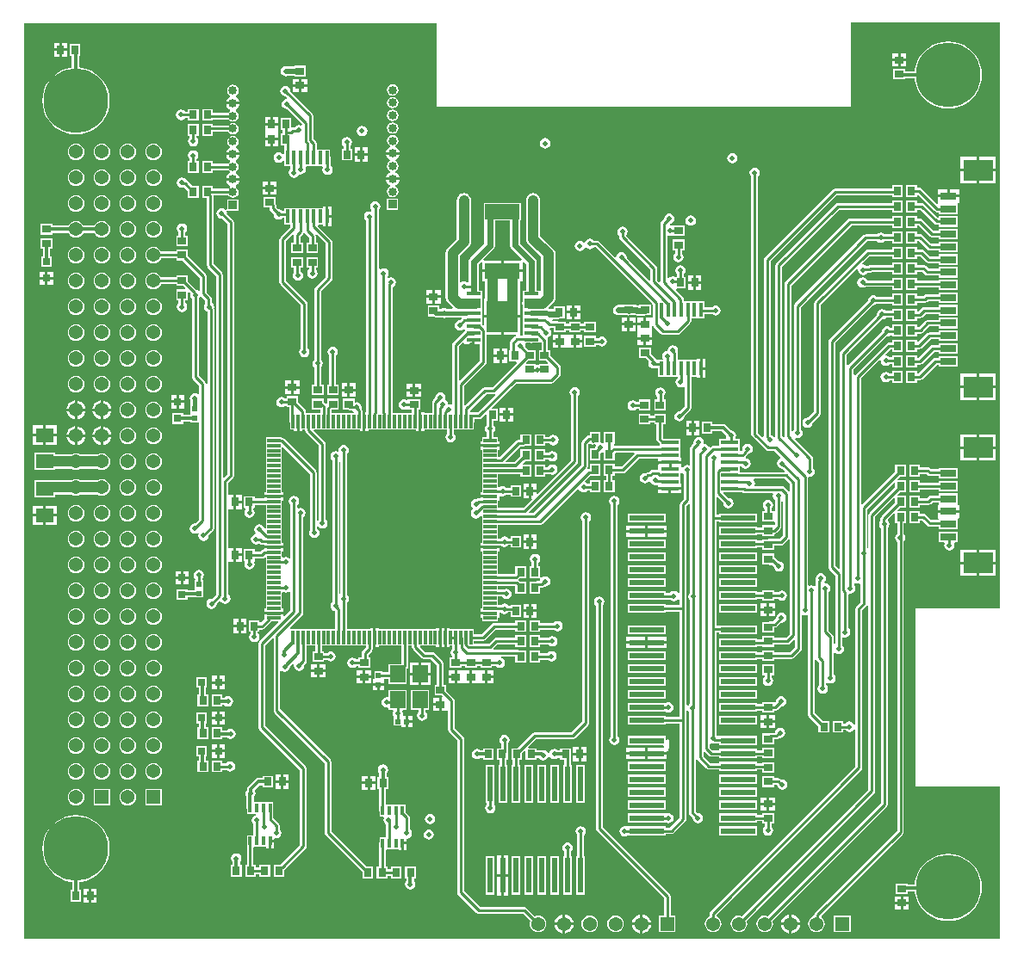
<source format=gbr>
%TF.GenerationSoftware,Altium Limited,Altium Designer,21.6.4 (81)*%
G04 Layer_Physical_Order=1*
G04 Layer_Color=255*
%FSLAX26Y26*%
%MOIN*%
%TF.SameCoordinates,8BEB2CB1-843D-409B-AEA6-C59BAE6679C3*%
%TF.FilePolarity,Positive*%
%TF.FileFunction,Copper,L1,Top,Signal*%
%TF.Part,Single*%
G01*
G75*
%TA.AperFunction,ConnectorPad*%
%ADD10R,0.118110X0.082677*%
%ADD11R,0.062992X0.031496*%
%TA.AperFunction,SMDPad,CuDef*%
%ADD12R,0.011811X0.035433*%
%ADD13R,0.031496X0.035433*%
%ADD14R,0.134646X0.058661*%
%ADD15R,0.013780X0.055118*%
%ADD16R,0.035433X0.031496*%
%ADD17R,0.021654X0.021654*%
%ADD18R,0.031496X0.031496*%
%ADD19R,0.055118X0.013780*%
%ADD20R,0.120079X0.120079*%
%ADD21R,0.031496X0.031496*%
%ADD22R,0.137795X0.023622*%
%ADD23R,0.023622X0.137795*%
%ADD24R,0.013780X0.053150*%
%ADD25R,0.053150X0.013780*%
%ADD26R,0.021654X0.021654*%
%ADD27R,0.059055X0.066929*%
%ADD28R,0.070079X0.016535*%
%ADD29R,0.070866X0.055118*%
%TA.AperFunction,Conductor*%
%ADD30C,0.019685*%
%ADD31C,0.011811*%
%ADD32C,0.023622*%
%ADD33C,0.010000*%
%ADD34C,0.015748*%
%ADD35C,0.039370*%
%TA.AperFunction,ComponentPad*%
%ADD36C,0.033465*%
%ADD37R,0.033465X0.033465*%
%ADD38C,0.053937*%
%ADD39R,0.053937X0.053937*%
%ADD40R,0.053937X0.053937*%
%ADD41C,0.250000*%
%TA.AperFunction,ViaPad*%
%ADD42C,0.019685*%
G36*
X3775590Y1281212D02*
X3449430D01*
Y590551D01*
X3775591D01*
Y0D01*
X0D01*
Y3547244D01*
X1594488D01*
Y3223425D01*
X3198819D01*
Y3550000D01*
X3775591Y3550000D01*
X3775590Y1281212D01*
D02*
G37*
%LPC*%
G36*
X165512Y3472598D02*
X144764D01*
Y3449882D01*
X165512D01*
Y3472598D01*
D02*
G37*
G36*
X134764D02*
X114016D01*
Y3449882D01*
X134764D01*
Y3472598D01*
D02*
G37*
G36*
X165512Y3439882D02*
X144764D01*
Y3417165D01*
X165512D01*
Y3439882D01*
D02*
G37*
G36*
X134764D02*
X114016D01*
Y3417165D01*
X134764D01*
Y3439882D01*
D02*
G37*
G36*
X3413543Y3431260D02*
X3390827D01*
Y3410512D01*
X3413543D01*
Y3431260D01*
D02*
G37*
G36*
X3380827D02*
X3358110D01*
Y3410512D01*
X3380827D01*
Y3431260D01*
D02*
G37*
G36*
X1089646Y3382953D02*
X1044213D01*
Y3380268D01*
X1020492D01*
X1019553Y3380896D01*
X1011811Y3382436D01*
X1004069Y3380896D01*
X997505Y3376510D01*
X993120Y3369947D01*
X991580Y3362205D01*
X993120Y3354463D01*
X997505Y3347899D01*
X1004069Y3343514D01*
X1011811Y3341974D01*
X1019553Y3343514D01*
X1020492Y3344141D01*
X1044213D01*
Y3341457D01*
X1089646D01*
Y3382953D01*
D02*
G37*
G36*
X3413543Y3400512D02*
X3390827D01*
Y3379764D01*
X3413543D01*
Y3400512D01*
D02*
G37*
G36*
X3380827D02*
X3358110D01*
Y3379764D01*
X3380827D01*
Y3400512D01*
D02*
G37*
G36*
X3575591Y3477646D02*
X3555191Y3476041D01*
X3535294Y3471264D01*
X3516389Y3463433D01*
X3498942Y3452742D01*
X3483383Y3439452D01*
X3470093Y3423892D01*
X3459402Y3406445D01*
X3451571Y3387541D01*
X3446794Y3367644D01*
X3446418Y3362868D01*
X3408543D01*
Y3371142D01*
X3363110D01*
Y3329646D01*
X3408543D01*
Y3334769D01*
X3446170D01*
X3446794Y3326845D01*
X3451571Y3306948D01*
X3459402Y3288043D01*
X3470093Y3270596D01*
X3483383Y3255036D01*
X3498942Y3241747D01*
X3516389Y3231055D01*
X3535294Y3223224D01*
X3555191Y3218448D01*
X3575591Y3216842D01*
X3595990Y3218448D01*
X3615887Y3223224D01*
X3634792Y3231055D01*
X3652239Y3241747D01*
X3667799Y3255036D01*
X3681088Y3270596D01*
X3691780Y3288043D01*
X3699610Y3306948D01*
X3704387Y3326845D01*
X3705993Y3347244D01*
X3704387Y3367644D01*
X3699610Y3387541D01*
X3691780Y3406445D01*
X3681088Y3423892D01*
X3667799Y3439452D01*
X3652239Y3452742D01*
X3634792Y3463433D01*
X3615887Y3471264D01*
X3595990Y3476041D01*
X3575591Y3477646D01*
D02*
G37*
G36*
X1094646Y3332835D02*
X1071929D01*
Y3312087D01*
X1094646D01*
Y3332835D01*
D02*
G37*
G36*
X1061929D02*
X1039213D01*
Y3312087D01*
X1061929D01*
Y3332835D01*
D02*
G37*
G36*
X1094646Y3302087D02*
X1071929D01*
Y3281339D01*
X1094646D01*
Y3302087D01*
D02*
G37*
G36*
X1425197Y3311528D02*
X1416717Y3309841D01*
X1409529Y3305038D01*
X1404726Y3297850D01*
X1403039Y3289370D01*
X1404726Y3280891D01*
X1409529Y3273702D01*
X1416717Y3268899D01*
X1425197Y3267212D01*
X1433676Y3268899D01*
X1440865Y3273702D01*
X1445668Y3280891D01*
X1447355Y3289370D01*
X1445668Y3297850D01*
X1440865Y3305038D01*
X1433676Y3309841D01*
X1425197Y3311528D01*
D02*
G37*
G36*
X807087Y3309560D02*
X798607Y3307873D01*
X791418Y3303070D01*
X786615Y3295881D01*
X784928Y3287402D01*
X786615Y3278922D01*
X791418Y3271733D01*
X796673Y3268222D01*
X796338Y3262672D01*
X793605Y3261540D01*
X788021Y3257255D01*
X783736Y3251671D01*
X781042Y3245168D01*
X780782Y3243189D01*
X807087D01*
X833391D01*
X833131Y3245168D01*
X830437Y3251671D01*
X826152Y3257255D01*
X820568Y3261540D01*
X817835Y3262672D01*
X817500Y3268222D01*
X822755Y3271733D01*
X827558Y3278922D01*
X829245Y3287402D01*
X827558Y3295881D01*
X822755Y3303070D01*
X815566Y3307873D01*
X807087Y3309560D01*
D02*
G37*
G36*
X1425197Y3262316D02*
X1416717Y3260629D01*
X1409529Y3255826D01*
X1404726Y3248637D01*
X1403039Y3240157D01*
X1404726Y3231678D01*
X1409529Y3224489D01*
X1416717Y3219686D01*
X1425197Y3217999D01*
X1433676Y3219686D01*
X1440865Y3224489D01*
X1445668Y3231678D01*
X1447355Y3240157D01*
X1445668Y3248637D01*
X1440865Y3255826D01*
X1433676Y3260629D01*
X1425197Y3262316D01*
D02*
G37*
G36*
X674291Y3215630D02*
X632795D01*
Y3206040D01*
X621393D01*
X620605Y3207219D01*
X614041Y3211605D01*
X606299Y3213145D01*
X598557Y3211605D01*
X591994Y3207219D01*
X587608Y3200655D01*
X586068Y3192913D01*
X587608Y3185171D01*
X591994Y3178608D01*
X598557Y3174222D01*
X606299Y3172682D01*
X614041Y3174222D01*
X620605Y3178608D01*
X621393Y3179787D01*
X632795D01*
Y3170197D01*
X674291D01*
Y3215630D01*
D02*
G37*
G36*
X833391Y3233189D02*
X807087D01*
X780782D01*
X781042Y3231211D01*
X783736Y3224707D01*
X788021Y3219123D01*
X793605Y3214838D01*
X796338Y3213706D01*
X796673Y3208155D01*
X791418Y3204644D01*
X789720Y3202103D01*
X729409D01*
Y3215630D01*
X687913D01*
Y3170197D01*
X729409D01*
Y3175850D01*
X789720D01*
X791418Y3173308D01*
X798607Y3168505D01*
X807087Y3166818D01*
X815566Y3168505D01*
X822755Y3173308D01*
X827558Y3180497D01*
X829245Y3188976D01*
X827558Y3197456D01*
X822755Y3204644D01*
X817500Y3208155D01*
X817835Y3213706D01*
X820568Y3214838D01*
X826152Y3219123D01*
X830437Y3224707D01*
X833131Y3231211D01*
X833391Y3233189D01*
D02*
G37*
G36*
X1425197Y3213103D02*
X1416717Y3211416D01*
X1409529Y3206613D01*
X1404726Y3199424D01*
X1403039Y3190945D01*
X1404726Y3182465D01*
X1409529Y3175277D01*
X1416717Y3170474D01*
X1425197Y3168787D01*
X1433676Y3170474D01*
X1440865Y3175277D01*
X1445668Y3182465D01*
X1447355Y3190945D01*
X1445668Y3199424D01*
X1440865Y3206613D01*
X1433676Y3211416D01*
X1425197Y3213103D01*
D02*
G37*
G36*
X982441Y3185197D02*
X961693D01*
Y3162480D01*
X982441D01*
Y3185197D01*
D02*
G37*
G36*
X951693D02*
X930945D01*
Y3162480D01*
X951693D01*
Y3185197D01*
D02*
G37*
G36*
X807087Y3161922D02*
X798607Y3160235D01*
X791418Y3155432D01*
X789720Y3152890D01*
X729409D01*
Y3156575D01*
X687913D01*
Y3111142D01*
X729409D01*
Y3126638D01*
X789720D01*
X791418Y3124096D01*
X798607Y3119292D01*
X807087Y3117606D01*
X815566Y3119292D01*
X822755Y3124096D01*
X827558Y3131284D01*
X829245Y3139764D01*
X827558Y3148243D01*
X822755Y3155432D01*
X815566Y3160235D01*
X807087Y3161922D01*
D02*
G37*
G36*
X1010000Y3305231D02*
X1002258Y3303691D01*
X995694Y3299306D01*
X991309Y3292742D01*
X989769Y3285000D01*
X991309Y3277258D01*
X995694Y3270694D01*
X1002258Y3266309D01*
X1010000Y3264769D01*
X1011391Y3265046D01*
X1016383Y3260054D01*
X1015630Y3257427D01*
X1014278Y3255088D01*
X1007258Y3253691D01*
X1000694Y3249306D01*
X996309Y3242742D01*
X994769Y3235000D01*
X996309Y3227258D01*
X1000694Y3220694D01*
X1007258Y3216309D01*
X1015000Y3214769D01*
X1016391Y3215046D01*
X1074241Y3157195D01*
X1073916Y3155004D01*
X1072782Y3154074D01*
X1068413Y3151981D01*
X1062133Y3153231D01*
X1054391Y3151691D01*
X1047828Y3147305D01*
X1045801Y3144273D01*
X1037453D01*
X1036424Y3144068D01*
X1032559Y3147240D01*
Y3180197D01*
X991063D01*
Y3134764D01*
X998685D01*
Y3121142D01*
X991063D01*
Y3075709D01*
X1004590D01*
Y3041836D01*
X999590Y3040319D01*
X998558Y3041865D01*
X991994Y3046250D01*
X984252Y3047790D01*
X976510Y3046250D01*
X969946Y3041865D01*
X965561Y3035301D01*
X964021Y3027559D01*
X965561Y3019817D01*
X969946Y3013253D01*
X976510Y3008868D01*
X984252Y3007328D01*
X991994Y3008868D01*
X998558Y3013253D01*
X1000827Y3016649D01*
X1005827Y3015133D01*
Y2994016D01*
X1029606D01*
X1030036Y2989194D01*
Y2983927D01*
X1028713Y2983042D01*
X1024327Y2976479D01*
X1022787Y2968737D01*
X1024327Y2960995D01*
X1028713Y2954431D01*
X1035276Y2950046D01*
X1043018Y2948506D01*
X1050760Y2950046D01*
X1057324Y2954431D01*
X1061709Y2960995D01*
X1062204Y2963481D01*
X1069437Y2962042D01*
X1077179Y2963582D01*
X1083743Y2967968D01*
X1088128Y2974531D01*
X1089668Y2982273D01*
X1088327Y2989016D01*
X1091011Y2994016D01*
X1106378D01*
Y2994016D01*
X1108189D01*
Y2994016D01*
X1128780D01*
X1131968Y2994016D01*
X1136969Y2994016D01*
X1152505D01*
X1155178Y2989016D01*
X1154537Y2988057D01*
X1152997Y2980315D01*
X1154537Y2972573D01*
X1158923Y2966009D01*
X1165486Y2961624D01*
X1173228Y2960084D01*
X1180970Y2961624D01*
X1187534Y2966009D01*
X1191919Y2972573D01*
X1193459Y2980315D01*
X1191919Y2988057D01*
X1187534Y2994621D01*
X1185370Y2996066D01*
Y3025591D01*
X1184371Y3030614D01*
X1183150Y3032442D01*
Y3059134D01*
X1162559D01*
X1159370Y3059134D01*
X1154370Y3059134D01*
X1136969D01*
X1133780Y3059134D01*
X1131315Y3063113D01*
Y3081811D01*
X1130316Y3086834D01*
X1127471Y3091093D01*
X1118205Y3100358D01*
Y3189921D01*
X1117206Y3194944D01*
X1114360Y3199203D01*
X1035819Y3277744D01*
X1039296Y3281338D01*
X1044178Y3281339D01*
X1061929D01*
Y3302087D01*
X1039213D01*
Y3286338D01*
X1039212Y3281422D01*
X1035618Y3277945D01*
X1029955Y3283609D01*
X1030231Y3285000D01*
X1028691Y3292742D01*
X1024306Y3299306D01*
X1017742Y3303691D01*
X1010000Y3305231D01*
D02*
G37*
G36*
X1425197Y3163890D02*
X1416717Y3162204D01*
X1409529Y3157400D01*
X1404726Y3150212D01*
X1403039Y3141732D01*
X1404726Y3133253D01*
X1409529Y3126064D01*
X1416717Y3121261D01*
X1425197Y3119574D01*
X1433676Y3121261D01*
X1440865Y3126064D01*
X1445668Y3133253D01*
X1447355Y3141732D01*
X1445668Y3150212D01*
X1440865Y3157400D01*
X1433676Y3162204D01*
X1425197Y3163890D01*
D02*
G37*
G36*
X215630Y3467598D02*
X174134D01*
Y3422165D01*
X183391D01*
Y3376339D01*
X179601Y3376041D01*
X159704Y3371264D01*
X140799Y3363433D01*
X123352Y3352742D01*
X107792Y3339452D01*
X94503Y3323892D01*
X83811Y3306445D01*
X75980Y3287541D01*
X71204Y3267644D01*
X69598Y3247244D01*
X71204Y3226845D01*
X75980Y3206948D01*
X83811Y3188043D01*
X94503Y3170596D01*
X107792Y3155036D01*
X123352Y3141747D01*
X140799Y3131055D01*
X159704Y3123224D01*
X179601Y3118448D01*
X200000Y3116842D01*
X220399Y3118448D01*
X240296Y3123224D01*
X259201Y3131055D01*
X276648Y3141747D01*
X292208Y3155036D01*
X305497Y3170596D01*
X316189Y3188043D01*
X324020Y3206948D01*
X328796Y3226845D01*
X330402Y3247244D01*
X328796Y3267644D01*
X324020Y3287541D01*
X316189Y3306445D01*
X305497Y3323892D01*
X292208Y3339452D01*
X276648Y3352742D01*
X259201Y3363433D01*
X240296Y3371264D01*
X220399Y3376041D01*
X211490Y3376742D01*
Y3422165D01*
X215630D01*
Y3467598D01*
D02*
G37*
G36*
X1307087Y3150153D02*
X1299344Y3148613D01*
X1292781Y3144227D01*
X1288395Y3137663D01*
X1286855Y3129921D01*
X1288395Y3122179D01*
X1292781Y3115616D01*
X1299344Y3111230D01*
X1307087Y3109690D01*
X1314829Y3111230D01*
X1321392Y3115616D01*
X1325778Y3122179D01*
X1327318Y3129921D01*
X1325778Y3137663D01*
X1321392Y3144227D01*
X1314829Y3148613D01*
X1307087Y3150153D01*
D02*
G37*
G36*
X982441Y3152480D02*
X956693D01*
X930945D01*
Y3131142D01*
X930945Y3126142D01*
X930945Y3124764D01*
Y3103425D01*
X956693D01*
X982441D01*
Y3124764D01*
X982441Y3129764D01*
X982441Y3131142D01*
Y3152480D01*
D02*
G37*
G36*
X674291Y3156575D02*
X632795D01*
Y3111142D01*
X639864D01*
Y3106102D01*
X638685Y3105314D01*
X634299Y3098750D01*
X632759Y3091008D01*
X634299Y3083266D01*
X638685Y3076702D01*
X645248Y3072317D01*
X652990Y3070777D01*
X660732Y3072317D01*
X667296Y3076702D01*
X671682Y3083266D01*
X673221Y3091008D01*
X671682Y3098750D01*
X667296Y3105314D01*
X666116Y3106102D01*
Y3111142D01*
X674291D01*
Y3156575D01*
D02*
G37*
G36*
X982441Y3093425D02*
X961693D01*
Y3070709D01*
X982441D01*
Y3093425D01*
D02*
G37*
G36*
X951693D02*
X930945D01*
Y3070709D01*
X951693D01*
Y3093425D01*
D02*
G37*
G36*
X2015748Y3102908D02*
X2008006Y3101368D01*
X2001442Y3096983D01*
X1997057Y3090419D01*
X1995517Y3082677D01*
X1997057Y3074935D01*
X2001442Y3068372D01*
X2008006Y3063986D01*
X2015748Y3062446D01*
X2023490Y3063986D01*
X2030054Y3068372D01*
X2034439Y3074935D01*
X2035979Y3082677D01*
X2034439Y3090419D01*
X2030054Y3096983D01*
X2023490Y3101368D01*
X2015748Y3102908D01*
D02*
G37*
G36*
X1425197Y3114678D02*
X1416717Y3112991D01*
X1409529Y3108188D01*
X1404726Y3100999D01*
X1403039Y3092520D01*
X1404726Y3084040D01*
X1409529Y3076852D01*
X1414783Y3073341D01*
X1414448Y3067790D01*
X1411715Y3066658D01*
X1406131Y3062373D01*
X1401846Y3056789D01*
X1399153Y3050286D01*
X1398892Y3048307D01*
X1425197D01*
X1451502D01*
X1451241Y3050286D01*
X1448547Y3056789D01*
X1444263Y3062373D01*
X1438678Y3066658D01*
X1435946Y3067790D01*
X1435610Y3073341D01*
X1440865Y3076852D01*
X1445668Y3084040D01*
X1447355Y3092520D01*
X1445668Y3100999D01*
X1440865Y3108188D01*
X1433676Y3112991D01*
X1425197Y3114678D01*
D02*
G37*
G36*
X807087Y3112709D02*
X798607Y3111023D01*
X791418Y3106219D01*
X786615Y3099031D01*
X784928Y3090551D01*
X786615Y3082072D01*
X791418Y3074883D01*
X796673Y3071372D01*
X796338Y3065821D01*
X793605Y3064689D01*
X788021Y3060404D01*
X783736Y3054820D01*
X781042Y3048317D01*
X780782Y3046339D01*
X807087D01*
X833391D01*
X833131Y3048317D01*
X830437Y3054820D01*
X826152Y3060404D01*
X820568Y3064689D01*
X817835Y3065821D01*
X817500Y3071372D01*
X822755Y3074883D01*
X827558Y3082072D01*
X829245Y3090551D01*
X827558Y3099031D01*
X822755Y3106219D01*
X815566Y3111023D01*
X807087Y3112709D01*
D02*
G37*
G36*
X1328898Y3067087D02*
X1308150D01*
Y3044370D01*
X1328898D01*
Y3067087D01*
D02*
G37*
G36*
X1298150D02*
X1277402D01*
Y3044370D01*
X1298150D01*
Y3067087D01*
D02*
G37*
G36*
X500000Y3082244D02*
X491655Y3081146D01*
X483878Y3077925D01*
X477200Y3072800D01*
X472076Y3066122D01*
X468854Y3058345D01*
X467756Y3050000D01*
X468854Y3041655D01*
X472076Y3033878D01*
X477200Y3027200D01*
X483878Y3022075D01*
X491655Y3018854D01*
X500000Y3017756D01*
X508346Y3018854D01*
X516122Y3022075D01*
X522800Y3027200D01*
X527925Y3033878D01*
X531146Y3041655D01*
X532245Y3050000D01*
X531146Y3058345D01*
X527925Y3066122D01*
X522800Y3072800D01*
X516122Y3077925D01*
X508346Y3081146D01*
X500000Y3082244D01*
D02*
G37*
G36*
X400000D02*
X391655Y3081146D01*
X383878Y3077925D01*
X377200Y3072800D01*
X372076Y3066122D01*
X368854Y3058345D01*
X367756Y3050000D01*
X368854Y3041655D01*
X372076Y3033878D01*
X377200Y3027200D01*
X383878Y3022075D01*
X391655Y3018854D01*
X400000Y3017756D01*
X408346Y3018854D01*
X416122Y3022075D01*
X422800Y3027200D01*
X427925Y3033878D01*
X431146Y3041655D01*
X432245Y3050000D01*
X431146Y3058345D01*
X427925Y3066122D01*
X422800Y3072800D01*
X416122Y3077925D01*
X408346Y3081146D01*
X400000Y3082244D01*
D02*
G37*
G36*
X300000D02*
X291655Y3081146D01*
X283878Y3077925D01*
X277200Y3072800D01*
X272076Y3066122D01*
X268854Y3058345D01*
X267756Y3050000D01*
X268854Y3041655D01*
X272076Y3033878D01*
X277200Y3027200D01*
X283878Y3022075D01*
X291655Y3018854D01*
X300000Y3017756D01*
X308346Y3018854D01*
X316122Y3022075D01*
X322800Y3027200D01*
X327925Y3033878D01*
X331146Y3041655D01*
X332245Y3050000D01*
X331146Y3058345D01*
X327925Y3066122D01*
X322800Y3072800D01*
X316122Y3077925D01*
X308346Y3081146D01*
X300000Y3082244D01*
D02*
G37*
G36*
X200000D02*
X191655Y3081146D01*
X183878Y3077925D01*
X177200Y3072800D01*
X172076Y3066122D01*
X168854Y3058345D01*
X167756Y3050000D01*
X168854Y3041655D01*
X172076Y3033878D01*
X177200Y3027200D01*
X183878Y3022075D01*
X191655Y3018854D01*
X200000Y3017756D01*
X208346Y3018854D01*
X216122Y3022075D01*
X222800Y3027200D01*
X227925Y3033878D01*
X231146Y3041655D01*
X232244Y3050000D01*
X231146Y3058345D01*
X227925Y3066122D01*
X222800Y3072800D01*
X216122Y3077925D01*
X208346Y3081146D01*
X200000Y3082244D01*
D02*
G37*
G36*
X1248032Y3106845D02*
X1240289Y3105305D01*
X1233726Y3100920D01*
X1229340Y3094356D01*
X1227800Y3086614D01*
X1229340Y3078872D01*
X1233726Y3072309D01*
X1234905Y3071521D01*
Y3062087D01*
X1227284D01*
Y3016654D01*
X1268780D01*
Y3062087D01*
X1261158D01*
Y3071521D01*
X1262337Y3072309D01*
X1266723Y3078872D01*
X1268263Y3086614D01*
X1266723Y3094356D01*
X1262337Y3100920D01*
X1255774Y3105305D01*
X1248032Y3106845D01*
D02*
G37*
G36*
X1328898Y3034370D02*
X1308150D01*
Y3011654D01*
X1328898D01*
Y3034370D01*
D02*
G37*
G36*
X1298150D02*
X1277402D01*
Y3011654D01*
X1298150D01*
Y3034370D01*
D02*
G37*
G36*
X833391Y3036339D02*
X807087D01*
X780782D01*
X781042Y3034360D01*
X783736Y3027857D01*
X788021Y3022273D01*
X793605Y3017988D01*
X796338Y3016856D01*
X796673Y3011305D01*
X791418Y3007794D01*
X789720Y3005252D01*
X729409D01*
Y3014843D01*
X687913D01*
Y2969410D01*
X729409D01*
Y2979000D01*
X789720D01*
X791418Y2976458D01*
X796673Y2972947D01*
X796338Y2967396D01*
X793605Y2966264D01*
X788021Y2961979D01*
X783736Y2956395D01*
X781042Y2949892D01*
X780782Y2947914D01*
X807087D01*
X833391D01*
X833131Y2949892D01*
X830437Y2956395D01*
X826152Y2961979D01*
X820568Y2966264D01*
X817835Y2967396D01*
X817500Y2972947D01*
X822755Y2976458D01*
X827558Y2983646D01*
X829245Y2992126D01*
X827558Y3000606D01*
X822755Y3007794D01*
X817500Y3011305D01*
X817835Y3016856D01*
X820568Y3017988D01*
X826152Y3022273D01*
X830437Y3027857D01*
X833131Y3034360D01*
X833391Y3036339D01*
D02*
G37*
G36*
X2740000Y3045231D02*
X2732258Y3043691D01*
X2725694Y3039306D01*
X2721309Y3032742D01*
X2719769Y3025000D01*
X2721309Y3017258D01*
X2725694Y3010694D01*
X2732258Y3006309D01*
X2740000Y3004769D01*
X2747742Y3006309D01*
X2754306Y3010694D01*
X2758691Y3017258D01*
X2760231Y3025000D01*
X2758691Y3032742D01*
X2754306Y3039306D01*
X2747742Y3043691D01*
X2740000Y3045231D01*
D02*
G37*
G36*
X3760000Y3030236D02*
X3695945D01*
Y2983897D01*
X3760000D01*
Y3030236D01*
D02*
G37*
G36*
X3685945D02*
X3621890D01*
Y2983897D01*
X3685945D01*
Y3030236D01*
D02*
G37*
G36*
X653543Y3055664D02*
X645801Y3054124D01*
X639238Y3049739D01*
X634852Y3043175D01*
X633312Y3035433D01*
X634852Y3027691D01*
X639238Y3021128D01*
X640417Y3020339D01*
Y3014843D01*
X632795D01*
Y2969410D01*
X674291D01*
Y3014843D01*
X666669D01*
Y3020339D01*
X667849Y3021128D01*
X672235Y3027691D01*
X673774Y3035433D01*
X672235Y3043175D01*
X667849Y3049739D01*
X661285Y3054124D01*
X653543Y3055664D01*
D02*
G37*
G36*
X1451502Y3038307D02*
X1425197D01*
X1398892D01*
X1399153Y3036329D01*
X1401846Y3029826D01*
X1406131Y3024241D01*
X1411715Y3019956D01*
X1414448Y3018825D01*
X1414783Y3013274D01*
X1409529Y3009763D01*
X1404726Y3002574D01*
X1403039Y2994095D01*
X1404726Y2985615D01*
X1409529Y2978426D01*
X1414783Y2974915D01*
X1414448Y2969365D01*
X1411715Y2968233D01*
X1406131Y2963948D01*
X1401846Y2958363D01*
X1399153Y2951860D01*
X1398892Y2949882D01*
X1425197D01*
X1451502D01*
X1451241Y2951860D01*
X1448547Y2958363D01*
X1444263Y2963948D01*
X1438678Y2968233D01*
X1435946Y2969365D01*
X1435610Y2974915D01*
X1440865Y2978426D01*
X1445668Y2985615D01*
X1447355Y2994095D01*
X1445668Y3002574D01*
X1440865Y3009763D01*
X1435610Y3013274D01*
X1435946Y3018825D01*
X1438678Y3019956D01*
X1444263Y3024241D01*
X1448547Y3029826D01*
X1451241Y3036329D01*
X1451502Y3038307D01*
D02*
G37*
G36*
X3760000Y2973897D02*
X3695945D01*
Y2927559D01*
X3760000D01*
Y2973897D01*
D02*
G37*
G36*
X3685945D02*
X3621890D01*
Y2927559D01*
X3685945D01*
Y2973897D01*
D02*
G37*
G36*
X500000Y2982244D02*
X491655Y2981146D01*
X483878Y2977925D01*
X477200Y2972800D01*
X472076Y2966122D01*
X468854Y2958345D01*
X467756Y2950000D01*
X468854Y2941655D01*
X472076Y2933878D01*
X477200Y2927200D01*
X483878Y2922075D01*
X491655Y2918854D01*
X500000Y2917756D01*
X508346Y2918854D01*
X516122Y2922075D01*
X522800Y2927200D01*
X527925Y2933878D01*
X531146Y2941655D01*
X532245Y2950000D01*
X531146Y2958345D01*
X527925Y2966122D01*
X522800Y2972800D01*
X516122Y2977925D01*
X508346Y2981146D01*
X500000Y2982244D01*
D02*
G37*
G36*
X400000D02*
X391655Y2981146D01*
X383878Y2977925D01*
X377200Y2972800D01*
X372076Y2966122D01*
X368854Y2958345D01*
X367756Y2950000D01*
X368854Y2941655D01*
X372076Y2933878D01*
X377200Y2927200D01*
X383878Y2922075D01*
X391655Y2918854D01*
X400000Y2917756D01*
X408346Y2918854D01*
X416122Y2922075D01*
X422800Y2927200D01*
X427925Y2933878D01*
X431146Y2941655D01*
X432245Y2950000D01*
X431146Y2958345D01*
X427925Y2966122D01*
X422800Y2972800D01*
X416122Y2977925D01*
X408346Y2981146D01*
X400000Y2982244D01*
D02*
G37*
G36*
X300000D02*
X291655Y2981146D01*
X283878Y2977925D01*
X277200Y2972800D01*
X272076Y2966122D01*
X268854Y2958345D01*
X267756Y2950000D01*
X268854Y2941655D01*
X272076Y2933878D01*
X277200Y2927200D01*
X283878Y2922075D01*
X291655Y2918854D01*
X300000Y2917756D01*
X308346Y2918854D01*
X316122Y2922075D01*
X322800Y2927200D01*
X327925Y2933878D01*
X331146Y2941655D01*
X332245Y2950000D01*
X331146Y2958345D01*
X327925Y2966122D01*
X322800Y2972800D01*
X316122Y2977925D01*
X308346Y2981146D01*
X300000Y2982244D01*
D02*
G37*
G36*
X200000D02*
X191655Y2981146D01*
X183878Y2977925D01*
X177200Y2972800D01*
X172076Y2966122D01*
X168854Y2958345D01*
X167756Y2950000D01*
X168854Y2941655D01*
X172076Y2933878D01*
X177200Y2927200D01*
X183878Y2922075D01*
X191655Y2918854D01*
X200000Y2917756D01*
X208346Y2918854D01*
X216122Y2922075D01*
X222800Y2927200D01*
X227925Y2933878D01*
X231146Y2941655D01*
X232244Y2950000D01*
X231146Y2958345D01*
X227925Y2966122D01*
X222800Y2972800D01*
X216122Y2977925D01*
X208346Y2981146D01*
X200000Y2982244D01*
D02*
G37*
G36*
X976535Y2935197D02*
X953819D01*
Y2914449D01*
X976535D01*
Y2935197D01*
D02*
G37*
G36*
X943819D02*
X921102D01*
Y2914449D01*
X943819D01*
Y2935197D01*
D02*
G37*
G36*
X833391Y2937914D02*
X807087D01*
X780782D01*
X781042Y2935935D01*
X783736Y2929432D01*
X788021Y2923848D01*
X793605Y2919563D01*
X796338Y2918431D01*
X796673Y2912880D01*
X791418Y2909369D01*
X789720Y2906827D01*
X729409D01*
Y2916417D01*
X687913D01*
Y2870984D01*
X706283D01*
Y2609591D01*
X707283Y2604567D01*
X710128Y2600309D01*
X741874Y2568563D01*
Y1335240D01*
X725801Y1319167D01*
X724409Y1319444D01*
X716667Y1317904D01*
X710104Y1313518D01*
X705718Y1306955D01*
X704178Y1299213D01*
X705718Y1291470D01*
X710104Y1284907D01*
X716667Y1280521D01*
X724409Y1278981D01*
X732152Y1280521D01*
X738715Y1284907D01*
X743101Y1291470D01*
X744641Y1299213D01*
X744364Y1300604D01*
X753972Y1310212D01*
X759838Y1309007D01*
X762919Y1304397D01*
X769482Y1300011D01*
X777224Y1298471D01*
X784966Y1300011D01*
X791530Y1304397D01*
X795915Y1310960D01*
X797455Y1318702D01*
X795915Y1326444D01*
X791530Y1333008D01*
X790126Y1333945D01*
Y1460473D01*
X809961D01*
Y1488189D01*
Y1515906D01*
X790126D01*
Y1665197D01*
X809961D01*
Y1692914D01*
Y1720630D01*
X790126D01*
Y1767563D01*
X807282Y1784718D01*
X810127Y1788977D01*
X811126Y1794000D01*
Y2776803D01*
X810127Y2781826D01*
X807282Y2786085D01*
X783734Y2809632D01*
X784011Y2811024D01*
X782973Y2816240D01*
X782471Y2818766D01*
X782711Y2819215D01*
X782471Y2818766D01*
X782590Y2818165D01*
X783256Y2820036D01*
X785740Y2822673D01*
X788872Y2822756D01*
X790067Y2822756D01*
X828819D01*
Y2866220D01*
X785354D01*
X785354Y2827384D01*
X780397Y2823347D01*
X779267Y2823560D01*
X778085Y2825329D01*
X771522Y2829715D01*
X763779Y2831255D01*
X756037Y2829715D01*
X749474Y2825329D01*
X745088Y2818766D01*
X743548Y2811024D01*
X745088Y2803282D01*
X749474Y2796718D01*
X756037Y2792332D01*
X763779Y2790792D01*
X765171Y2791069D01*
X784874Y2771366D01*
Y1799437D01*
X772746Y1787309D01*
X768126Y1789222D01*
Y2574000D01*
X767127Y2579023D01*
X764282Y2583282D01*
X732536Y2615028D01*
Y2880575D01*
X789720D01*
X791418Y2878033D01*
X798607Y2873229D01*
X807087Y2871543D01*
X815566Y2873229D01*
X822755Y2878033D01*
X827558Y2885221D01*
X829245Y2893701D01*
X827558Y2902180D01*
X822755Y2909369D01*
X817500Y2912880D01*
X817835Y2918431D01*
X820568Y2919563D01*
X826152Y2923848D01*
X830437Y2929432D01*
X833131Y2935935D01*
X833391Y2937914D01*
D02*
G37*
G36*
X976535Y2904449D02*
X953819D01*
Y2883701D01*
X976535D01*
Y2904449D01*
D02*
G37*
G36*
X943819D02*
X921102D01*
Y2883701D01*
X943819D01*
Y2904449D01*
D02*
G37*
G36*
X3618268Y2904252D02*
X3581772D01*
Y2883504D01*
X3618268D01*
Y2904252D01*
D02*
G37*
G36*
X3571772D02*
X3535276D01*
Y2883504D01*
X3571772D01*
Y2904252D01*
D02*
G37*
G36*
X2826772Y2988735D02*
X2819030Y2987195D01*
X2812466Y2982809D01*
X2808081Y2976246D01*
X2806541Y2968504D01*
X2808081Y2960762D01*
X2812466Y2954198D01*
X2813646Y2953410D01*
Y1955773D01*
X2814645Y1950750D01*
X2817490Y1946491D01*
X2869898Y1894083D01*
X2874157Y1891238D01*
X2879180Y1890238D01*
X2901921D01*
X2926088Y1866072D01*
X2924459Y1860630D01*
X2918765Y1856825D01*
X2914380Y1850262D01*
X2912840Y1842520D01*
X2914380Y1834778D01*
X2918765Y1828214D01*
X2925329Y1823829D01*
X2933071Y1822289D01*
X2934462Y1822565D01*
X2943022Y1814005D01*
X2941108Y1809386D01*
X2769961D01*
Y1829799D01*
X2774961Y1831316D01*
X2777033Y1828214D01*
X2783597Y1823829D01*
X2791339Y1822289D01*
X2799081Y1823829D01*
X2805644Y1828214D01*
X2810030Y1834778D01*
X2811570Y1842520D01*
X2810030Y1850262D01*
X2805644Y1856825D01*
X2799081Y1861211D01*
X2793473Y1862326D01*
X2791585Y1867510D01*
X2797042Y1872967D01*
X2799887Y1877226D01*
X2800166Y1878628D01*
X2800402Y1878864D01*
X2806955Y1880167D01*
X2813518Y1884553D01*
X2817904Y1891116D01*
X2819444Y1898858D01*
X2817904Y1906600D01*
X2813518Y1913164D01*
X2806955Y1917549D01*
X2799213Y1919089D01*
X2791470Y1917549D01*
X2784907Y1913164D01*
X2780521Y1906600D01*
X2778981Y1898858D01*
X2779693Y1895281D01*
X2778479Y1894067D01*
X2775633Y1889809D01*
X2770542Y1889842D01*
X2769961Y1890083D01*
Y1937480D01*
X2756261D01*
X2753667Y1941596D01*
X2753735Y1942480D01*
X2755231Y1950000D01*
X2753691Y1957742D01*
X2749306Y1964306D01*
X2742742Y1968691D01*
X2735000Y1970231D01*
X2734698Y1970171D01*
X2714619Y1990249D01*
X2710061Y1993295D01*
X2704685Y1994364D01*
X2662480D01*
Y2003032D01*
X2620984D01*
Y1957599D01*
X2662480D01*
Y1966265D01*
X2698865D01*
X2714829Y1950302D01*
X2714769Y1950000D01*
X2716265Y1942480D01*
X2716333Y1941596D01*
X2713739Y1937480D01*
X2689882D01*
Y1911748D01*
X2666639D01*
X2661616Y1910749D01*
X2657358Y1907904D01*
X2654384Y1904930D01*
X2648942Y1906559D01*
X2645137Y1912253D01*
X2638574Y1916639D01*
X2633853Y1917578D01*
X2629769Y1922677D01*
X2630231Y1925000D01*
X2628691Y1932742D01*
X2624306Y1939306D01*
X2617742Y1943691D01*
X2610000Y1945231D01*
X2602258Y1943691D01*
X2595694Y1939306D01*
X2591309Y1932742D01*
X2589769Y1925000D01*
X2590480Y1921423D01*
X2580876Y1911818D01*
X2578030Y1907560D01*
X2577031Y1902537D01*
Y1838048D01*
X2572031Y1835352D01*
X2565315Y1836688D01*
X2557573Y1835148D01*
X2551009Y1830762D01*
X2548465Y1826954D01*
X2543465Y1828470D01*
Y1842441D01*
X2453386D01*
Y1819262D01*
X2451235Y1817496D01*
X2430655D01*
X2425632Y1816497D01*
X2421373Y1813652D01*
X2417108Y1809386D01*
X2413067D01*
X2408044Y1808387D01*
X2403993Y1805680D01*
X2402544Y1805968D01*
X2394802Y1804428D01*
X2388239Y1800042D01*
X2383853Y1793479D01*
X2382313Y1785737D01*
X2383853Y1777995D01*
X2388239Y1771431D01*
X2394802Y1767045D01*
X2402544Y1765505D01*
X2410286Y1767045D01*
X2416850Y1771431D01*
X2417439Y1772313D01*
X2422677Y1771152D01*
X2426639Y1765222D01*
X2433203Y1760836D01*
X2440945Y1759296D01*
X2448386Y1760776D01*
X2448894Y1760777D01*
X2453386Y1759489D01*
Y1750079D01*
X2543465D01*
Y1763347D01*
X2538465D01*
Y1803583D01*
X2543465D01*
Y1804443D01*
X2548465Y1805960D01*
X2551009Y1802151D01*
X2553803Y1800284D01*
Y1706224D01*
X2540403Y1692825D01*
X2537558Y1688566D01*
X2536559Y1683543D01*
Y1339421D01*
X2531559Y1337904D01*
X2528200Y1342930D01*
X2521637Y1347316D01*
X2513895Y1348856D01*
X2506153Y1347316D01*
X2499589Y1342930D01*
X2498801Y1341751D01*
X2482055D01*
Y1347299D01*
X2334260D01*
Y1313677D01*
X2482055D01*
Y1315499D01*
X2498801D01*
X2499589Y1314319D01*
X2506153Y1309934D01*
X2513895Y1308394D01*
X2521637Y1309934D01*
X2528200Y1314319D01*
X2531559Y1319345D01*
X2536559Y1317828D01*
Y1293614D01*
X2495403D01*
X2495403Y1293614D01*
X2482055D01*
Y1297299D01*
X2334260D01*
Y1263677D01*
X2482055D01*
Y1267362D01*
X2495403D01*
X2495403Y1267362D01*
X2536559D01*
Y861614D01*
X2482055D01*
Y865299D01*
X2334260D01*
Y831677D01*
X2482055D01*
Y835362D01*
X2536559D01*
Y470122D01*
X2499051Y432614D01*
X2482055D01*
Y436299D01*
X2334260D01*
X2334260Y436299D01*
X2329260Y436276D01*
X2322835Y437554D01*
X2315093Y436014D01*
X2308529Y431628D01*
X2304143Y425065D01*
X2302603Y417323D01*
X2304143Y409581D01*
X2308529Y403017D01*
X2315093Y398632D01*
X2322835Y397092D01*
X2330577Y398632D01*
X2336631Y402677D01*
X2482055D01*
Y406362D01*
X2504488D01*
X2509511Y407361D01*
X2513770Y410206D01*
X2558967Y455403D01*
X2561812Y459662D01*
X2562811Y464685D01*
Y848488D01*
Y883493D01*
X2567811Y885009D01*
X2570694Y880694D01*
X2571874Y879906D01*
Y489803D01*
X2572873Y484780D01*
X2575718Y480522D01*
X2586345Y469895D01*
X2586068Y468504D01*
X2587608Y460762D01*
X2591994Y454198D01*
X2598557Y449813D01*
X2606299Y448273D01*
X2614041Y449813D01*
X2620605Y454198D01*
X2624990Y460762D01*
X2626530Y468504D01*
X2624990Y476246D01*
X2620605Y482810D01*
X2614041Y487195D01*
X2606299Y488735D01*
X2604908Y488458D01*
X2598126Y495240D01*
Y695451D01*
X2602765Y698536D01*
X2603126Y698495D01*
X2605718Y694616D01*
X2640128Y660206D01*
X2644386Y657361D01*
X2649410Y656362D01*
X2688591D01*
Y652677D01*
X2836386D01*
Y656362D01*
X2855236D01*
Y644606D01*
X2900669D01*
Y686102D01*
X2855236D01*
Y682614D01*
X2836386D01*
Y686299D01*
X2688591D01*
Y682614D01*
X2654847D01*
X2628126Y709335D01*
Y724192D01*
X2633126Y726263D01*
X2649183Y710206D01*
X2653442Y707361D01*
X2658465Y706362D01*
X2688591D01*
Y702677D01*
X2836386D01*
Y706362D01*
X2855236D01*
Y699725D01*
X2900669D01*
Y741221D01*
X2855236D01*
Y732614D01*
X2836386D01*
Y736299D01*
X2688591D01*
Y732614D01*
X2663902D01*
X2653638Y742878D01*
Y755920D01*
X2658638Y758616D01*
X2665354Y757280D01*
X2671624Y758527D01*
X2688591D01*
Y752677D01*
X2836386D01*
Y786299D01*
X2688591D01*
Y786299D01*
X2683740Y785939D01*
X2683591Y785934D01*
X2679660Y791817D01*
X2678481Y792605D01*
Y1187661D01*
X2688591D01*
Y1181677D01*
X2836386D01*
Y1215299D01*
X2688591D01*
Y1213914D01*
X2678481D01*
Y1617362D01*
X2688591D01*
Y1613677D01*
X2836386D01*
Y1647299D01*
X2688591D01*
Y1643614D01*
X2678481D01*
Y1709809D01*
X2683100Y1711723D01*
X2704455Y1690368D01*
X2704178Y1688976D01*
X2705718Y1681234D01*
X2710104Y1674671D01*
X2716667Y1670285D01*
X2724409Y1668745D01*
X2732151Y1670285D01*
X2738715Y1674671D01*
X2743101Y1681234D01*
X2744641Y1688976D01*
X2743101Y1696718D01*
X2738715Y1703282D01*
X2732151Y1707668D01*
X2724409Y1709208D01*
X2723018Y1708931D01*
X2704757Y1727192D01*
X2706671Y1731811D01*
X2769961D01*
Y1731953D01*
X2779047D01*
X2783091Y1729251D01*
X2788114Y1728252D01*
X2895731D01*
X2898427Y1723252D01*
X2897092Y1716535D01*
X2898632Y1708793D01*
X2903017Y1702230D01*
X2904197Y1701442D01*
Y1662082D01*
X2900669Y1658543D01*
X2899197Y1658543D01*
X2891079D01*
Y1666009D01*
X2892258Y1666797D01*
X2896644Y1673360D01*
X2898184Y1681102D01*
X2896644Y1688844D01*
X2892258Y1695408D01*
X2885695Y1699794D01*
X2877953Y1701334D01*
X2870211Y1699794D01*
X2863647Y1695408D01*
X2859262Y1688844D01*
X2857722Y1681102D01*
X2859262Y1673360D01*
X2863647Y1666797D01*
X2864827Y1666009D01*
Y1658543D01*
X2855236D01*
Y1617047D01*
X2899197D01*
X2900669Y1617047D01*
X2904197Y1613508D01*
Y1606964D01*
X2900669Y1603425D01*
X2855236D01*
Y1593614D01*
X2836386D01*
Y1597299D01*
X2688591D01*
Y1563677D01*
X2836386D01*
Y1567362D01*
X2855236D01*
Y1561929D01*
X2900669D01*
Y1569551D01*
X2901575D01*
X2906598Y1570550D01*
X2910856Y1573396D01*
X2926604Y1589144D01*
X2929450Y1593402D01*
X2930449Y1598425D01*
Y1696431D01*
X2930693Y1696609D01*
X2935693Y1694066D01*
Y1564492D01*
X2922634Y1551433D01*
X2882843D01*
X2877820Y1550434D01*
X2874636Y1548307D01*
X2855236D01*
Y1543614D01*
X2836386D01*
Y1547299D01*
X2688591D01*
Y1513677D01*
X2836386D01*
Y1517362D01*
X2855236D01*
Y1506811D01*
X2900669D01*
Y1525181D01*
X2928071D01*
X2933094Y1526180D01*
X2937352Y1529025D01*
X2958101Y1549774D01*
X2958252Y1550000D01*
X2963252Y1548483D01*
Y1182602D01*
X2947319Y1166669D01*
X2900669D01*
Y1174291D01*
X2855236D01*
Y1161614D01*
X2836386D01*
Y1165299D01*
X2688591D01*
Y1131677D01*
X2836386D01*
Y1135362D01*
X2855236D01*
Y1132795D01*
X2900669D01*
Y1140417D01*
X2952756D01*
X2957779Y1141416D01*
X2962037Y1144262D01*
X2978042Y1160266D01*
X2982661Y1158353D01*
Y1131146D01*
X2963130Y1111614D01*
X2900669D01*
Y1119173D01*
X2855236D01*
Y1111614D01*
X2836386D01*
Y1115299D01*
X2688591D01*
Y1081677D01*
X2836386D01*
Y1085362D01*
X2855236D01*
Y1077677D01*
X2900669D01*
Y1085362D01*
X2968567D01*
X2973590Y1086361D01*
X2977848Y1089206D01*
X3005069Y1116427D01*
X3007914Y1120686D01*
X3008914Y1125709D01*
Y1253999D01*
X3013914Y1256695D01*
X3020630Y1255359D01*
X3027346Y1256695D01*
X3032346Y1253999D01*
Y871850D01*
X3033345Y866827D01*
X3036191Y862569D01*
X3073740Y825019D01*
Y800118D01*
X3115236D01*
Y845551D01*
X3090335D01*
X3058599Y877287D01*
Y1084176D01*
X3063599Y1085280D01*
X3065718Y1082108D01*
X3076874Y1070952D01*
Y985094D01*
X3075694Y984306D01*
X3071309Y977742D01*
X3069769Y970000D01*
X3071309Y962258D01*
X3075694Y955694D01*
X3082258Y951309D01*
X3090000Y949769D01*
X3097742Y951309D01*
X3104306Y955694D01*
X3108691Y962258D01*
X3110231Y970000D01*
X3108691Y977742D01*
X3104306Y984306D01*
X3103126Y985094D01*
Y991397D01*
X3108126Y994069D01*
X3112258Y991309D01*
X3120000Y989769D01*
X3127742Y991309D01*
X3134306Y995694D01*
X3138691Y1002258D01*
X3140231Y1010000D01*
X3138691Y1017742D01*
X3134306Y1024306D01*
X3133126Y1025094D01*
Y1107531D01*
X3136034Y1108908D01*
X3138126Y1109406D01*
X3144258Y1105309D01*
X3152000Y1103769D01*
X3159742Y1105309D01*
X3166306Y1109694D01*
X3170691Y1116258D01*
X3172231Y1124000D01*
X3170691Y1131742D01*
X3166306Y1138306D01*
X3165126Y1139094D01*
Y1167385D01*
X3170126Y1170081D01*
X3176843Y1168745D01*
X3184585Y1170285D01*
X3191148Y1174671D01*
X3195534Y1181234D01*
X3197074Y1188976D01*
X3195534Y1196718D01*
X3191148Y1203282D01*
X3189969Y1204070D01*
Y1335465D01*
X3193834Y1338637D01*
X3196850Y1338036D01*
X3204593Y1339576D01*
X3211156Y1343962D01*
X3215542Y1350526D01*
X3217082Y1358268D01*
X3215542Y1366010D01*
X3211156Y1372573D01*
X3210758Y1372839D01*
X3210887Y1377883D01*
X3215002Y1380060D01*
X3216667Y1378947D01*
X3224409Y1377407D01*
X3231126Y1378743D01*
X3236126Y1376046D01*
Y1304689D01*
X3221033Y1289597D01*
X3218188Y1285338D01*
X3217189Y1280315D01*
Y828132D01*
X3212189Y827640D01*
X3211605Y830577D01*
X3207219Y837140D01*
X3200655Y841526D01*
X3192913Y843066D01*
X3185171Y841526D01*
X3178608Y837140D01*
X3177820Y835961D01*
X3170354D01*
Y845551D01*
X3128858D01*
Y800118D01*
X3170354D01*
Y809708D01*
X3177820D01*
X3178608Y808529D01*
X3185171Y804143D01*
X3192913Y802603D01*
X3200655Y804143D01*
X3207219Y808529D01*
X3211605Y815092D01*
X3212189Y818029D01*
X3217189Y817537D01*
Y668752D01*
X2656073Y107636D01*
X2653227Y103377D01*
X2652228Y98354D01*
Y88221D01*
X2649232Y86980D01*
X2642554Y81855D01*
X2637430Y75177D01*
X2634209Y67401D01*
X2633110Y59055D01*
X2634209Y50710D01*
X2637430Y42933D01*
X2642554Y36255D01*
X2649232Y31131D01*
X2657009Y27909D01*
X2665354Y26811D01*
X2673700Y27909D01*
X2681477Y31131D01*
X2688155Y36255D01*
X2693279Y42933D01*
X2696500Y50710D01*
X2697599Y59055D01*
X2696500Y67401D01*
X2693279Y75177D01*
X2688155Y81855D01*
X2681477Y86980D01*
X2678481Y88221D01*
Y92917D01*
X3239597Y654033D01*
X3242442Y658292D01*
X3243441Y663315D01*
Y1274878D01*
X3258534Y1289970D01*
X3261379Y1294229D01*
X3261874Y1296717D01*
X3266874Y1296224D01*
Y579138D01*
X2776696Y88960D01*
X2773700Y90201D01*
X2765354Y91299D01*
X2757009Y90201D01*
X2749232Y86980D01*
X2742554Y81855D01*
X2737430Y75177D01*
X2734209Y67401D01*
X2733110Y59055D01*
X2734209Y50710D01*
X2737430Y42933D01*
X2742554Y36255D01*
X2749232Y31131D01*
X2757009Y27909D01*
X2765354Y26811D01*
X2773700Y27909D01*
X2781477Y31131D01*
X2788155Y36255D01*
X2793279Y42933D01*
X2796500Y50710D01*
X2797599Y59055D01*
X2796500Y67401D01*
X2795259Y70397D01*
X3289282Y564419D01*
X3292127Y568678D01*
X3293126Y573701D01*
Y1637122D01*
X3365223Y1709219D01*
X3369843Y1707306D01*
Y1690965D01*
X3317490Y1638612D01*
X3314645Y1634354D01*
X3313646Y1629331D01*
Y1620543D01*
X3309301Y1614041D01*
X3307761Y1606299D01*
X3309301Y1598557D01*
X3313686Y1591994D01*
X3314866Y1591206D01*
Y527130D01*
X2876696Y88960D01*
X2873700Y90201D01*
X2865354Y91299D01*
X2857009Y90201D01*
X2849232Y86980D01*
X2842554Y81855D01*
X2837430Y75177D01*
X2834209Y67401D01*
X2833110Y59055D01*
X2834209Y50710D01*
X2837430Y42933D01*
X2842554Y36255D01*
X2849232Y31131D01*
X2857009Y27909D01*
X2865354Y26811D01*
X2873700Y27909D01*
X2881477Y31131D01*
X2888155Y36255D01*
X2893279Y42933D01*
X2896500Y50710D01*
X2897599Y59055D01*
X2896500Y67401D01*
X2895259Y70397D01*
X3337274Y512411D01*
X3340119Y516670D01*
X3341118Y521693D01*
Y1591206D01*
X3342298Y1591994D01*
X3346683Y1598557D01*
X3348223Y1606299D01*
X3346683Y1614041D01*
X3342298Y1620605D01*
X3342421Y1626417D01*
X3365223Y1649219D01*
X3369843Y1647306D01*
Y1612402D01*
X3377464D01*
Y1570764D01*
X3375458Y1569424D01*
X3371073Y1562860D01*
X3369533Y1555118D01*
X3371073Y1547376D01*
X3375458Y1540812D01*
X3377464Y1539472D01*
Y420027D01*
X3060599Y103162D01*
X3057754Y98904D01*
X3056755Y93881D01*
Y90096D01*
X3049232Y86980D01*
X3042554Y81855D01*
X3037430Y75177D01*
X3034209Y67401D01*
X3033110Y59055D01*
X3034209Y50710D01*
X3037430Y42933D01*
X3042554Y36255D01*
X3049232Y31131D01*
X3057009Y27909D01*
X3065354Y26811D01*
X3073700Y27909D01*
X3081477Y31131D01*
X3088155Y36255D01*
X3093279Y42933D01*
X3096500Y50710D01*
X3097599Y59055D01*
X3096500Y67401D01*
X3093279Y75177D01*
X3088155Y81855D01*
X3085006Y84272D01*
X3084698Y90135D01*
X3399872Y405309D01*
X3402718Y409567D01*
X3403717Y414591D01*
Y1540577D01*
X3404069Y1540812D01*
X3408455Y1547376D01*
X3409995Y1555118D01*
X3408455Y1562860D01*
X3404069Y1569424D01*
X3403717Y1569659D01*
Y1612402D01*
X3411338D01*
Y1657835D01*
X3380372D01*
X3378458Y1662454D01*
X3388406Y1672402D01*
X3411338D01*
Y1717835D01*
X3380372D01*
X3378458Y1722454D01*
X3388406Y1732402D01*
X3411338D01*
Y1777835D01*
X3380372D01*
X3378458Y1782454D01*
X3388406Y1792402D01*
X3411338D01*
Y1837835D01*
X3369843D01*
Y1810965D01*
X3242536Y1683658D01*
X3237536Y1685729D01*
Y2170972D01*
X3309961Y2243398D01*
X3314569Y2240935D01*
X3314414Y2240157D01*
X3315954Y2232415D01*
X3320340Y2225852D01*
X3326904Y2221466D01*
X3334646Y2219926D01*
X3342388Y2221466D01*
X3348951Y2225852D01*
X3349739Y2227031D01*
X3357992D01*
Y2215787D01*
X3399488D01*
Y2261220D01*
X3357992D01*
Y2253284D01*
X3349739D01*
X3348951Y2254463D01*
X3342388Y2258849D01*
X3334646Y2260389D01*
X3333869Y2260234D01*
X3331405Y2264842D01*
X3352650Y2286086D01*
X3357992D01*
Y2275787D01*
X3399488D01*
Y2321220D01*
X3357992D01*
Y2312339D01*
X3347213D01*
X3342189Y2311340D01*
X3337931Y2308494D01*
X3215128Y2185691D01*
X3214977Y2185465D01*
X3209977Y2186981D01*
Y2207161D01*
X3337191Y2334376D01*
X3338583Y2334099D01*
X3346325Y2335640D01*
X3352888Y2340025D01*
X3352992Y2340180D01*
X3357992Y2339223D01*
Y2335787D01*
X3399488D01*
Y2381220D01*
X3357992D01*
Y2369439D01*
X3352992Y2368481D01*
X3352888Y2368636D01*
X3346325Y2373022D01*
X3338583Y2374562D01*
X3330841Y2373022D01*
X3324277Y2368636D01*
X3319892Y2362073D01*
X3318352Y2354331D01*
X3318628Y2352939D01*
X3187569Y2221880D01*
X3187418Y2221654D01*
X3182418Y2223170D01*
Y2263854D01*
X3318609Y2400046D01*
X3320000Y2399769D01*
X3327742Y2401309D01*
X3334306Y2405694D01*
X3335094Y2406874D01*
X3357992D01*
Y2395787D01*
X3399488D01*
Y2441220D01*
X3357992D01*
Y2433126D01*
X3335094D01*
X3334306Y2434306D01*
X3327742Y2438691D01*
X3320000Y2440231D01*
X3312258Y2438691D01*
X3305694Y2434306D01*
X3301309Y2427742D01*
X3299769Y2420000D01*
X3300046Y2418609D01*
X3160010Y2278573D01*
X3157164Y2274314D01*
X3156165Y2269291D01*
Y1434931D01*
X3151546Y1433018D01*
X3137811Y1446752D01*
Y2309248D01*
X3283609Y2455046D01*
X3285000Y2454769D01*
X3292742Y2456309D01*
X3299306Y2460694D01*
X3300094Y2461874D01*
X3357992D01*
Y2455787D01*
X3399488D01*
Y2501220D01*
X3357992D01*
Y2488126D01*
X3300094D01*
X3299306Y2489306D01*
X3292742Y2493691D01*
X3285000Y2495231D01*
X3277258Y2493691D01*
X3270694Y2489306D01*
X3266309Y2482742D01*
X3264769Y2475000D01*
X3265046Y2473609D01*
X3115403Y2323967D01*
X3112558Y2319708D01*
X3111559Y2314685D01*
Y1441315D01*
X3112558Y1436292D01*
X3115403Y1432034D01*
X3138874Y1408563D01*
Y1143556D01*
X3138175Y1142457D01*
X3138126Y1142431D01*
X3133126Y1145401D01*
Y1170000D01*
X3132127Y1175023D01*
X3129282Y1179282D01*
X3112969Y1195594D01*
Y1343174D01*
X3114148Y1343962D01*
X3118534Y1350526D01*
X3120074Y1358268D01*
X3118534Y1366010D01*
X3114148Y1372573D01*
X3107585Y1376959D01*
X3099843Y1378499D01*
X3098286Y1378189D01*
X3096335Y1382899D01*
X3096983Y1383332D01*
X3101368Y1389896D01*
X3102908Y1397638D01*
X3101368Y1405380D01*
X3096983Y1411943D01*
X3090419Y1416329D01*
X3082677Y1417869D01*
X3074935Y1416329D01*
X3068372Y1411943D01*
X3063986Y1405380D01*
X3062446Y1397638D01*
X3063352Y1393081D01*
X3062873Y1392363D01*
X3061874Y1387340D01*
Y1369312D01*
X3056874Y1366640D01*
X3053215Y1369085D01*
X3045472Y1370625D01*
X3038756Y1369289D01*
X3033756Y1371985D01*
Y1786811D01*
X3038385Y1790988D01*
X3039370Y1790792D01*
X3047112Y1792332D01*
X3053676Y1796718D01*
X3058061Y1803282D01*
X3059601Y1811024D01*
X3058061Y1818766D01*
X3053676Y1825329D01*
X3052496Y1826117D01*
Y1862205D01*
X3051497Y1867228D01*
X3048652Y1871486D01*
X2982543Y1937595D01*
X2982671Y1937896D01*
X2985491Y1941719D01*
X2992126Y1940399D01*
X2999868Y1941939D01*
X3006432Y1946324D01*
X3010817Y1952888D01*
X3012357Y1960630D01*
X3010817Y1968372D01*
X3006432Y1974936D01*
X3005252Y1975724D01*
Y2447319D01*
X3261874Y2703941D01*
X3299355D01*
X3300143Y2702762D01*
X3306707Y2698376D01*
X3314449Y2696836D01*
X3322191Y2698376D01*
X3328754Y2702762D01*
X3330502Y2705378D01*
X3357992D01*
Y2695787D01*
X3399488D01*
Y2741220D01*
X3357992D01*
Y2731630D01*
X3328369D01*
X3322191Y2735758D01*
X3314449Y2737298D01*
X3306707Y2735758D01*
X3300143Y2731373D01*
X3299355Y2730193D01*
X3256437D01*
X3251414Y2729194D01*
X3247156Y2726349D01*
X2982844Y2462037D01*
X2979999Y2457779D01*
X2979000Y2452756D01*
Y1975724D01*
X2977820Y1974936D01*
X2973435Y1968372D01*
X2973126Y1966821D01*
X2968126Y1967313D01*
Y2532240D01*
X3201264Y2765378D01*
X3357992D01*
Y2755787D01*
X3399488D01*
Y2801220D01*
X3357992D01*
Y2791630D01*
X3195827D01*
X3190803Y2790631D01*
X3186545Y2787785D01*
X2945718Y2546959D01*
X2942873Y2542700D01*
X2941874Y2537677D01*
Y1946575D01*
X2942025Y1945814D01*
X2937417Y1943351D01*
X2933126Y1947642D01*
Y2605477D01*
X3153027Y2825378D01*
X3357992D01*
Y2815787D01*
X3399488D01*
Y2861220D01*
X3357992D01*
Y2851630D01*
X3147590D01*
X3142567Y2850631D01*
X3138309Y2847785D01*
X2910718Y2620195D01*
X2907873Y2615937D01*
X2906874Y2610914D01*
Y1944460D01*
X2901874Y1942944D01*
X2898912Y1947377D01*
X2892348Y1951762D01*
X2888126Y1952602D01*
Y2625468D01*
X3143232Y2880575D01*
X3357992D01*
Y2875787D01*
X3399488D01*
Y2921220D01*
X3357992D01*
Y2906827D01*
X3137795D01*
X3132772Y2905828D01*
X3128514Y2902982D01*
X2865718Y2640187D01*
X2862873Y2635929D01*
X2861874Y2630905D01*
Y1946305D01*
X2856874Y1944234D01*
X2839898Y1961210D01*
Y2953410D01*
X2841077Y2954198D01*
X2845463Y2960762D01*
X2847003Y2968504D01*
X2845463Y2976246D01*
X2841077Y2982809D01*
X2834514Y2987195D01*
X2826772Y2988735D01*
D02*
G37*
G36*
X1451502Y2939882D02*
X1425197D01*
X1398892D01*
X1399153Y2937903D01*
X1401846Y2931400D01*
X1406131Y2925816D01*
X1411715Y2921531D01*
X1414448Y2920399D01*
X1414783Y2914848D01*
X1409529Y2911337D01*
X1404726Y2904149D01*
X1403039Y2895669D01*
X1404726Y2887190D01*
X1409529Y2880001D01*
X1416717Y2875198D01*
X1425197Y2873511D01*
X1433676Y2875198D01*
X1440865Y2880001D01*
X1445668Y2887190D01*
X1447355Y2895669D01*
X1445668Y2904149D01*
X1440865Y2911337D01*
X1435610Y2914848D01*
X1435946Y2920399D01*
X1438678Y2921531D01*
X1444263Y2925816D01*
X1448547Y2931400D01*
X1451241Y2937903D01*
X1451502Y2939882D01*
D02*
G37*
G36*
X610000Y2950231D02*
X602258Y2948691D01*
X595694Y2944306D01*
X591309Y2937742D01*
X589769Y2930000D01*
X591309Y2922258D01*
X595694Y2915694D01*
X602258Y2911309D01*
X610000Y2909769D01*
X617742Y2911309D01*
X618700Y2911949D01*
X632795Y2897854D01*
Y2870984D01*
X674291D01*
Y2916417D01*
X651359D01*
X630347Y2937428D01*
X627734Y2939175D01*
X624306Y2944306D01*
X617742Y2948691D01*
X610000Y2950231D01*
D02*
G37*
G36*
X1446929Y2868189D02*
X1403465D01*
Y2824724D01*
X1446929D01*
Y2868189D01*
D02*
G37*
G36*
X1358268Y2858814D02*
X1350526Y2857274D01*
X1343962Y2852888D01*
X1339576Y2846325D01*
X1338036Y2838583D01*
X1339576Y2830841D01*
X1343513Y2824949D01*
X1343729Y2823077D01*
X1343559Y2822196D01*
X1338262Y2818724D01*
X1334646Y2819444D01*
X1326904Y2817904D01*
X1320340Y2813518D01*
X1315955Y2806955D01*
X1314415Y2799213D01*
X1315955Y2791470D01*
X1320340Y2784907D01*
X1321520Y2784119D01*
Y2042480D01*
X1319961D01*
Y2005905D01*
Y1969331D01*
X1331850D01*
Y1974331D01*
X1514606D01*
Y1969331D01*
X1526496D01*
Y2005906D01*
Y2042480D01*
X1524937D01*
Y2050118D01*
X1530591D01*
Y2091614D01*
X1485158D01*
Y2090399D01*
X1480158Y2087726D01*
X1476428Y2090218D01*
X1468686Y2091758D01*
X1460944Y2090218D01*
X1454380Y2085832D01*
X1449995Y2079269D01*
X1448455Y2071527D01*
X1449995Y2063785D01*
X1454380Y2057221D01*
X1460944Y2052836D01*
X1468686Y2051296D01*
X1476428Y2052836D01*
X1480158Y2055327D01*
X1485158Y2052655D01*
Y2050118D01*
X1498685D01*
Y2037480D01*
X1426512D01*
Y2525583D01*
X1431628Y2529001D01*
X1436014Y2535565D01*
X1437554Y2543307D01*
X1436014Y2551049D01*
X1431628Y2557613D01*
X1425065Y2561998D01*
X1417323Y2563538D01*
X1409581Y2561998D01*
X1406436Y2565910D01*
X1406111Y2567489D01*
X1408455Y2570998D01*
X1409995Y2578740D01*
X1408455Y2586482D01*
X1404069Y2593046D01*
X1397506Y2597431D01*
X1389764Y2598971D01*
X1382022Y2597431D01*
X1377614Y2594487D01*
X1372614Y2597104D01*
Y2824339D01*
X1376959Y2830841D01*
X1378499Y2838583D01*
X1376959Y2846325D01*
X1372573Y2852888D01*
X1366010Y2857274D01*
X1358268Y2858814D01*
D02*
G37*
G36*
X500000Y2882244D02*
X491655Y2881146D01*
X483878Y2877925D01*
X477200Y2872800D01*
X472076Y2866122D01*
X468854Y2858345D01*
X467756Y2850000D01*
X468854Y2841655D01*
X472076Y2833878D01*
X477200Y2827200D01*
X483878Y2822075D01*
X491655Y2818854D01*
X500000Y2817756D01*
X508346Y2818854D01*
X516122Y2822075D01*
X522800Y2827200D01*
X527925Y2833878D01*
X531146Y2841655D01*
X532245Y2850000D01*
X531146Y2858345D01*
X527925Y2866122D01*
X522800Y2872800D01*
X516122Y2877925D01*
X508346Y2881146D01*
X500000Y2882244D01*
D02*
G37*
G36*
X400000D02*
X391655Y2881146D01*
X383878Y2877925D01*
X377200Y2872800D01*
X372076Y2866122D01*
X368854Y2858345D01*
X367756Y2850000D01*
X368854Y2841655D01*
X372076Y2833878D01*
X377200Y2827200D01*
X383878Y2822075D01*
X391655Y2818854D01*
X400000Y2817756D01*
X408346Y2818854D01*
X416122Y2822075D01*
X422800Y2827200D01*
X427925Y2833878D01*
X431146Y2841655D01*
X432245Y2850000D01*
X431146Y2858345D01*
X427925Y2866122D01*
X422800Y2872800D01*
X416122Y2877925D01*
X408346Y2881146D01*
X400000Y2882244D01*
D02*
G37*
G36*
X300000D02*
X291655Y2881146D01*
X283878Y2877925D01*
X277200Y2872800D01*
X272076Y2866122D01*
X268854Y2858345D01*
X267756Y2850000D01*
X268854Y2841655D01*
X272076Y2833878D01*
X277200Y2827200D01*
X283878Y2822075D01*
X291655Y2818854D01*
X300000Y2817756D01*
X308346Y2818854D01*
X316122Y2822075D01*
X322800Y2827200D01*
X327925Y2833878D01*
X331146Y2841655D01*
X332245Y2850000D01*
X331146Y2858345D01*
X327925Y2866122D01*
X322800Y2872800D01*
X316122Y2877925D01*
X308346Y2881146D01*
X300000Y2882244D01*
D02*
G37*
G36*
X200000D02*
X191655Y2881146D01*
X183878Y2877925D01*
X177200Y2872800D01*
X172076Y2866122D01*
X168854Y2858345D01*
X167756Y2850000D01*
X168854Y2841655D01*
X172076Y2833878D01*
X177200Y2827200D01*
X183878Y2822075D01*
X191655Y2818854D01*
X200000Y2817756D01*
X208346Y2818854D01*
X216122Y2822075D01*
X222800Y2827200D01*
X227925Y2833878D01*
X231146Y2841655D01*
X232244Y2850000D01*
X231146Y2858345D01*
X227925Y2866122D01*
X222800Y2872800D01*
X216122Y2877925D01*
X208346Y2881146D01*
X200000Y2882244D01*
D02*
G37*
G36*
X3454606Y2921220D02*
X3413110D01*
Y2875787D01*
X3454606D01*
Y2882137D01*
X3459606Y2884035D01*
X3523632Y2820010D01*
X3527890Y2817164D01*
X3532914Y2816165D01*
X3540276D01*
Y2808543D01*
X3613268D01*
Y2847756D01*
X3613268Y2850039D01*
X3617142Y2852756D01*
X3618268D01*
Y2873504D01*
X3576772D01*
X3535276D01*
Y2852756D01*
X3535276D01*
X3536432Y2849996D01*
X3532244Y2848524D01*
X3472983Y2907785D01*
X3468724Y2910631D01*
X3463701Y2911630D01*
X3454606D01*
Y2921220D01*
D02*
G37*
G36*
X1188150Y2837756D02*
X1176260D01*
Y2805197D01*
X1188150D01*
Y2837756D01*
D02*
G37*
G36*
X300000Y2782244D02*
X291655Y2781146D01*
X283878Y2777925D01*
X277200Y2772800D01*
X272076Y2766122D01*
X271217Y2764050D01*
X228783D01*
X227925Y2766122D01*
X222800Y2772800D01*
X216122Y2777925D01*
X208346Y2781146D01*
X200000Y2782244D01*
X191655Y2781146D01*
X183878Y2777925D01*
X177200Y2772800D01*
X172076Y2766122D01*
X171217Y2764050D01*
X107716D01*
Y2770748D01*
X62283D01*
Y2729252D01*
X107716D01*
Y2735950D01*
X171217D01*
X172076Y2733878D01*
X177200Y2727200D01*
X183878Y2722075D01*
X191655Y2718854D01*
X200000Y2717756D01*
X208346Y2718854D01*
X216122Y2722075D01*
X222800Y2727200D01*
X227925Y2733878D01*
X228783Y2735950D01*
X271217D01*
X272076Y2733878D01*
X277200Y2727200D01*
X283878Y2722075D01*
X291655Y2718854D01*
X300000Y2717756D01*
X308346Y2718854D01*
X316122Y2722075D01*
X322800Y2727200D01*
X327925Y2733878D01*
X331146Y2741655D01*
X332245Y2750000D01*
X331146Y2758345D01*
X327925Y2766122D01*
X322800Y2772800D01*
X316122Y2777925D01*
X308346Y2781146D01*
X300000Y2782244D01*
D02*
G37*
G36*
X2578740Y2803696D02*
X2570998Y2802156D01*
X2564435Y2797770D01*
X2560049Y2791207D01*
X2558509Y2783465D01*
X2560049Y2775722D01*
X2564435Y2769159D01*
X2570998Y2764773D01*
X2578740Y2763233D01*
X2586482Y2764773D01*
X2593046Y2769159D01*
X2597431Y2775722D01*
X2598971Y2783465D01*
X2597431Y2791207D01*
X2593046Y2797770D01*
X2586482Y2802156D01*
X2578740Y2803696D01*
D02*
G37*
G36*
X1188150Y2795197D02*
X1176260D01*
Y2762638D01*
X1188150D01*
Y2795197D01*
D02*
G37*
G36*
X971535Y2875079D02*
X926102D01*
Y2833583D01*
X948409D01*
Y2829803D01*
X949409Y2824780D01*
X952254Y2820521D01*
X964298Y2808478D01*
X964021Y2807087D01*
X965561Y2799345D01*
X969946Y2792781D01*
X976510Y2788395D01*
X984252Y2786855D01*
X991994Y2788395D01*
X998558Y2792781D01*
X999346Y2793960D01*
X1005827D01*
Y2767638D01*
X1029606D01*
X1030181Y2762876D01*
Y2758744D01*
X990718Y2719282D01*
X987873Y2715023D01*
X986874Y2710000D01*
Y2545000D01*
X987873Y2539977D01*
X990718Y2535718D01*
X1070335Y2456102D01*
Y2289427D01*
X1069155Y2288639D01*
X1064770Y2282075D01*
X1063230Y2274333D01*
X1064770Y2266591D01*
X1069155Y2260028D01*
X1075719Y2255642D01*
X1083461Y2254102D01*
X1091203Y2255642D01*
X1097766Y2260028D01*
X1102152Y2266591D01*
X1103692Y2274333D01*
X1102152Y2282075D01*
X1097766Y2288639D01*
X1096587Y2289427D01*
Y2461539D01*
X1095588Y2466562D01*
X1092743Y2470821D01*
X1013126Y2550437D01*
Y2704563D01*
X1037222Y2728659D01*
X1040806Y2727259D01*
X1041953Y2726318D01*
Y2697913D01*
X1032362D01*
Y2656417D01*
X1077795D01*
Y2697913D01*
X1068205D01*
Y2721374D01*
X1078179Y2731348D01*
X1079666Y2733573D01*
X1084312Y2734167D01*
X1085254Y2734077D01*
X1085499Y2733989D01*
X1101047Y2718441D01*
Y2697913D01*
X1091457D01*
Y2656417D01*
X1136890D01*
Y2697913D01*
X1127299D01*
Y2723878D01*
X1126508Y2727858D01*
X1129872Y2730472D01*
X1130631Y2730805D01*
X1166874Y2694563D01*
Y2565437D01*
X1125718Y2524282D01*
X1122873Y2520023D01*
X1121874Y2515000D01*
Y2245094D01*
X1120694Y2244306D01*
X1116309Y2237742D01*
X1114769Y2230000D01*
X1116309Y2222258D01*
X1120694Y2215694D01*
X1121874Y2214906D01*
Y2148307D01*
X1112284D01*
Y2106811D01*
X1157716D01*
Y2148307D01*
X1148126D01*
Y2214906D01*
X1149306Y2215694D01*
X1153691Y2222258D01*
X1155231Y2230000D01*
X1153691Y2237742D01*
X1149306Y2244306D01*
X1148126Y2245094D01*
Y2509563D01*
X1189282Y2550718D01*
X1192127Y2554977D01*
X1193126Y2560000D01*
Y2700000D01*
X1192127Y2705023D01*
X1189282Y2709282D01*
X1135925Y2762638D01*
X1137996Y2767638D01*
X1154370D01*
Y2762638D01*
X1166260D01*
Y2800197D01*
Y2837756D01*
X1154370D01*
Y2832756D01*
X1136969D01*
X1133780Y2832756D01*
X1128780Y2832756D01*
X1108189D01*
Y2832756D01*
X1106378D01*
Y2832756D01*
X1082599D01*
Y2832756D01*
X1080787D01*
Y2832756D01*
X1057008D01*
Y2832756D01*
X1055197D01*
Y2832756D01*
X1031418D01*
X1031418Y2832756D01*
X1029606D01*
Y2832756D01*
X1026417Y2832756D01*
X1005827D01*
Y2820213D01*
X999346D01*
X998558Y2821392D01*
X991994Y2825778D01*
X984252Y2827318D01*
X982861Y2827041D01*
X974662Y2835240D01*
Y2843583D01*
X973663Y2848606D01*
X971535Y2851789D01*
Y2875079D01*
D02*
G37*
G36*
X3454606Y2861220D02*
X3413110D01*
Y2815787D01*
X3454606D01*
Y2825378D01*
X3467083D01*
X3521663Y2770797D01*
X3525922Y2767952D01*
X3530945Y2766952D01*
X3540276D01*
Y2759331D01*
X3613268D01*
Y2800827D01*
X3540276D01*
Y2795876D01*
X3535276Y2794311D01*
X3481801Y2847785D01*
X3477543Y2850631D01*
X3472520Y2851630D01*
X3454606D01*
Y2861220D01*
D02*
G37*
G36*
X500000Y2782244D02*
X491655Y2781146D01*
X483878Y2777925D01*
X477200Y2772800D01*
X472076Y2766122D01*
X468854Y2758345D01*
X467756Y2750000D01*
X468854Y2741655D01*
X472076Y2733878D01*
X477200Y2727200D01*
X483878Y2722075D01*
X491655Y2718854D01*
X500000Y2717756D01*
X508346Y2718854D01*
X516122Y2722075D01*
X522800Y2727200D01*
X527925Y2733878D01*
X531146Y2741655D01*
X532245Y2750000D01*
X531146Y2758345D01*
X527925Y2766122D01*
X522800Y2772800D01*
X516122Y2777925D01*
X508346Y2781146D01*
X500000Y2782244D01*
D02*
G37*
G36*
X400000D02*
X391655Y2781146D01*
X383878Y2777925D01*
X377200Y2772800D01*
X372076Y2766122D01*
X368854Y2758345D01*
X367756Y2750000D01*
X368854Y2741655D01*
X372076Y2733878D01*
X377200Y2727200D01*
X383878Y2722075D01*
X391655Y2718854D01*
X400000Y2717756D01*
X408346Y2718854D01*
X416122Y2722075D01*
X422800Y2727200D01*
X427925Y2733878D01*
X431146Y2741655D01*
X432245Y2750000D01*
X431146Y2758345D01*
X427925Y2766122D01*
X422800Y2772800D01*
X416122Y2777925D01*
X408346Y2781146D01*
X400000Y2782244D01*
D02*
G37*
G36*
X3454606Y2801220D02*
X3413110D01*
Y2755787D01*
X3454606D01*
Y2765378D01*
X3460154D01*
X3502529Y2723002D01*
X3506788Y2720157D01*
X3511811Y2719157D01*
X3540276D01*
Y2710118D01*
X3613268D01*
Y2751614D01*
X3540276D01*
Y2745410D01*
X3517248D01*
X3474872Y2787785D01*
X3470614Y2790631D01*
X3465591Y2791630D01*
X3454606D01*
Y2801220D01*
D02*
G37*
G36*
X610236Y2772200D02*
X602494Y2770660D01*
X595931Y2766274D01*
X591545Y2759711D01*
X590005Y2751968D01*
X591545Y2744226D01*
X595931Y2737663D01*
X597110Y2736875D01*
Y2725472D01*
X587520D01*
Y2683976D01*
X632953D01*
Y2725472D01*
X623362D01*
Y2736875D01*
X624542Y2737663D01*
X628927Y2744226D01*
X630467Y2751968D01*
X628927Y2759711D01*
X624542Y2766274D01*
X617978Y2770660D01*
X610236Y2772200D01*
D02*
G37*
G36*
X3454606Y2741220D02*
X3413110D01*
Y2695787D01*
X3454606D01*
Y2705378D01*
X3461099D01*
X3494655Y2671821D01*
X3498914Y2668975D01*
X3503937Y2667976D01*
X3540276D01*
Y2660905D01*
X3613268D01*
Y2702401D01*
X3540276D01*
Y2694229D01*
X3509374D01*
X3475817Y2727785D01*
X3471559Y2730631D01*
X3466535Y2731630D01*
X3454606D01*
Y2741220D01*
D02*
G37*
G36*
X3399488Y2681220D02*
X3357992D01*
Y2671630D01*
X3264803D01*
X3259780Y2670631D01*
X3255521Y2667785D01*
X3060718Y2472982D01*
X3057873Y2468724D01*
X3056874Y2463701D01*
Y2043941D01*
X3032887Y2019955D01*
X3031496Y2020231D01*
X3023754Y2018691D01*
X3017191Y2014306D01*
X3012805Y2007742D01*
X3011265Y2000000D01*
X3012805Y1992258D01*
X3017191Y1985694D01*
X3023754Y1981309D01*
X3031496Y1979769D01*
X3039238Y1981309D01*
X3045802Y1985694D01*
X3050187Y1992258D01*
X3051727Y2000000D01*
X3051451Y2001391D01*
X3079282Y2029222D01*
X3082127Y2033481D01*
X3083126Y2038504D01*
Y2458264D01*
X3221716Y2596854D01*
X3226324Y2594391D01*
X3225982Y2592670D01*
X3227522Y2584928D01*
X3231908Y2578364D01*
X3238471Y2573979D01*
X3246213Y2572439D01*
X3253955Y2573979D01*
X3260519Y2578364D01*
X3261811Y2580299D01*
X3271056D01*
X3276079Y2581298D01*
X3280337Y2584143D01*
X3281493Y2585299D01*
X3357992D01*
Y2575787D01*
X3399488D01*
Y2621220D01*
X3357992D01*
Y2611551D01*
X3276056D01*
X3271033Y2610552D01*
X3266774Y2607707D01*
X3265619Y2606551D01*
X3260802D01*
X3260519Y2606976D01*
X3253955Y2611361D01*
X3246213Y2612901D01*
X3244492Y2612559D01*
X3242029Y2617167D01*
X3270240Y2645378D01*
X3357992D01*
Y2635787D01*
X3399488D01*
Y2681220D01*
D02*
G37*
G36*
X2554213Y2709724D02*
X2508780D01*
Y2668228D01*
X2518370D01*
Y2656826D01*
X2517191Y2656038D01*
X2512805Y2649474D01*
X2511265Y2641732D01*
X2512805Y2633990D01*
X2517191Y2627427D01*
X2523754Y2623041D01*
X2531496Y2621501D01*
X2539238Y2623041D01*
X2545802Y2627427D01*
X2550187Y2633990D01*
X2551727Y2641732D01*
X2550187Y2649474D01*
X2545802Y2656038D01*
X2544622Y2656826D01*
Y2668228D01*
X2554213D01*
Y2709724D01*
D02*
G37*
G36*
X400000Y2682244D02*
X391655Y2681146D01*
X383878Y2677925D01*
X377200Y2672800D01*
X372076Y2666122D01*
X368854Y2658345D01*
X367756Y2650000D01*
X368854Y2641655D01*
X372076Y2633878D01*
X377200Y2627200D01*
X383878Y2622075D01*
X391655Y2618854D01*
X400000Y2617756D01*
X408346Y2618854D01*
X416122Y2622075D01*
X422800Y2627200D01*
X427925Y2633878D01*
X431146Y2641655D01*
X432245Y2650000D01*
X431146Y2658345D01*
X427925Y2666122D01*
X422800Y2672800D01*
X416122Y2677925D01*
X408346Y2681146D01*
X400000Y2682244D01*
D02*
G37*
G36*
X300000D02*
X291655Y2681146D01*
X283878Y2677925D01*
X277200Y2672800D01*
X272076Y2666122D01*
X268854Y2658345D01*
X267756Y2650000D01*
X268854Y2641655D01*
X272076Y2633878D01*
X277200Y2627200D01*
X283878Y2622075D01*
X291655Y2618854D01*
X300000Y2617756D01*
X308346Y2618854D01*
X316122Y2622075D01*
X322800Y2627200D01*
X327925Y2633878D01*
X331146Y2641655D01*
X332245Y2650000D01*
X331146Y2658345D01*
X327925Y2666122D01*
X322800Y2672800D01*
X316122Y2677925D01*
X308346Y2681146D01*
X300000Y2682244D01*
D02*
G37*
G36*
X200000D02*
X191655Y2681146D01*
X183878Y2677925D01*
X177200Y2672800D01*
X172076Y2666122D01*
X168854Y2658345D01*
X167756Y2650000D01*
X168854Y2641655D01*
X172076Y2633878D01*
X177200Y2627200D01*
X183878Y2622075D01*
X191655Y2618854D01*
X200000Y2617756D01*
X208346Y2618854D01*
X216122Y2622075D01*
X222800Y2627200D01*
X227925Y2633878D01*
X231146Y2641655D01*
X232244Y2650000D01*
X231146Y2658345D01*
X227925Y2666122D01*
X222800Y2672800D01*
X216122Y2677925D01*
X208346Y2681146D01*
X200000Y2682244D01*
D02*
G37*
G36*
X3454606Y2681220D02*
X3413110D01*
Y2635787D01*
X3454606D01*
Y2645378D01*
X3465980D01*
X3488199Y2623159D01*
X3492457Y2620314D01*
X3497480Y2619315D01*
X3540276D01*
Y2611693D01*
X3613268D01*
Y2653189D01*
X3540276D01*
Y2645567D01*
X3502918D01*
X3480699Y2667785D01*
X3476441Y2670631D01*
X3471417Y2671630D01*
X3454606D01*
Y2681220D01*
D02*
G37*
G36*
X107716Y2715630D02*
X62283D01*
Y2674134D01*
X70951D01*
Y2645709D01*
X64252D01*
Y2604213D01*
X105748D01*
Y2645709D01*
X99049D01*
Y2674134D01*
X107716D01*
Y2715630D01*
D02*
G37*
G36*
X110748Y2585748D02*
X90000D01*
Y2565000D01*
X110748D01*
Y2585748D01*
D02*
G37*
G36*
X80000D02*
X59252D01*
Y2565000D01*
X80000D01*
Y2585748D01*
D02*
G37*
G36*
X3454606Y2621220D02*
X3413110D01*
Y2575787D01*
X3454606D01*
Y2585378D01*
X3474799D01*
X3486230Y2573947D01*
X3490489Y2571101D01*
X3495512Y2570102D01*
X3540276D01*
Y2562480D01*
X3613268D01*
Y2603976D01*
X3540276D01*
Y2596354D01*
X3500949D01*
X3489518Y2607785D01*
X3485260Y2610631D01*
X3480236Y2611630D01*
X3454606D01*
Y2621220D01*
D02*
G37*
G36*
X1136890Y2642795D02*
X1091457D01*
Y2601299D01*
X1101047D01*
Y2593834D01*
X1099868Y2593046D01*
X1095482Y2586482D01*
X1093942Y2578740D01*
X1095482Y2570998D01*
X1099868Y2564435D01*
X1106431Y2560049D01*
X1114173Y2558509D01*
X1121915Y2560049D01*
X1128479Y2564435D01*
X1132864Y2570998D01*
X1134404Y2578740D01*
X1132864Y2586482D01*
X1128479Y2593046D01*
X1127299Y2593834D01*
Y2601299D01*
X1136890D01*
Y2642795D01*
D02*
G37*
G36*
X1077795Y2642795D02*
X1032362D01*
Y2601299D01*
X1041953D01*
Y2580986D01*
X1040364Y2578608D01*
X1038824Y2570866D01*
X1040364Y2563124D01*
X1044749Y2556561D01*
X1051313Y2552175D01*
X1059055Y2550635D01*
X1066797Y2552175D01*
X1073361Y2556561D01*
X1077746Y2563124D01*
X1079286Y2570866D01*
X1077746Y2578608D01*
X1073361Y2585172D01*
X1068205Y2588617D01*
Y2601299D01*
X1077795D01*
Y2642795D01*
D02*
G37*
G36*
X2620236Y2571024D02*
X2599488D01*
Y2548307D01*
X2620236D01*
Y2571024D01*
D02*
G37*
G36*
X2589488D02*
X2568740D01*
Y2548307D01*
X2589488D01*
Y2571024D01*
D02*
G37*
G36*
X2496063Y2811570D02*
X2488321Y2810030D01*
X2481757Y2805644D01*
X2477372Y2799081D01*
X2475832Y2791339D01*
X2476108Y2789947D01*
X2465876Y2779715D01*
X2463030Y2775456D01*
X2462031Y2770433D01*
Y2547855D01*
X2457031Y2545784D01*
X2450134Y2552681D01*
Y2598062D01*
X2449135Y2603086D01*
X2446289Y2607344D01*
X2329133Y2724501D01*
X2329266Y2725852D01*
X2333652Y2732415D01*
X2335192Y2740157D01*
X2333652Y2747900D01*
X2329266Y2754463D01*
X2322703Y2758849D01*
X2314961Y2760389D01*
X2307218Y2758849D01*
X2300655Y2754463D01*
X2296269Y2747900D01*
X2294729Y2740157D01*
X2296269Y2732415D01*
X2300655Y2725852D01*
X2301834Y2725064D01*
Y2720110D01*
X2302834Y2715087D01*
X2305679Y2710828D01*
X2423882Y2592625D01*
Y2553155D01*
X2418882Y2551084D01*
X2330753Y2639212D01*
X2331255Y2641732D01*
X2329715Y2649474D01*
X2325329Y2656038D01*
X2318766Y2660423D01*
X2311024Y2661963D01*
X2303282Y2660423D01*
X2296718Y2656038D01*
X2292332Y2649474D01*
X2291217Y2643866D01*
X2286034Y2641979D01*
X2225817Y2702195D01*
X2221559Y2705040D01*
X2216535Y2706040D01*
X2204070D01*
X2203282Y2707219D01*
X2196718Y2711605D01*
X2188976Y2713145D01*
X2181234Y2711605D01*
X2174671Y2707219D01*
X2170285Y2700655D01*
X2170086Y2699654D01*
X2164778Y2698599D01*
X2164306Y2699306D01*
X2157742Y2703691D01*
X2150000Y2705231D01*
X2142258Y2703691D01*
X2135694Y2699306D01*
X2131309Y2692742D01*
X2129769Y2685000D01*
X2131309Y2677258D01*
X2135694Y2670694D01*
X2142258Y2666309D01*
X2150000Y2664769D01*
X2157742Y2666309D01*
X2164306Y2670694D01*
X2168691Y2677258D01*
X2168890Y2678259D01*
X2174198Y2679315D01*
X2174671Y2678608D01*
X2181234Y2674222D01*
X2188976Y2672682D01*
X2196718Y2674222D01*
X2203282Y2678608D01*
X2204070Y2679787D01*
X2211098D01*
X2431756Y2459130D01*
Y2411617D01*
X2429291Y2407638D01*
X2426756Y2407638D01*
X2406575D01*
Y2381890D01*
X2401575D01*
Y2376890D01*
X2373858D01*
Y2357520D01*
X2373858Y2356142D01*
Y2352520D01*
X2373858Y2351142D01*
Y2331771D01*
X2401575D01*
X2429291D01*
Y2351142D01*
X2429291Y2352520D01*
Y2356142D01*
X2429291Y2357520D01*
Y2373050D01*
X2434291Y2374567D01*
X2435600Y2372608D01*
X2463159Y2345049D01*
X2467418Y2342204D01*
X2472441Y2341204D01*
X2527559D01*
X2532582Y2342204D01*
X2536841Y2345049D01*
X2577132Y2385340D01*
X2579977Y2389599D01*
X2580977Y2394622D01*
Y2400002D01*
X2581551Y2404764D01*
X2585977Y2404764D01*
X2602142D01*
X2605331Y2404764D01*
X2610331Y2404764D01*
X2630921D01*
Y2421874D01*
X2659906D01*
X2660694Y2420694D01*
X2667258Y2416309D01*
X2675000Y2414769D01*
X2682742Y2416309D01*
X2689306Y2420694D01*
X2693691Y2427258D01*
X2695231Y2435000D01*
X2693691Y2442742D01*
X2689306Y2449306D01*
X2682742Y2453691D01*
X2675000Y2455231D01*
X2667258Y2453691D01*
X2660694Y2449306D01*
X2659906Y2448126D01*
X2630921D01*
Y2469882D01*
X2610331D01*
X2607142Y2469882D01*
X2602142Y2469882D01*
X2584740D01*
X2581551Y2469882D01*
X2576551Y2469882D01*
X2555961D01*
X2553496Y2473861D01*
Y2479315D01*
X2552497Y2484338D01*
X2549652Y2488597D01*
X2522658Y2515591D01*
X2524729Y2520591D01*
X2560118D01*
Y2566024D01*
X2552496D01*
Y2575457D01*
X2553676Y2576246D01*
X2558061Y2582809D01*
X2559601Y2590551D01*
X2558061Y2598293D01*
X2553676Y2604857D01*
X2547112Y2609242D01*
X2539370Y2610782D01*
X2531628Y2609242D01*
X2525064Y2604857D01*
X2520679Y2598293D01*
X2519139Y2590551D01*
X2520679Y2582809D01*
X2525064Y2576246D01*
X2526244Y2575457D01*
Y2566024D01*
X2518622D01*
X2518622Y2566024D01*
X2513740Y2566309D01*
X2507874Y2567475D01*
X2500132Y2565935D01*
X2493568Y2561550D01*
X2493284Y2561124D01*
X2488284Y2562640D01*
Y2724472D01*
X2493284Y2727168D01*
X2500000Y2725832D01*
X2503780Y2726584D01*
X2508780Y2723346D01*
Y2723347D01*
X2554213D01*
Y2764843D01*
X2508780D01*
X2508780Y2764843D01*
X2504047Y2765489D01*
X2500816Y2766132D01*
X2498858Y2768841D01*
X2497901Y2770975D01*
X2498243Y2771541D01*
X2503805Y2772647D01*
X2510369Y2777033D01*
X2514754Y2783597D01*
X2516294Y2791339D01*
X2514754Y2799081D01*
X2510369Y2805644D01*
X2503805Y2810030D01*
X2496063Y2811570D01*
D02*
G37*
G36*
X110748Y2555000D02*
X90000D01*
Y2534252D01*
X110748D01*
Y2555000D01*
D02*
G37*
G36*
X80000D02*
X59252D01*
Y2534252D01*
X80000D01*
Y2555000D01*
D02*
G37*
G36*
X400000Y2582244D02*
X391655Y2581146D01*
X383878Y2577925D01*
X377200Y2572800D01*
X372076Y2566122D01*
X368854Y2558345D01*
X367756Y2550000D01*
X368854Y2541655D01*
X372076Y2533878D01*
X377200Y2527200D01*
X383878Y2522075D01*
X391655Y2518854D01*
X400000Y2517756D01*
X408346Y2518854D01*
X416122Y2522075D01*
X422800Y2527200D01*
X427925Y2533878D01*
X431146Y2541655D01*
X432245Y2550000D01*
X431146Y2558345D01*
X427925Y2566122D01*
X422800Y2572800D01*
X416122Y2577925D01*
X408346Y2581146D01*
X400000Y2582244D01*
D02*
G37*
G36*
X300000D02*
X291655Y2581146D01*
X283878Y2577925D01*
X277200Y2572800D01*
X272076Y2566122D01*
X268854Y2558345D01*
X267756Y2550000D01*
X268854Y2541655D01*
X272076Y2533878D01*
X277200Y2527200D01*
X283878Y2522075D01*
X291655Y2518854D01*
X300000Y2517756D01*
X308346Y2518854D01*
X316122Y2522075D01*
X322800Y2527200D01*
X327925Y2533878D01*
X331146Y2541655D01*
X332245Y2550000D01*
X331146Y2558345D01*
X327925Y2566122D01*
X322800Y2572800D01*
X316122Y2577925D01*
X308346Y2581146D01*
X300000Y2582244D01*
D02*
G37*
G36*
X200000D02*
X191655Y2581146D01*
X183878Y2577925D01*
X177200Y2572800D01*
X172076Y2566122D01*
X168854Y2558345D01*
X167756Y2550000D01*
X168854Y2541655D01*
X172076Y2533878D01*
X177200Y2527200D01*
X183878Y2522075D01*
X191655Y2518854D01*
X200000Y2517756D01*
X208346Y2518854D01*
X216122Y2522075D01*
X222800Y2527200D01*
X227925Y2533878D01*
X231146Y2541655D01*
X232244Y2550000D01*
X231146Y2558345D01*
X227925Y2566122D01*
X222800Y2572800D01*
X216122Y2577925D01*
X208346Y2581146D01*
X200000Y2582244D01*
D02*
G37*
G36*
X3244095Y2563538D02*
X3236352Y2561998D01*
X3229789Y2557613D01*
X3225403Y2551049D01*
X3223863Y2543307D01*
X3225403Y2535565D01*
X3229789Y2529001D01*
X3236352Y2524616D01*
X3244095Y2523076D01*
X3251837Y2524616D01*
X3254273Y2526244D01*
X3357992D01*
Y2515787D01*
X3399488D01*
Y2561220D01*
X3357992D01*
Y2552496D01*
X3261819D01*
X3258400Y2557613D01*
X3251837Y2561998D01*
X3244095Y2563538D01*
D02*
G37*
G36*
X2620236Y2538307D02*
X2599488D01*
Y2515591D01*
X2620236D01*
Y2538307D01*
D02*
G37*
G36*
X2589488D02*
X2568740D01*
Y2515591D01*
X2589488D01*
Y2538307D01*
D02*
G37*
G36*
X3454606Y2561220D02*
X3413110D01*
Y2515787D01*
X3454606D01*
Y2525378D01*
X3540276D01*
Y2513268D01*
X3613268D01*
Y2554764D01*
X3540276D01*
Y2551630D01*
X3454606D01*
Y2561220D01*
D02*
G37*
G36*
X1968504Y2890001D02*
X1961310Y2889054D01*
X1954605Y2886277D01*
X1948849Y2881860D01*
X1944431Y2876103D01*
X1941654Y2869399D01*
X1940707Y2862205D01*
Y2834646D01*
Y2805118D01*
Y2775591D01*
Y2746063D01*
Y2712599D01*
X1941654Y2705404D01*
X1944431Y2698700D01*
X1948849Y2692943D01*
X1999762Y2642030D01*
Y2513333D01*
X1994953Y2512874D01*
Y2512874D01*
X1982464D01*
Y2623449D01*
X1980937Y2631130D01*
X1976586Y2637641D01*
X1919677Y2694550D01*
Y2783701D01*
X1922716D01*
Y2852362D01*
X1778071D01*
Y2783701D01*
X1780563D01*
Y2694003D01*
X1724201Y2637641D01*
X1719851Y2631129D01*
X1718323Y2623449D01*
Y2545346D01*
X1713323Y2543048D01*
X1708530Y2546250D01*
X1700787Y2547790D01*
X1693045Y2546250D01*
X1690277Y2544401D01*
X1685277Y2547073D01*
Y2645966D01*
X1720443Y2681132D01*
X1724860Y2686889D01*
X1727637Y2693593D01*
X1728584Y2700787D01*
Y2862205D01*
X1727637Y2869399D01*
X1724860Y2876103D01*
X1720443Y2881860D01*
X1714686Y2886277D01*
X1707982Y2889054D01*
X1700787Y2890001D01*
X1693593Y2889054D01*
X1686889Y2886277D01*
X1681132Y2881860D01*
X1676715Y2876103D01*
X1673938Y2869399D01*
X1672991Y2862205D01*
Y2712301D01*
X1637825Y2677136D01*
X1633408Y2671379D01*
X1630631Y2664675D01*
X1629684Y2657480D01*
Y2486220D01*
X1630631Y2479026D01*
X1633408Y2472322D01*
X1637825Y2466565D01*
X1658137Y2446253D01*
X1656066Y2441253D01*
X1636390D01*
X1632742Y2443691D01*
X1625000Y2445231D01*
X1617258Y2443691D01*
X1613610Y2441253D01*
X1606378D01*
Y2453819D01*
X1560945D01*
Y2412323D01*
X1582457D01*
X1585391Y2410363D01*
X1591535Y2409140D01*
X1613020D01*
X1617258Y2406309D01*
X1625000Y2404769D01*
X1632742Y2406309D01*
X1636980Y2409140D01*
X1690593D01*
X1692664Y2404140D01*
X1686431Y2397907D01*
X1685039Y2398184D01*
X1677297Y2396644D01*
X1670734Y2392258D01*
X1666348Y2385695D01*
X1664808Y2377953D01*
X1666348Y2370211D01*
X1670734Y2363647D01*
X1677297Y2359262D01*
X1685039Y2357722D01*
X1692782Y2359262D01*
X1698956Y2363387D01*
X1700000Y2363546D01*
X1704795Y2362804D01*
X1705834Y2361142D01*
Y2359331D01*
X1704375Y2354935D01*
X1704222Y2354833D01*
X1660010Y2310621D01*
X1657164Y2306362D01*
X1656165Y2301339D01*
Y2073222D01*
X1652305Y2071158D01*
X1651165Y2071087D01*
X1643790Y2072554D01*
X1639770Y2071754D01*
X1638591Y2077684D01*
X1634205Y2084248D01*
X1631629Y2085970D01*
X1628928Y2090683D01*
X1629392Y2093019D01*
X1629392Y2093020D01*
X1629505Y2093587D01*
X1630467Y2098425D01*
X1628927Y2106167D01*
X1624542Y2112731D01*
X1617978Y2117116D01*
X1610236Y2118656D01*
X1602494Y2117116D01*
X1595931Y2112731D01*
X1591545Y2106167D01*
X1590005Y2098425D01*
X1590282Y2097034D01*
X1581270Y2088022D01*
X1578424Y2083763D01*
X1577425Y2078740D01*
Y2037480D01*
X1548386D01*
Y2042480D01*
X1536496D01*
Y2005906D01*
Y1969331D01*
X1548386D01*
Y1974331D01*
X1636480D01*
Y1959976D01*
X1635301Y1959188D01*
X1630915Y1952624D01*
X1629375Y1944882D01*
X1630915Y1937140D01*
X1635301Y1930576D01*
X1641864Y1926191D01*
X1649606Y1924651D01*
X1657348Y1926191D01*
X1663912Y1930576D01*
X1668297Y1937140D01*
X1669838Y1944882D01*
X1668297Y1952624D01*
X1663912Y1959188D01*
X1662733Y1959976D01*
Y1974331D01*
X1740236D01*
Y2000527D01*
X1740474Y2000882D01*
X1741473Y2005906D01*
Y2014354D01*
X1759401D01*
X1764424Y2015353D01*
X1768683Y2018199D01*
X1785656Y2035172D01*
X1790276Y2033259D01*
Y2028016D01*
X1790038Y2027661D01*
X1789039Y2022638D01*
Y1992456D01*
X1787860Y1991668D01*
X1783474Y1985104D01*
X1781934Y1977362D01*
X1783474Y1969620D01*
X1787860Y1963057D01*
X1789039Y1962268D01*
Y1943976D01*
X1770591D01*
Y1929291D01*
X1765591D01*
Y1917401D01*
X1802165D01*
X1838740D01*
Y1929291D01*
X1833740D01*
Y1943976D01*
X1815292D01*
Y1962268D01*
X1816471Y1963057D01*
X1820857Y1969620D01*
X1822397Y1977362D01*
X1820857Y1985104D01*
X1816471Y1991668D01*
X1815292Y1992456D01*
Y2008780D01*
X1831772D01*
Y2054213D01*
X1811229D01*
X1809316Y2058832D01*
X1902712Y2152228D01*
X2039370D01*
X2044393Y2153227D01*
X2048652Y2156073D01*
X2072274Y2179695D01*
X2075119Y2183953D01*
X2076118Y2188976D01*
Y2214567D01*
X2075119Y2219590D01*
X2072274Y2223849D01*
X2036496Y2259626D01*
Y2282559D01*
X2026906D01*
Y2319055D01*
X2025907Y2324079D01*
X2025553Y2324607D01*
X2027021Y2329997D01*
X2033585Y2334383D01*
X2037970Y2340946D01*
X2039510Y2348689D01*
X2037970Y2356431D01*
X2033585Y2362994D01*
X2032551Y2363685D01*
X2034067Y2368685D01*
X2049134D01*
Y2350315D01*
X2094567D01*
Y2357937D01*
X2108189D01*
Y2350315D01*
X2153622D01*
Y2357937D01*
X2167244D01*
Y2350315D01*
X2212677D01*
Y2391811D01*
X2167244D01*
Y2384189D01*
X2153622D01*
Y2391811D01*
X2108189D01*
Y2384189D01*
X2094567D01*
Y2391811D01*
X2069309D01*
X2066126Y2393938D01*
X2061102Y2394937D01*
X2042049D01*
X2041652Y2395532D01*
X2044325Y2400532D01*
X2052107D01*
X2059788Y2402059D01*
X2059958Y2402173D01*
X2065945D01*
X2073626Y2403701D01*
X2076218Y2405433D01*
X2090630D01*
Y2450866D01*
X2049134D01*
Y2441397D01*
X2046068Y2440787D01*
X2045898Y2440673D01*
X2032303D01*
X2031496Y2440834D01*
X2030651Y2440666D01*
X2030299Y2440901D01*
X2029367Y2441086D01*
X2027721Y2446512D01*
X2047214Y2466006D01*
X2051632Y2471762D01*
X2054409Y2478467D01*
X2055356Y2485661D01*
Y2653543D01*
X2054409Y2660738D01*
X2051632Y2667442D01*
X2047214Y2673199D01*
X1996301Y2724112D01*
Y2746063D01*
Y2775591D01*
Y2805118D01*
Y2834646D01*
Y2862205D01*
X1995353Y2869399D01*
X1992577Y2876103D01*
X1988159Y2881860D01*
X1982402Y2886277D01*
X1975698Y2889054D01*
X1968504Y2890001D01*
D02*
G37*
G36*
X500000Y2682244D02*
X491655Y2681146D01*
X483878Y2677925D01*
X477200Y2672800D01*
X472076Y2666122D01*
X468854Y2658345D01*
X467756Y2650000D01*
X468854Y2641655D01*
X472076Y2633878D01*
X477200Y2627200D01*
X483878Y2622075D01*
X491655Y2618854D01*
X500000Y2617756D01*
X508346Y2618854D01*
X516122Y2622075D01*
X522800Y2627200D01*
X527925Y2633878D01*
X529166Y2636874D01*
X587520D01*
Y2628858D01*
X612836D01*
X613671Y2627608D01*
X679787Y2561492D01*
Y2512601D01*
X674787Y2510994D01*
X669159Y2514754D01*
X666707Y2515242D01*
X632953Y2548996D01*
Y2571929D01*
X587520D01*
Y2563126D01*
X529166D01*
X527925Y2566122D01*
X522800Y2572800D01*
X516122Y2577925D01*
X508346Y2581146D01*
X500000Y2582244D01*
X491655Y2581146D01*
X483878Y2577925D01*
X477200Y2572800D01*
X472076Y2566122D01*
X468854Y2558345D01*
X467756Y2550000D01*
X468854Y2541655D01*
X472076Y2533878D01*
X477200Y2527200D01*
X483878Y2522075D01*
X491655Y2518854D01*
X500000Y2517756D01*
X508346Y2518854D01*
X516122Y2522075D01*
X522800Y2527200D01*
X527925Y2533878D01*
X529166Y2536874D01*
X587520D01*
Y2530433D01*
X614389D01*
X623392Y2521430D01*
X621479Y2516811D01*
X587520D01*
Y2475315D01*
X597110D01*
Y2463913D01*
X595931Y2463124D01*
X591545Y2456561D01*
X590005Y2448819D01*
X591545Y2441077D01*
X595931Y2434513D01*
X602494Y2430128D01*
X610236Y2428588D01*
X617978Y2430128D01*
X624542Y2434513D01*
X628927Y2441077D01*
X630467Y2448819D01*
X628927Y2456561D01*
X624542Y2463124D01*
X623362Y2463913D01*
Y2475315D01*
X632953D01*
Y2505337D01*
X637572Y2507250D01*
X642443Y2502380D01*
X641186Y2496063D01*
X642726Y2488321D01*
X647112Y2481757D01*
X648291Y2480969D01*
Y2178583D01*
X649290Y2173559D01*
X652136Y2169301D01*
X676874Y2144563D01*
Y2113603D01*
X671874Y2110930D01*
X667742Y2113691D01*
X660000Y2115231D01*
X652258Y2113691D01*
X645694Y2109306D01*
X641309Y2102742D01*
X639769Y2095000D01*
X641309Y2087258D01*
X643353Y2084198D01*
Y2069646D01*
X642992D01*
Y2054974D01*
X642762Y2053819D01*
X642992Y2052663D01*
Y2039213D01*
X642992Y2037992D01*
Y2034213D01*
X638647Y2031412D01*
X614567D01*
Y2037086D01*
X573071D01*
Y1995591D01*
X614567D01*
Y2003313D01*
X642992D01*
Y2002559D01*
X674645Y2002559D01*
X676874Y1998482D01*
Y1625941D01*
X660831Y1609899D01*
X659440Y1610175D01*
X651698Y1608635D01*
X645134Y1604250D01*
X640749Y1597686D01*
X639209Y1589944D01*
X640749Y1582202D01*
X645134Y1575639D01*
X651698Y1571253D01*
X659440Y1569713D01*
X667182Y1571253D01*
X669988Y1573128D01*
X671835Y1572084D01*
X674041Y1569822D01*
X672682Y1562992D01*
X674222Y1555250D01*
X678608Y1548687D01*
X685171Y1544301D01*
X692913Y1542761D01*
X700655Y1544301D01*
X707219Y1548687D01*
X711605Y1555250D01*
X713145Y1562992D01*
X712868Y1564383D01*
X730282Y1581797D01*
X733127Y1586056D01*
X734126Y1591079D01*
Y2440513D01*
X733727Y2442521D01*
X735074Y2449291D01*
X733534Y2457034D01*
X729148Y2463597D01*
X726116Y2465623D01*
Y2480011D01*
X725116Y2485034D01*
X722271Y2489292D01*
X706040Y2505524D01*
Y2566929D01*
X705040Y2571952D01*
X702195Y2576211D01*
X635218Y2643188D01*
X635080Y2643881D01*
X632953Y2647065D01*
Y2670354D01*
X587520D01*
Y2663126D01*
X529166D01*
X527925Y2666122D01*
X522800Y2672800D01*
X516122Y2677925D01*
X508346Y2681146D01*
X500000Y2682244D01*
D02*
G37*
G36*
X1611378Y2513937D02*
X1588661D01*
Y2493189D01*
X1611378D01*
Y2513937D01*
D02*
G37*
G36*
X1578661D02*
X1555945D01*
Y2493189D01*
X1578661D01*
Y2513937D01*
D02*
G37*
G36*
X3613268Y2505551D02*
X3540276D01*
Y2497929D01*
X3492677D01*
X3487654Y2496930D01*
X3483396Y2494085D01*
X3480941Y2491630D01*
X3454606D01*
Y2501220D01*
X3413110D01*
Y2455787D01*
X3454606D01*
Y2465378D01*
X3486378D01*
X3491401Y2466377D01*
X3495660Y2469222D01*
X3498114Y2471677D01*
X3540276D01*
Y2464055D01*
X3613268D01*
Y2505551D01*
D02*
G37*
G36*
X1611378Y2483189D02*
X1588661D01*
Y2462441D01*
X1611378D01*
Y2483189D01*
D02*
G37*
G36*
X1578661D02*
X1555945D01*
Y2462441D01*
X1578661D01*
Y2483189D01*
D02*
G37*
G36*
X2424291Y2457756D02*
X2378858D01*
Y2456094D01*
X2373498D01*
X2370079Y2456774D01*
X2369272Y2456614D01*
X2361299D01*
Y2457756D01*
X2315866D01*
Y2456614D01*
X2300019D01*
X2299213Y2456774D01*
X2291470Y2455235D01*
X2284907Y2450849D01*
X2280521Y2444285D01*
X2278981Y2436543D01*
X2280521Y2428801D01*
X2284907Y2422238D01*
X2291470Y2417852D01*
X2299213Y2416312D01*
X2300019Y2416473D01*
X2315866D01*
Y2416260D01*
X2337040D01*
X2338583Y2415953D01*
X2340126Y2416260D01*
X2361299D01*
Y2416473D01*
X2367466D01*
X2370079Y2415953D01*
X2400590D01*
X2402134Y2416260D01*
X2424291D01*
Y2457756D01*
D02*
G37*
G36*
X2150748Y2455866D02*
X2130000D01*
Y2433149D01*
X2150748D01*
Y2455866D01*
D02*
G37*
G36*
X2120000D02*
X2099252D01*
Y2433149D01*
X2120000D01*
Y2455866D01*
D02*
G37*
G36*
X3613268Y2456338D02*
X3540276D01*
Y2448717D01*
X3482835D01*
X3477811Y2447718D01*
X3473553Y2444872D01*
X3460311Y2431630D01*
X3454606D01*
Y2441220D01*
X3413110D01*
Y2395787D01*
X3454606D01*
Y2405378D01*
X3465748D01*
X3470771Y2406377D01*
X3475030Y2409222D01*
X3488272Y2422464D01*
X3540276D01*
Y2414843D01*
X3613268D01*
Y2456338D01*
D02*
G37*
G36*
X500000Y2482244D02*
X491655Y2481146D01*
X483878Y2477925D01*
X477200Y2472800D01*
X472076Y2466122D01*
X468854Y2458345D01*
X467756Y2450000D01*
X468854Y2441655D01*
X472076Y2433878D01*
X477200Y2427200D01*
X483878Y2422075D01*
X491655Y2418854D01*
X500000Y2417756D01*
X508346Y2418854D01*
X516122Y2422075D01*
X522800Y2427200D01*
X527925Y2433878D01*
X531146Y2441655D01*
X532245Y2450000D01*
X531146Y2458345D01*
X527925Y2466122D01*
X522800Y2472800D01*
X516122Y2477925D01*
X508346Y2481146D01*
X500000Y2482244D01*
D02*
G37*
G36*
X400000D02*
X391655Y2481146D01*
X383878Y2477925D01*
X377200Y2472800D01*
X372076Y2466122D01*
X368854Y2458345D01*
X367756Y2450000D01*
X368854Y2441655D01*
X372076Y2433878D01*
X377200Y2427200D01*
X383878Y2422075D01*
X391655Y2418854D01*
X400000Y2417756D01*
X408346Y2418854D01*
X416122Y2422075D01*
X422800Y2427200D01*
X427925Y2433878D01*
X431146Y2441655D01*
X432245Y2450000D01*
X431146Y2458345D01*
X427925Y2466122D01*
X422800Y2472800D01*
X416122Y2477925D01*
X408346Y2481146D01*
X400000Y2482244D01*
D02*
G37*
G36*
X300000D02*
X291655Y2481146D01*
X283878Y2477925D01*
X277200Y2472800D01*
X272076Y2466122D01*
X268854Y2458345D01*
X267756Y2450000D01*
X268854Y2441655D01*
X272076Y2433878D01*
X277200Y2427200D01*
X283878Y2422075D01*
X291655Y2418854D01*
X300000Y2417756D01*
X308346Y2418854D01*
X316122Y2422075D01*
X322800Y2427200D01*
X327925Y2433878D01*
X331146Y2441655D01*
X332245Y2450000D01*
X331146Y2458345D01*
X327925Y2466122D01*
X322800Y2472800D01*
X316122Y2477925D01*
X308346Y2481146D01*
X300000Y2482244D01*
D02*
G37*
G36*
X200000D02*
X191655Y2481146D01*
X183878Y2477925D01*
X177200Y2472800D01*
X172076Y2466122D01*
X168854Y2458345D01*
X167756Y2450000D01*
X168854Y2441655D01*
X172076Y2433878D01*
X177200Y2427200D01*
X183878Y2422075D01*
X191655Y2418854D01*
X200000Y2417756D01*
X208346Y2418854D01*
X216122Y2422075D01*
X222800Y2427200D01*
X227925Y2433878D01*
X231146Y2441655D01*
X232244Y2450000D01*
X231146Y2458345D01*
X227925Y2466122D01*
X222800Y2472800D01*
X216122Y2477925D01*
X208346Y2481146D01*
X200000Y2482244D01*
D02*
G37*
G36*
X2150748Y2423149D02*
X2130000D01*
Y2400433D01*
X2150748D01*
Y2423149D01*
D02*
G37*
G36*
X2120000D02*
X2099252D01*
Y2400433D01*
X2120000D01*
Y2423149D01*
D02*
G37*
G36*
X2396575Y2407638D02*
X2373858D01*
Y2386890D01*
X2396575D01*
Y2407638D01*
D02*
G37*
G36*
X2366299Y2407638D02*
X2343583D01*
Y2386890D01*
X2366299D01*
Y2407638D01*
D02*
G37*
G36*
X2333583D02*
X2310866D01*
Y2386890D01*
X2333583D01*
Y2407638D01*
D02*
G37*
G36*
X3613268Y2407126D02*
X3540276D01*
Y2399504D01*
X3496614D01*
X3491591Y2398505D01*
X3487332Y2395660D01*
X3463303Y2371630D01*
X3454606D01*
Y2381220D01*
X3413110D01*
Y2335787D01*
X3454606D01*
Y2345378D01*
X3468740D01*
X3473763Y2346377D01*
X3478022Y2349222D01*
X3502051Y2373252D01*
X3540276D01*
Y2365630D01*
X3613268D01*
Y2407126D01*
D02*
G37*
G36*
X2366299Y2376890D02*
X2343583D01*
Y2356142D01*
X2366299D01*
Y2376890D01*
D02*
G37*
G36*
X2333583D02*
X2310866D01*
Y2356142D01*
X2333583D01*
Y2376890D01*
D02*
G37*
G36*
X2135906Y2341693D02*
Y2320945D01*
X2158622D01*
Y2341693D01*
X2135906D01*
D02*
G37*
G36*
X2066851D02*
X2044134D01*
Y2320945D01*
X2066851D01*
Y2341693D01*
D02*
G37*
G36*
X500000Y2382244D02*
X491655Y2381146D01*
X483878Y2377925D01*
X477200Y2372800D01*
X472076Y2366122D01*
X468854Y2358345D01*
X467756Y2350000D01*
X468854Y2341655D01*
X472076Y2333878D01*
X477200Y2327200D01*
X483878Y2322075D01*
X491655Y2318854D01*
X500000Y2317756D01*
X508346Y2318854D01*
X516122Y2322075D01*
X522800Y2327200D01*
X527925Y2333878D01*
X531146Y2341655D01*
X532245Y2350000D01*
X531146Y2358345D01*
X527925Y2366122D01*
X522800Y2372800D01*
X516122Y2377925D01*
X508346Y2381146D01*
X500000Y2382244D01*
D02*
G37*
G36*
X400000D02*
X391655Y2381146D01*
X383878Y2377925D01*
X377200Y2372800D01*
X372076Y2366122D01*
X368854Y2358345D01*
X367756Y2350000D01*
X368854Y2341655D01*
X372076Y2333878D01*
X377200Y2327200D01*
X383878Y2322075D01*
X391655Y2318854D01*
X400000Y2317756D01*
X408346Y2318854D01*
X416122Y2322075D01*
X422800Y2327200D01*
X427925Y2333878D01*
X431146Y2341655D01*
X432245Y2350000D01*
X431146Y2358345D01*
X427925Y2366122D01*
X422800Y2372800D01*
X416122Y2377925D01*
X408346Y2381146D01*
X400000Y2382244D01*
D02*
G37*
G36*
X300000D02*
X291655Y2381146D01*
X283878Y2377925D01*
X277200Y2372800D01*
X272076Y2366122D01*
X268854Y2358345D01*
X267756Y2350000D01*
X268854Y2341655D01*
X272076Y2333878D01*
X277200Y2327200D01*
X283878Y2322075D01*
X291655Y2318854D01*
X300000Y2317756D01*
X308346Y2318854D01*
X316122Y2322075D01*
X322800Y2327200D01*
X327925Y2333878D01*
X331146Y2341655D01*
X332245Y2350000D01*
X331146Y2358345D01*
X327925Y2366122D01*
X322800Y2372800D01*
X316122Y2377925D01*
X308346Y2381146D01*
X300000Y2382244D01*
D02*
G37*
G36*
X200000D02*
X191655Y2381146D01*
X183878Y2377925D01*
X177200Y2372800D01*
X172076Y2366122D01*
X168854Y2358345D01*
X167756Y2350000D01*
X168854Y2341655D01*
X172076Y2333878D01*
X177200Y2327200D01*
X183878Y2322075D01*
X191655Y2318854D01*
X200000Y2317756D01*
X208346Y2318854D01*
X216122Y2322075D01*
X222800Y2327200D01*
X227925Y2333878D01*
X231146Y2341655D01*
X232244Y2350000D01*
X231146Y2358345D01*
X227925Y2366122D01*
X222800Y2372800D01*
X216122Y2377925D01*
X208346Y2381146D01*
X200000Y2382244D01*
D02*
G37*
G36*
X3613268Y2357913D02*
X3540276D01*
Y2350291D01*
X3502520D01*
X3497496Y2349292D01*
X3493238Y2346447D01*
X3459606Y2312815D01*
X3454606Y2314491D01*
Y2321220D01*
X3413110D01*
Y2275787D01*
X3454606D01*
Y2285378D01*
X3463858D01*
X3468881Y2286377D01*
X3473140Y2289222D01*
X3507957Y2324039D01*
X3540276D01*
Y2316417D01*
X3613268D01*
Y2357913D01*
D02*
G37*
G36*
X2429291Y2321771D02*
X2406575D01*
Y2301024D01*
X2429291D01*
Y2321771D01*
D02*
G37*
G36*
X2396575D02*
X2373858D01*
Y2301024D01*
X2396575D01*
Y2321771D01*
D02*
G37*
G36*
X2212677Y2336693D02*
X2167244D01*
Y2295197D01*
X2212677D01*
Y2301874D01*
X2219906D01*
X2220694Y2300694D01*
X2227258Y2296309D01*
X2235000Y2294769D01*
X2242742Y2296309D01*
X2249306Y2300694D01*
X2253691Y2307258D01*
X2255231Y2315000D01*
X2253691Y2322742D01*
X2249306Y2329306D01*
X2242742Y2333691D01*
X2235000Y2335231D01*
X2227258Y2333691D01*
X2220694Y2329306D01*
X2219906Y2328126D01*
X2212677D01*
Y2336693D01*
D02*
G37*
G36*
X2158622Y2310945D02*
X2135906D01*
Y2290197D01*
X2158622D01*
Y2310945D01*
D02*
G37*
G36*
X2066851D02*
X2044134D01*
Y2290197D01*
X2066851D01*
Y2310945D01*
D02*
G37*
G36*
X2103189Y2341693D02*
X2099567D01*
X2098189Y2341693D01*
X2076851D01*
Y2315945D01*
Y2290197D01*
X2098189D01*
X2099567Y2290197D01*
X2103189D01*
X2104567Y2290197D01*
X2125906D01*
Y2315945D01*
Y2341693D01*
X2104567D01*
X2103189Y2341693D01*
D02*
G37*
G36*
X3613268Y2308701D02*
X3540276D01*
Y2301079D01*
X3516299D01*
X3511276Y2300080D01*
X3507018Y2297234D01*
X3461413Y2251630D01*
X3454606D01*
Y2261220D01*
X3413110D01*
Y2215787D01*
X3454606D01*
Y2225378D01*
X3466850D01*
X3471874Y2226377D01*
X3476132Y2229222D01*
X3521736Y2274827D01*
X3540276D01*
Y2267205D01*
X3613268D01*
Y2308701D01*
D02*
G37*
G36*
X2510000Y2300231D02*
X2502258Y2298691D01*
X2495694Y2294306D01*
X2491309Y2287742D01*
X2489769Y2280000D01*
X2489009Y2279241D01*
X2481267Y2277701D01*
X2474704Y2273315D01*
X2470318Y2266752D01*
X2468778Y2259010D01*
X2470318Y2251267D01*
X2472165Y2248504D01*
X2469492Y2243504D01*
X2453599D01*
X2453599Y2243504D01*
X2449012Y2244502D01*
X2445327Y2246964D01*
X2445313Y2247034D01*
X2442468Y2251292D01*
X2424291Y2269469D01*
Y2292401D01*
X2378858D01*
Y2250905D01*
X2405728D01*
X2417343Y2239290D01*
X2416309Y2237742D01*
X2414769Y2230000D01*
X2416309Y2222258D01*
X2420694Y2215694D01*
X2427258Y2211309D01*
X2435000Y2209769D01*
X2442742Y2211309D01*
X2447362Y2214396D01*
X2452362Y2211954D01*
Y2210945D01*
X2453361Y2205922D01*
X2453599Y2205567D01*
Y2178386D01*
X2477378D01*
X2477378Y2178386D01*
X2479189D01*
Y2178386D01*
X2482378Y2178386D01*
X2502968D01*
Y2178386D01*
X2504780D01*
Y2178386D01*
X2527689D01*
Y2173539D01*
X2525064Y2171786D01*
X2520679Y2165222D01*
X2519139Y2157480D01*
X2520679Y2149738D01*
X2525064Y2143175D01*
X2531628Y2138789D01*
X2539370Y2137249D01*
X2547112Y2138789D01*
X2549724Y2140534D01*
X2554724Y2137862D01*
Y2063073D01*
X2536600Y2044949D01*
X2535209Y2045225D01*
X2527467Y2043685D01*
X2520903Y2039300D01*
X2516518Y2032736D01*
X2514978Y2024994D01*
X2516518Y2017252D01*
X2520903Y2010688D01*
X2527467Y2006303D01*
X2535209Y2004763D01*
X2542951Y2006303D01*
X2549514Y2010688D01*
X2553900Y2017252D01*
X2555440Y2024994D01*
X2555163Y2026385D01*
X2577132Y2048354D01*
X2579977Y2052613D01*
X2580977Y2057636D01*
Y2173624D01*
X2581551Y2178386D01*
X2585977Y2178386D01*
X2602142D01*
Y2173386D01*
X2614032D01*
Y2210945D01*
Y2248504D01*
X2602142D01*
Y2243504D01*
X2584740D01*
X2581551Y2243504D01*
X2576551Y2243504D01*
X2555961D01*
Y2243504D01*
X2554149D01*
Y2243504D01*
X2530370D01*
X2529796Y2248266D01*
Y2270710D01*
X2529089Y2274260D01*
X2530231Y2280000D01*
X2528691Y2287742D01*
X2524306Y2294306D01*
X2517742Y2298691D01*
X2510000Y2300231D01*
D02*
G37*
G36*
X3613268Y2259488D02*
X3540276D01*
Y2251866D01*
X3526142D01*
X3521119Y2250867D01*
X3516860Y2248022D01*
X3460468Y2191630D01*
X3454606D01*
Y2201220D01*
X3413110D01*
Y2155787D01*
X3454606D01*
Y2165378D01*
X3465905D01*
X3470929Y2166377D01*
X3475187Y2169222D01*
X3531579Y2225614D01*
X3540276D01*
Y2217992D01*
X3613268D01*
Y2259488D01*
D02*
G37*
G36*
X500000Y2282244D02*
X491655Y2281146D01*
X483878Y2277925D01*
X477200Y2272800D01*
X472076Y2266122D01*
X468854Y2258345D01*
X467756Y2250000D01*
X468854Y2241655D01*
X472076Y2233878D01*
X477200Y2227200D01*
X483878Y2222075D01*
X491655Y2218854D01*
X500000Y2217756D01*
X508346Y2218854D01*
X516122Y2222075D01*
X522800Y2227200D01*
X527925Y2233878D01*
X531146Y2241655D01*
X532245Y2250000D01*
X531146Y2258345D01*
X527925Y2266122D01*
X522800Y2272800D01*
X516122Y2277925D01*
X508346Y2281146D01*
X500000Y2282244D01*
D02*
G37*
G36*
X400000D02*
X391655Y2281146D01*
X383878Y2277925D01*
X377200Y2272800D01*
X372076Y2266122D01*
X368854Y2258345D01*
X367756Y2250000D01*
X368854Y2241655D01*
X372076Y2233878D01*
X377200Y2227200D01*
X383878Y2222075D01*
X391655Y2218854D01*
X400000Y2217756D01*
X408346Y2218854D01*
X416122Y2222075D01*
X422800Y2227200D01*
X427925Y2233878D01*
X431146Y2241655D01*
X432245Y2250000D01*
X431146Y2258345D01*
X427925Y2266122D01*
X422800Y2272800D01*
X416122Y2277925D01*
X408346Y2281146D01*
X400000Y2282244D01*
D02*
G37*
G36*
X300000D02*
X291655Y2281146D01*
X283878Y2277925D01*
X277200Y2272800D01*
X272076Y2266122D01*
X268854Y2258345D01*
X267756Y2250000D01*
X268854Y2241655D01*
X272076Y2233878D01*
X277200Y2227200D01*
X283878Y2222075D01*
X291655Y2218854D01*
X300000Y2217756D01*
X308346Y2218854D01*
X316122Y2222075D01*
X322800Y2227200D01*
X327925Y2233878D01*
X331146Y2241655D01*
X332245Y2250000D01*
X331146Y2258345D01*
X327925Y2266122D01*
X322800Y2272800D01*
X316122Y2277925D01*
X308346Y2281146D01*
X300000Y2282244D01*
D02*
G37*
G36*
X200000D02*
X191655Y2281146D01*
X183878Y2277925D01*
X177200Y2272800D01*
X172076Y2266122D01*
X168854Y2258345D01*
X167756Y2250000D01*
X168854Y2241655D01*
X172076Y2233878D01*
X177200Y2227200D01*
X183878Y2222075D01*
X191655Y2218854D01*
X200000Y2217756D01*
X208346Y2218854D01*
X216122Y2222075D01*
X222800Y2227200D01*
X227925Y2233878D01*
X231146Y2241655D01*
X232244Y2250000D01*
X231146Y2258345D01*
X227925Y2266122D01*
X222800Y2272800D01*
X216122Y2277925D01*
X208346Y2281146D01*
X200000Y2282244D01*
D02*
G37*
G36*
X2635921Y2248504D02*
X2624032D01*
Y2215945D01*
X2635921D01*
Y2248504D01*
D02*
G37*
G36*
X3399488Y2201220D02*
X3357992D01*
Y2191630D01*
X3348360D01*
X3348228Y2191829D01*
X3341664Y2196214D01*
X3333922Y2197754D01*
X3326180Y2196214D01*
X3319616Y2191829D01*
X3315231Y2185265D01*
X3313691Y2177523D01*
X3315231Y2169781D01*
X3319616Y2163218D01*
X3326180Y2158832D01*
X3333922Y2157292D01*
X3341664Y2158832D01*
X3348228Y2163218D01*
X3349671Y2165378D01*
X3357992D01*
Y2155787D01*
X3399488D01*
Y2201220D01*
D02*
G37*
G36*
X2635921Y2205945D02*
X2624032D01*
Y2173386D01*
X2635921D01*
Y2205945D01*
D02*
G37*
G36*
X3760000Y2189685D02*
X3695945D01*
Y2143346D01*
X3760000D01*
Y2189685D01*
D02*
G37*
G36*
X3685945D02*
X3621890D01*
Y2143346D01*
X3685945D01*
Y2189685D01*
D02*
G37*
G36*
X1064921Y2163307D02*
X1042205D01*
Y2142559D01*
X1064921D01*
Y2163307D01*
D02*
G37*
G36*
X1032205D02*
X1009488D01*
Y2142559D01*
X1032205D01*
Y2163307D01*
D02*
G37*
G36*
X1282716Y2153307D02*
X1260000D01*
Y2132559D01*
X1282716D01*
Y2153307D01*
D02*
G37*
G36*
X1250000D02*
X1227284D01*
Y2132559D01*
X1250000D01*
Y2153307D01*
D02*
G37*
G36*
X1535591Y2151732D02*
X1512874D01*
Y2130984D01*
X1535591D01*
Y2151732D01*
D02*
G37*
G36*
X1502874D02*
X1480158D01*
Y2130984D01*
X1502874D01*
Y2151732D01*
D02*
G37*
G36*
X500000Y2182244D02*
X491655Y2181146D01*
X483878Y2177925D01*
X477200Y2172800D01*
X472076Y2166122D01*
X468854Y2158345D01*
X467756Y2150000D01*
X468854Y2141655D01*
X472076Y2133878D01*
X477200Y2127200D01*
X483878Y2122075D01*
X491655Y2118854D01*
X500000Y2117756D01*
X508346Y2118854D01*
X516122Y2122075D01*
X522800Y2127200D01*
X527925Y2133878D01*
X531146Y2141655D01*
X532245Y2150000D01*
X531146Y2158345D01*
X527925Y2166122D01*
X522800Y2172800D01*
X516122Y2177925D01*
X508346Y2181146D01*
X500000Y2182244D01*
D02*
G37*
G36*
X400000D02*
X391655Y2181146D01*
X383878Y2177925D01*
X377200Y2172800D01*
X372076Y2166122D01*
X368854Y2158345D01*
X367756Y2150000D01*
X368854Y2141655D01*
X372076Y2133878D01*
X377200Y2127200D01*
X383878Y2122075D01*
X391655Y2118854D01*
X400000Y2117756D01*
X408346Y2118854D01*
X416122Y2122075D01*
X422800Y2127200D01*
X427925Y2133878D01*
X431146Y2141655D01*
X432245Y2150000D01*
X431146Y2158345D01*
X427925Y2166122D01*
X422800Y2172800D01*
X416122Y2177925D01*
X408346Y2181146D01*
X400000Y2182244D01*
D02*
G37*
G36*
X300000D02*
X291655Y2181146D01*
X283878Y2177925D01*
X277200Y2172800D01*
X272076Y2166122D01*
X268854Y2158345D01*
X267756Y2150000D01*
X268854Y2141655D01*
X272076Y2133878D01*
X277200Y2127200D01*
X283878Y2122075D01*
X291655Y2118854D01*
X300000Y2117756D01*
X308346Y2118854D01*
X316122Y2122075D01*
X322800Y2127200D01*
X327925Y2133878D01*
X331146Y2141655D01*
X332245Y2150000D01*
X331146Y2158345D01*
X327925Y2166122D01*
X322800Y2172800D01*
X316122Y2177925D01*
X308346Y2181146D01*
X300000Y2182244D01*
D02*
G37*
G36*
X200000D02*
X191655Y2181146D01*
X183878Y2177925D01*
X177200Y2172800D01*
X172076Y2166122D01*
X168854Y2158345D01*
X167756Y2150000D01*
X168854Y2141655D01*
X172076Y2133878D01*
X177200Y2127200D01*
X183878Y2122075D01*
X191655Y2118854D01*
X200000Y2117756D01*
X208346Y2118854D01*
X216122Y2122075D01*
X222800Y2127200D01*
X227925Y2133878D01*
X231146Y2141655D01*
X232244Y2150000D01*
X231146Y2158345D01*
X227925Y2166122D01*
X222800Y2172800D01*
X216122Y2177925D01*
X208346Y2181146D01*
X200000Y2182244D01*
D02*
G37*
G36*
X1064921Y2132559D02*
X1042205D01*
Y2111811D01*
X1064921D01*
Y2132559D01*
D02*
G37*
G36*
X1032205D02*
X1009488D01*
Y2111811D01*
X1032205D01*
Y2132559D01*
D02*
G37*
G36*
X1193070Y2295074D02*
X1185328Y2293534D01*
X1178765Y2289148D01*
X1174379Y2282585D01*
X1172839Y2274843D01*
X1174379Y2267100D01*
X1178765Y2260537D01*
X1179944Y2259749D01*
Y2148590D01*
X1171488D01*
Y2107094D01*
X1216921D01*
Y2148590D01*
X1206196D01*
Y2259749D01*
X1207376Y2260537D01*
X1211761Y2267100D01*
X1213301Y2274843D01*
X1211761Y2282585D01*
X1207376Y2289148D01*
X1200812Y2293534D01*
X1193070Y2295074D01*
D02*
G37*
G36*
X1282716Y2122559D02*
X1260000D01*
Y2101811D01*
X1282716D01*
Y2122559D01*
D02*
G37*
G36*
X1250000D02*
X1227284D01*
Y2101811D01*
X1250000D01*
Y2122559D01*
D02*
G37*
G36*
X1535591Y2120984D02*
X1512874D01*
Y2100236D01*
X1535591D01*
Y2120984D01*
D02*
G37*
G36*
X1502874D02*
X1480158D01*
Y2100236D01*
X1502874D01*
Y2120984D01*
D02*
G37*
G36*
X1059921Y2103189D02*
X1014488D01*
Y2094713D01*
X1009488Y2094033D01*
X1009306Y2094306D01*
X1002742Y2098691D01*
X995000Y2100231D01*
X987258Y2098691D01*
X980694Y2094306D01*
X976309Y2087742D01*
X974769Y2080000D01*
X976309Y2072258D01*
X980694Y2065694D01*
X987258Y2061309D01*
X995000Y2059769D01*
X1002742Y2061309D01*
X1009306Y2065694D01*
X1009488Y2065967D01*
X1014488Y2065287D01*
Y2061693D01*
X1024078D01*
Y2027756D01*
X1025078Y2022733D01*
X1026244Y2020987D01*
Y2005906D01*
X1027243Y2000882D01*
X1027480Y2000527D01*
Y1974331D01*
X1042166D01*
Y1969331D01*
X1054055D01*
Y2005906D01*
X1064055D01*
Y1969331D01*
X1075945D01*
Y1974331D01*
X1087189D01*
Y1970551D01*
X1088188Y1965528D01*
X1091033Y1961270D01*
X1140417Y1911886D01*
Y1625330D01*
X1139238Y1624542D01*
X1136236Y1620050D01*
X1131236Y1621567D01*
Y1807449D01*
X1130237Y1812472D01*
X1127392Y1816731D01*
X1004644Y1939478D01*
X1000386Y1942324D01*
X997126Y1942972D01*
Y1943976D01*
X970929D01*
X970574Y1944214D01*
X965551Y1945213D01*
X960528Y1944214D01*
X960173Y1943976D01*
X933976D01*
Y1900512D01*
Y1861142D01*
Y1821772D01*
Y1782402D01*
Y1732441D01*
X928976D01*
Y1720551D01*
X965551D01*
X1002126D01*
Y1732441D01*
X997126D01*
Y1782402D01*
Y1821772D01*
Y1861142D01*
Y1903337D01*
X1001745Y1905251D01*
X1104984Y1802012D01*
Y1584982D01*
X1103356Y1582545D01*
X1101816Y1574803D01*
X1103356Y1567061D01*
X1107742Y1560497D01*
X1114305Y1556112D01*
X1122047Y1554572D01*
X1129789Y1556112D01*
X1136353Y1560497D01*
X1140738Y1567061D01*
X1142278Y1574803D01*
X1140738Y1582545D01*
X1136353Y1589109D01*
X1131236Y1592527D01*
Y1598906D01*
X1136236Y1600422D01*
X1139238Y1595931D01*
X1145801Y1591545D01*
X1153543Y1590005D01*
X1161285Y1591545D01*
X1167849Y1595931D01*
X1172235Y1602494D01*
X1173774Y1610236D01*
X1172235Y1617978D01*
X1167849Y1624542D01*
X1166669Y1625330D01*
Y1917323D01*
X1165670Y1922346D01*
X1162825Y1926604D01*
X1119718Y1969711D01*
X1121632Y1974331D01*
X1298071D01*
Y1969331D01*
X1309961D01*
Y2005905D01*
Y2042480D01*
X1308025D01*
Y2047480D01*
X1307026Y2052503D01*
X1304494Y2056293D01*
X1305231Y2060000D01*
X1303691Y2067742D01*
X1299306Y2074306D01*
X1292742Y2078691D01*
X1285000Y2080231D01*
X1281582Y2079551D01*
X1277716Y2082723D01*
Y2093189D01*
X1232284D01*
Y2051693D01*
X1249746D01*
X1252929Y2049566D01*
X1257953Y2048567D01*
X1268775D01*
X1270694Y2045694D01*
X1275505Y2042480D01*
X1273988Y2037480D01*
X1190292D01*
Y2051976D01*
X1216921D01*
Y2093472D01*
X1171488D01*
Y2074657D01*
X1167656Y2073095D01*
X1166488Y2073004D01*
X1157716Y2081775D01*
Y2093189D01*
X1112284D01*
Y2051693D01*
X1144354D01*
Y2037480D01*
X1089977D01*
Y2044764D01*
X1088977Y2049787D01*
X1086132Y2054045D01*
X1059921Y2080256D01*
Y2103189D01*
D02*
G37*
G36*
X3760000Y2133346D02*
X3695945D01*
Y2087008D01*
X3760000D01*
Y2133346D01*
D02*
G37*
G36*
X3685945D02*
X3621890D01*
Y2087008D01*
X3685945D01*
Y2133346D01*
D02*
G37*
G36*
X619567Y2107047D02*
X598819D01*
Y2086299D01*
X619567D01*
Y2107047D01*
D02*
G37*
G36*
X588819D02*
X568071D01*
Y2086299D01*
X588819D01*
Y2107047D01*
D02*
G37*
G36*
X2422913Y2090086D02*
X2377480D01*
Y2080055D01*
X2369424D01*
X2368636Y2081235D01*
X2362073Y2085620D01*
X2354331Y2087160D01*
X2346589Y2085620D01*
X2340025Y2081235D01*
X2335640Y2074671D01*
X2334099Y2066929D01*
X2335640Y2059187D01*
X2340025Y2052624D01*
X2346589Y2048238D01*
X2354331Y2046698D01*
X2362073Y2048238D01*
X2368636Y2052624D01*
X2369424Y2053803D01*
X2377480D01*
Y2048590D01*
X2422913D01*
Y2090086D01*
D02*
G37*
G36*
X619567Y2076299D02*
X598819D01*
Y2055551D01*
X619567D01*
Y2076299D01*
D02*
G37*
G36*
X588819D02*
X568071D01*
Y2055551D01*
X588819D01*
Y2076299D01*
D02*
G37*
G36*
X305000Y2086629D02*
Y2055000D01*
X336629D01*
X336017Y2059651D01*
X332292Y2068644D01*
X326366Y2076366D01*
X318644Y2082292D01*
X309651Y2086017D01*
X305000Y2086629D01*
D02*
G37*
G36*
X205000D02*
Y2055000D01*
X236629D01*
X236017Y2059651D01*
X232292Y2068644D01*
X226366Y2076366D01*
X218644Y2082292D01*
X209651Y2086017D01*
X205000Y2086629D01*
D02*
G37*
G36*
X295000Y2086629D02*
X290349Y2086017D01*
X281356Y2082292D01*
X273634Y2076366D01*
X267708Y2068644D01*
X263983Y2059651D01*
X263371Y2055000D01*
X295000D01*
Y2086629D01*
D02*
G37*
G36*
X195000D02*
X190349Y2086017D01*
X181356Y2082292D01*
X173634Y2076366D01*
X167708Y2068644D01*
X163983Y2059651D01*
X163371Y2055000D01*
X195000D01*
Y2086629D01*
D02*
G37*
G36*
X2461424Y2137623D02*
X2453682Y2136083D01*
X2447119Y2131698D01*
X2442733Y2125134D01*
X2441193Y2117392D01*
X2442733Y2109650D01*
X2447119Y2103086D01*
X2448298Y2102298D01*
Y2090086D01*
X2437480D01*
Y2048590D01*
X2482913D01*
Y2090086D01*
X2474551D01*
Y2102298D01*
X2475730Y2103086D01*
X2480116Y2109650D01*
X2481656Y2117392D01*
X2480116Y2125134D01*
X2475730Y2131698D01*
X2469166Y2136083D01*
X2461424Y2137623D01*
D02*
G37*
G36*
X1891890Y2059213D02*
X1871142D01*
Y2036496D01*
X1891890D01*
Y2059213D01*
D02*
G37*
G36*
X1861142D02*
X1840394D01*
Y2036496D01*
X1861142D01*
Y2059213D01*
D02*
G37*
G36*
X500000Y2082244D02*
X491655Y2081146D01*
X483878Y2077925D01*
X477200Y2072800D01*
X472076Y2066122D01*
X468854Y2058345D01*
X467756Y2050000D01*
X468854Y2041655D01*
X472076Y2033878D01*
X477200Y2027200D01*
X483878Y2022075D01*
X491655Y2018854D01*
X500000Y2017756D01*
X508346Y2018854D01*
X516122Y2022075D01*
X522800Y2027200D01*
X527925Y2033878D01*
X531146Y2041655D01*
X532245Y2050000D01*
X531146Y2058345D01*
X527925Y2066122D01*
X522800Y2072800D01*
X516122Y2077925D01*
X508346Y2081146D01*
X500000Y2082244D01*
D02*
G37*
G36*
X400000D02*
X391655Y2081146D01*
X383878Y2077925D01*
X377200Y2072800D01*
X372076Y2066122D01*
X368854Y2058345D01*
X367756Y2050000D01*
X368854Y2041655D01*
X372076Y2033878D01*
X377200Y2027200D01*
X383878Y2022075D01*
X391655Y2018854D01*
X400000Y2017756D01*
X408346Y2018854D01*
X416122Y2022075D01*
X422800Y2027200D01*
X427925Y2033878D01*
X431146Y2041655D01*
X432245Y2050000D01*
X431146Y2058345D01*
X427925Y2066122D01*
X422800Y2072800D01*
X416122Y2077925D01*
X408346Y2081146D01*
X400000Y2082244D01*
D02*
G37*
G36*
X336629Y2045000D02*
X305000D01*
Y2013371D01*
X309651Y2013983D01*
X318644Y2017708D01*
X326366Y2023634D01*
X332292Y2031356D01*
X336017Y2040349D01*
X336629Y2045000D01*
D02*
G37*
G36*
X236629D02*
X205000D01*
Y2013371D01*
X209651Y2013983D01*
X218644Y2017708D01*
X226366Y2023634D01*
X232292Y2031356D01*
X236017Y2040349D01*
X236629Y2045000D01*
D02*
G37*
G36*
X295000D02*
X263371D01*
X263983Y2040349D01*
X267708Y2031356D01*
X273634Y2023634D01*
X281356Y2017708D01*
X290349Y2013983D01*
X295000Y2013371D01*
Y2045000D01*
D02*
G37*
G36*
X195000D02*
X163371D01*
X163983Y2040349D01*
X167708Y2031356D01*
X173634Y2023634D01*
X181356Y2017708D01*
X190349Y2013983D01*
X195000Y2013371D01*
Y2045000D01*
D02*
G37*
G36*
X1891890Y2026496D02*
X1871142D01*
Y2003780D01*
X1891890D01*
Y2026496D01*
D02*
G37*
G36*
X1861142D02*
X1840394D01*
Y2003780D01*
X1861142D01*
Y2026496D01*
D02*
G37*
G36*
X2612362Y2008032D02*
X2591614D01*
Y1985315D01*
X2612362D01*
Y2008032D01*
D02*
G37*
G36*
X2581614D02*
X2560866D01*
Y1985315D01*
X2581614D01*
Y2008032D01*
D02*
G37*
G36*
X124173Y1990315D02*
X83740D01*
Y1957756D01*
X124173D01*
Y1990315D01*
D02*
G37*
G36*
X73740D02*
X33307D01*
Y1957756D01*
X73740D01*
Y1990315D01*
D02*
G37*
G36*
X305000Y1986629D02*
Y1955000D01*
X336629D01*
X336017Y1959651D01*
X332292Y1968644D01*
X326366Y1976366D01*
X318644Y1982292D01*
X309651Y1986017D01*
X305000Y1986629D01*
D02*
G37*
G36*
X205000D02*
Y1955000D01*
X236629D01*
X236017Y1959651D01*
X232292Y1968644D01*
X226366Y1976366D01*
X218644Y1982292D01*
X209651Y1986017D01*
X205000Y1986629D01*
D02*
G37*
G36*
X295000Y1986629D02*
X290349Y1986017D01*
X281356Y1982292D01*
X273634Y1976366D01*
X267708Y1968644D01*
X263983Y1959651D01*
X263371Y1955000D01*
X295000D01*
Y1986629D01*
D02*
G37*
G36*
X195000D02*
X190349Y1986017D01*
X181356Y1982292D01*
X173634Y1976366D01*
X167708Y1968644D01*
X163983Y1959651D01*
X163371Y1955000D01*
X195000D01*
Y1986629D01*
D02*
G37*
G36*
X2612362Y1975315D02*
X2591614D01*
Y1952599D01*
X2612362D01*
Y1975315D01*
D02*
G37*
G36*
X2581614D02*
X2560866D01*
Y1952599D01*
X2581614D01*
Y1975315D01*
D02*
G37*
G36*
X500000Y1982244D02*
X491655Y1981146D01*
X483878Y1977925D01*
X477200Y1972800D01*
X472076Y1966122D01*
X468854Y1958345D01*
X467756Y1950000D01*
X468854Y1941655D01*
X472076Y1933878D01*
X477200Y1927200D01*
X483878Y1922075D01*
X491655Y1918854D01*
X500000Y1917756D01*
X508346Y1918854D01*
X516122Y1922075D01*
X522800Y1927200D01*
X527925Y1933878D01*
X531146Y1941655D01*
X532245Y1950000D01*
X531146Y1958345D01*
X527925Y1966122D01*
X522800Y1972800D01*
X516122Y1977925D01*
X508346Y1981146D01*
X500000Y1982244D01*
D02*
G37*
G36*
X400000D02*
X391655Y1981146D01*
X383878Y1977925D01*
X377200Y1972800D01*
X372076Y1966122D01*
X368854Y1958345D01*
X367756Y1950000D01*
X368854Y1941655D01*
X372076Y1933878D01*
X377200Y1927200D01*
X383878Y1922075D01*
X391655Y1918854D01*
X400000Y1917756D01*
X408346Y1918854D01*
X416122Y1922075D01*
X422800Y1927200D01*
X427925Y1933878D01*
X431146Y1941655D01*
X432245Y1950000D01*
X431146Y1958345D01*
X427925Y1966122D01*
X422800Y1972800D01*
X416122Y1977925D01*
X408346Y1981146D01*
X400000Y1982244D01*
D02*
G37*
G36*
X124173Y1947756D02*
X83740D01*
Y1915197D01*
X124173D01*
Y1947756D01*
D02*
G37*
G36*
X73740D02*
X33307D01*
Y1915197D01*
X73740D01*
Y1947756D01*
D02*
G37*
G36*
X336629Y1945000D02*
X305000D01*
Y1913371D01*
X309651Y1913983D01*
X318644Y1917708D01*
X326366Y1923634D01*
X332292Y1931356D01*
X336017Y1940349D01*
X336629Y1945000D01*
D02*
G37*
G36*
X236629D02*
X205000D01*
Y1913371D01*
X209651Y1913983D01*
X218644Y1917708D01*
X226366Y1923634D01*
X232292Y1931356D01*
X236017Y1940349D01*
X236629Y1945000D01*
D02*
G37*
G36*
X295000D02*
X263371D01*
X263983Y1940349D01*
X267708Y1931356D01*
X273634Y1923634D01*
X281356Y1917708D01*
X290349Y1913983D01*
X295000Y1913371D01*
Y1945000D01*
D02*
G37*
G36*
X195000D02*
X163371D01*
X163983Y1940349D01*
X167708Y1931356D01*
X173634Y1923634D01*
X181356Y1917708D01*
X190349Y1913983D01*
X195000Y1913371D01*
Y1945000D01*
D02*
G37*
G36*
X2016811Y1955787D02*
X1975315D01*
Y1910354D01*
X2016811D01*
Y1919945D01*
X2032150D01*
X2032938Y1918765D01*
X2039502Y1914380D01*
X2047244Y1912840D01*
X2054986Y1914380D01*
X2061550Y1918765D01*
X2065935Y1925329D01*
X2067475Y1933071D01*
X2065935Y1940813D01*
X2061550Y1947377D01*
X2054986Y1951762D01*
X2047244Y1953302D01*
X2039502Y1951762D01*
X2032938Y1947377D01*
X2032150Y1946197D01*
X2016811D01*
Y1955787D01*
D02*
G37*
G36*
X3760000Y1955866D02*
X3695945D01*
Y1909528D01*
X3760000D01*
Y1955866D01*
D02*
G37*
G36*
X3685945D02*
X3621890D01*
Y1909528D01*
X3685945D01*
Y1955866D01*
D02*
G37*
G36*
X1235828Y1915152D02*
X1228086Y1913612D01*
X1221523Y1909227D01*
X1217137Y1902663D01*
X1215597Y1894921D01*
X1216109Y1892350D01*
X1214368Y1890639D01*
X1211692Y1888924D01*
X1204724Y1890310D01*
X1196982Y1888770D01*
X1190419Y1884384D01*
X1186033Y1877821D01*
X1184493Y1870079D01*
X1186033Y1862337D01*
X1190419Y1855773D01*
X1191598Y1854985D01*
Y1306432D01*
X1190419Y1305644D01*
X1186033Y1299081D01*
X1184493Y1291339D01*
X1186033Y1283597D01*
X1190419Y1277033D01*
X1196982Y1272647D01*
X1203409Y1271369D01*
Y1200866D01*
X1031844D01*
X1029650Y1200866D01*
X1027579Y1205866D01*
X1076211Y1254498D01*
X1079056Y1258756D01*
X1080055Y1263780D01*
Y1633697D01*
X1082455Y1635301D01*
X1086841Y1641864D01*
X1088381Y1649606D01*
X1086841Y1657348D01*
X1082455Y1663912D01*
X1075892Y1668297D01*
X1068150Y1669838D01*
X1061433Y1668502D01*
X1056433Y1671198D01*
Y1681757D01*
X1057613Y1682545D01*
X1061998Y1689108D01*
X1063538Y1696850D01*
X1061998Y1704592D01*
X1057613Y1711156D01*
X1051049Y1715542D01*
X1043307Y1717082D01*
X1035565Y1715542D01*
X1029002Y1711156D01*
X1024616Y1704592D01*
X1023076Y1696850D01*
X1024616Y1689108D01*
X1029002Y1682545D01*
X1030181Y1681757D01*
Y1477168D01*
X1025181Y1475561D01*
X1019553Y1479321D01*
X1011811Y1480861D01*
X1004069Y1479321D01*
X1002126Y1478023D01*
X997126Y1480696D01*
Y1501811D01*
X1002126D01*
Y1513701D01*
X965551D01*
X928976D01*
Y1510252D01*
X928390D01*
X923367Y1509253D01*
X919108Y1506408D01*
X914016Y1501315D01*
X890827D01*
Y1510906D01*
X849331D01*
Y1465473D01*
X850847D01*
X853204Y1461063D01*
X852182Y1459533D01*
X850642Y1451791D01*
X852182Y1444048D01*
X856567Y1437485D01*
X863131Y1433099D01*
X870873Y1431559D01*
X878615Y1433099D01*
X885178Y1437485D01*
X889564Y1444048D01*
X891104Y1451791D01*
X889564Y1459533D01*
X888502Y1461123D01*
X890827Y1465473D01*
X890827D01*
Y1475063D01*
X919453D01*
X924476Y1476062D01*
X928735Y1478907D01*
X928976Y1479149D01*
X933976Y1477078D01*
Y1447756D01*
Y1408386D01*
Y1369016D01*
Y1329646D01*
Y1279685D01*
X928976D01*
Y1267795D01*
X965551D01*
X1002126D01*
Y1279685D01*
X997126D01*
Y1309961D01*
Y1342139D01*
X1002126Y1344812D01*
X1004069Y1343514D01*
X1011811Y1341974D01*
X1019553Y1343514D01*
X1025181Y1347274D01*
X1030181Y1345667D01*
Y1273744D01*
X1007126Y1250689D01*
X1002126Y1252760D01*
Y1257795D01*
X965551D01*
X928976D01*
Y1245906D01*
X928976D01*
X930163Y1241397D01*
X930256Y1240906D01*
X915512Y1226161D01*
X910512Y1226779D01*
Y1235315D01*
X869016D01*
Y1189882D01*
X876874D01*
Y1185094D01*
X875694Y1184306D01*
X871309Y1177742D01*
X869769Y1170000D01*
X871309Y1162258D01*
X875694Y1155694D01*
X882258Y1151309D01*
X890000Y1149769D01*
X897742Y1151309D01*
X904306Y1155694D01*
X908691Y1162258D01*
X910231Y1170000D01*
X908691Y1177742D01*
X904306Y1184306D01*
X903126Y1185094D01*
Y1189882D01*
X910512D01*
Y1199472D01*
X920512D01*
X925535Y1200471D01*
X929793Y1203317D01*
X953258Y1226781D01*
X955398Y1229984D01*
X965551D01*
X970574Y1230983D01*
X970929Y1231220D01*
X981124D01*
X983038Y1226601D01*
X908718Y1152282D01*
X905873Y1148023D01*
X904874Y1143000D01*
Y822000D01*
X905873Y816977D01*
X908718Y812718D01*
X1066874Y654563D01*
Y365083D01*
X991773Y289981D01*
X991079Y289844D01*
X987896Y287716D01*
X964606D01*
Y242284D01*
X1006102D01*
Y267600D01*
X1007353Y268435D01*
X1089282Y350364D01*
X1092127Y354622D01*
X1093126Y359646D01*
Y660000D01*
X1092127Y665023D01*
X1089282Y669282D01*
X931126Y827437D01*
Y1137563D01*
X959459Y1165896D01*
X964078Y1163982D01*
Y885000D01*
X965078Y879977D01*
X967923Y875718D01*
X1161874Y681768D01*
Y412441D01*
X1162873Y407418D01*
X1165718Y403159D01*
X1306899Y261978D01*
X1308150Y261143D01*
Y235827D01*
X1349646D01*
Y281260D01*
X1326356D01*
X1323173Y283387D01*
X1322479Y283525D01*
X1188126Y417878D01*
Y687205D01*
X1187127Y692228D01*
X1184282Y696486D01*
X990331Y890437D01*
Y1037343D01*
X995331Y1039635D01*
X1000132Y1036427D01*
X1007874Y1034887D01*
X1015616Y1036427D01*
X1022180Y1040812D01*
X1026565Y1047376D01*
X1028105Y1055118D01*
X1028045Y1055420D01*
X1039149Y1066524D01*
X1043756Y1064061D01*
X1042761Y1059055D01*
X1044301Y1051313D01*
X1048687Y1044749D01*
X1055250Y1040364D01*
X1062992Y1038824D01*
X1070734Y1040364D01*
X1077298Y1044749D01*
X1081683Y1051313D01*
X1083223Y1059055D01*
X1082512Y1062632D01*
X1088022Y1068142D01*
X1090867Y1072401D01*
X1091866Y1077424D01*
Y1137716D01*
X1124669D01*
Y1115236D01*
X1115079D01*
Y1073740D01*
X1160512D01*
Y1081874D01*
X1169906D01*
X1170694Y1080694D01*
X1177258Y1076309D01*
X1185000Y1074769D01*
X1192742Y1076309D01*
X1199306Y1080694D01*
X1203691Y1087258D01*
X1205231Y1095000D01*
X1203691Y1102742D01*
X1199306Y1109306D01*
X1192742Y1113691D01*
X1185000Y1115231D01*
X1177258Y1113691D01*
X1170694Y1109306D01*
X1169906Y1108126D01*
X1160512D01*
Y1115236D01*
X1150921D01*
Y1137716D01*
X1321520D01*
Y1128921D01*
X1309616Y1117018D01*
X1306771Y1112759D01*
X1305771Y1107736D01*
Y1091614D01*
X1292244D01*
Y1083126D01*
X1285094D01*
X1284306Y1084306D01*
X1277742Y1088691D01*
X1270000Y1090231D01*
X1262258Y1088691D01*
X1255694Y1084306D01*
X1251309Y1077742D01*
X1249769Y1070000D01*
X1251309Y1062258D01*
X1255694Y1055694D01*
X1262258Y1051309D01*
X1270000Y1049769D01*
X1277742Y1051309D01*
X1284306Y1055694D01*
X1285094Y1056874D01*
X1292244D01*
Y1050118D01*
X1337677D01*
Y1091614D01*
X1332024D01*
Y1102299D01*
X1343927Y1114203D01*
X1346773Y1118461D01*
X1347772Y1123484D01*
Y1132716D01*
X1349331D01*
Y1169291D01*
Y1205866D01*
X1337441D01*
Y1200866D01*
X1249347D01*
Y1303804D01*
X1250526Y1304592D01*
X1254912Y1311156D01*
X1256452Y1318898D01*
X1254912Y1326640D01*
X1250526Y1333203D01*
X1249347Y1333991D01*
Y1880090D01*
X1250134Y1880616D01*
X1254519Y1887179D01*
X1256059Y1894921D01*
X1254519Y1902663D01*
X1250134Y1909227D01*
X1243570Y1913612D01*
X1235828Y1915152D01*
D02*
G37*
G36*
X3760000Y1899528D02*
X3695945D01*
Y1853189D01*
X3760000D01*
Y1899528D01*
D02*
G37*
G36*
X3685945D02*
X3621890D01*
Y1853189D01*
X3685945D01*
Y1899528D01*
D02*
G37*
G36*
X2016811Y1896732D02*
X1975315D01*
Y1851299D01*
X2016811D01*
Y1856953D01*
X2028213D01*
X2029002Y1855773D01*
X2035565Y1851388D01*
X2043307Y1849848D01*
X2051049Y1851388D01*
X2057613Y1855773D01*
X2061998Y1862337D01*
X2063538Y1870079D01*
X2061998Y1877821D01*
X2057613Y1884384D01*
X2051049Y1888770D01*
X2043307Y1890310D01*
X2035565Y1888770D01*
X2029002Y1884384D01*
X2028213Y1883205D01*
X2016811D01*
Y1896732D01*
D02*
G37*
G36*
X2043307Y1839129D02*
X2035565Y1837589D01*
X2029002Y1833203D01*
X2025583Y1828087D01*
X2016811D01*
Y1837677D01*
X1975315D01*
Y1792244D01*
X2016811D01*
Y1801834D01*
X2033129D01*
X2035565Y1800206D01*
X2043307Y1798666D01*
X2051049Y1800206D01*
X2057613Y1804592D01*
X2061998Y1811156D01*
X2063538Y1818898D01*
X2061998Y1826640D01*
X2057613Y1833203D01*
X2051049Y1837589D01*
X2043307Y1839129D01*
D02*
G37*
G36*
X500000Y1882244D02*
X491655Y1881146D01*
X483878Y1877925D01*
X477200Y1872800D01*
X472076Y1866122D01*
X468854Y1858345D01*
X467756Y1850000D01*
X468854Y1841655D01*
X472076Y1833878D01*
X477200Y1827200D01*
X483878Y1822075D01*
X491655Y1818854D01*
X500000Y1817756D01*
X508346Y1818854D01*
X516122Y1822075D01*
X522800Y1827200D01*
X527925Y1833878D01*
X531146Y1841655D01*
X532245Y1850000D01*
X531146Y1858345D01*
X527925Y1866122D01*
X522800Y1872800D01*
X516122Y1877925D01*
X508346Y1881146D01*
X500000Y1882244D01*
D02*
G37*
G36*
X400000D02*
X391655Y1881146D01*
X383878Y1877925D01*
X377200Y1872800D01*
X372076Y1866122D01*
X368854Y1858345D01*
X367756Y1850000D01*
X368854Y1841655D01*
X372076Y1833878D01*
X377200Y1827200D01*
X383878Y1822075D01*
X391655Y1818854D01*
X400000Y1817756D01*
X408346Y1818854D01*
X416122Y1822075D01*
X422800Y1827200D01*
X427925Y1833878D01*
X431146Y1841655D01*
X432245Y1850000D01*
X431146Y1858345D01*
X427925Y1866122D01*
X422800Y1872800D01*
X416122Y1877925D01*
X408346Y1881146D01*
X400000Y1882244D01*
D02*
G37*
G36*
X119173Y1882953D02*
X38307D01*
Y1817835D01*
X119173D01*
Y1822203D01*
X183712D01*
X183878Y1822075D01*
X191655Y1818854D01*
X200000Y1817756D01*
X208346Y1818854D01*
X216122Y1822075D01*
X216289Y1822203D01*
X283712D01*
X283878Y1822075D01*
X291655Y1818854D01*
X300000Y1817756D01*
X308346Y1818854D01*
X316122Y1822075D01*
X322800Y1827200D01*
X327925Y1833878D01*
X331146Y1841655D01*
X332245Y1850000D01*
X331146Y1858345D01*
X327925Y1866122D01*
X322800Y1872800D01*
X316122Y1877925D01*
X308346Y1881146D01*
X300000Y1882244D01*
X291655Y1881146D01*
X283878Y1877925D01*
X283712Y1877797D01*
X216289D01*
X216122Y1877925D01*
X208346Y1881146D01*
X200000Y1882244D01*
X191655Y1881146D01*
X183878Y1877925D01*
X183712Y1877797D01*
X119173D01*
Y1882953D01*
D02*
G37*
G36*
X2129921Y2138341D02*
X2122179Y2136801D01*
X2115616Y2132416D01*
X2111230Y2125852D01*
X2109690Y2118110D01*
X2111230Y2110368D01*
X2115616Y2103805D01*
X2116795Y2103017D01*
Y1855358D01*
X1987060Y1725624D01*
X1982441Y1727537D01*
Y1731220D01*
X1961693D01*
Y1708504D01*
X1963408D01*
X1965321Y1703885D01*
X1931059Y1669622D01*
X1833740D01*
Y1698661D01*
X1838740D01*
Y1713858D01*
X1842835Y1716697D01*
X1843740Y1716524D01*
X1851378Y1715005D01*
X1859120Y1716545D01*
X1865684Y1720931D01*
X1866472Y1722110D01*
X1880827D01*
Y1713504D01*
X1922323D01*
Y1758937D01*
X1880827D01*
Y1748362D01*
X1866472D01*
X1865684Y1749542D01*
X1859120Y1753927D01*
X1851378Y1755467D01*
X1843636Y1753927D01*
X1838740Y1750656D01*
X1833743Y1752868D01*
X1833740Y1752871D01*
Y1799927D01*
X1920197D01*
Y1792244D01*
X1961693D01*
Y1837677D01*
X1931008D01*
X1929095Y1842296D01*
X1935910Y1849111D01*
X1936479Y1849225D01*
X1939584Y1851299D01*
X1961693D01*
Y1896732D01*
X1920197D01*
Y1872806D01*
X1919199Y1872139D01*
X1894771Y1847711D01*
X1864933D01*
X1863020Y1852330D01*
X1918823Y1908134D01*
X1930197D01*
X1935220Y1909133D01*
X1937048Y1910354D01*
X1961693D01*
Y1955787D01*
X1920197D01*
Y1934386D01*
X1913386D01*
X1908363Y1933387D01*
X1904104Y1930542D01*
X1840035Y1866473D01*
X1833740D01*
Y1895512D01*
X1838740D01*
Y1907401D01*
X1802165D01*
X1765591D01*
Y1895512D01*
X1770591D01*
Y1861142D01*
Y1821772D01*
Y1782402D01*
Y1732441D01*
X1765591D01*
Y1720551D01*
X1802165D01*
Y1710551D01*
X1765591D01*
Y1708992D01*
X1758487D01*
X1753464Y1707993D01*
X1749205Y1705148D01*
X1749012Y1704955D01*
X1747621Y1705231D01*
X1739879Y1703691D01*
X1733315Y1699306D01*
X1728929Y1692742D01*
X1727389Y1685000D01*
X1728929Y1677258D01*
X1733315Y1670694D01*
X1734854Y1669666D01*
Y1664666D01*
X1733726Y1663912D01*
X1729340Y1657348D01*
X1727800Y1649606D01*
X1729340Y1641864D01*
X1733726Y1635301D01*
X1740289Y1630915D01*
X1748032Y1629375D01*
X1755774Y1630915D01*
X1762337Y1635301D01*
X1765591Y1640170D01*
X1770591Y1638653D01*
Y1585551D01*
Y1535591D01*
X1765591D01*
Y1523701D01*
X1802165D01*
X1838740D01*
Y1525752D01*
X1843503D01*
X1843962Y1525064D01*
X1850526Y1520679D01*
X1858268Y1519139D01*
X1866010Y1520679D01*
X1872573Y1525064D01*
X1873361Y1526244D01*
X1880827D01*
Y1516654D01*
X1922323D01*
Y1562087D01*
X1880827D01*
Y1552496D01*
X1873361D01*
X1872573Y1553676D01*
X1866010Y1558061D01*
X1858268Y1559601D01*
X1850526Y1558061D01*
X1843962Y1553676D01*
X1842845Y1552004D01*
X1833740D01*
Y1604000D01*
X1995126D01*
X2000149Y1604999D01*
X2004408Y1607844D01*
X2141316Y1744753D01*
X2146101Y1743302D01*
X2146309Y1742258D01*
X2150694Y1735694D01*
X2157258Y1731309D01*
X2165000Y1729769D01*
X2172742Y1731309D01*
X2179306Y1735694D01*
X2180094Y1736874D01*
X2187913D01*
Y1732546D01*
X2229409D01*
Y1777979D01*
X2187913D01*
Y1763126D01*
X2180094D01*
X2179306Y1764306D01*
X2172742Y1768691D01*
X2171698Y1768899D01*
X2170247Y1773684D01*
X2189893Y1793330D01*
X2198189D01*
X2202625Y1794213D01*
X2229409D01*
Y1839646D01*
X2187913D01*
Y1819582D01*
X2184456D01*
X2182242Y1819142D01*
X2179235Y1823642D01*
X2180127Y1824977D01*
X2181126Y1830000D01*
Y1914563D01*
X2183264Y1916700D01*
X2187913Y1917546D01*
X2192730Y1917103D01*
X2192890Y1916996D01*
X2197913Y1915997D01*
X2202936Y1916996D01*
X2203759Y1917546D01*
X2209793D01*
X2212150Y1913136D01*
X2210793Y1911105D01*
X2209253Y1903363D01*
X2204562Y1901312D01*
X2187913D01*
Y1855879D01*
X2229409D01*
Y1881443D01*
X2231499Y1883533D01*
X2237226Y1884672D01*
X2238622Y1885604D01*
X2243032Y1883247D01*
Y1855879D01*
X2284528D01*
Y1882749D01*
X2287274Y1885496D01*
X2359862D01*
X2361933Y1880496D01*
X2311492Y1830055D01*
X2284528D01*
Y1839646D01*
X2243032D01*
Y1794213D01*
X2250653D01*
Y1777979D01*
X2243032D01*
Y1732546D01*
X2284528D01*
Y1777979D01*
X2276906D01*
Y1794213D01*
X2284528D01*
Y1803803D01*
X2316929D01*
X2321952Y1804802D01*
X2326211Y1807648D01*
X2378468Y1859905D01*
X2453386D01*
Y1852441D01*
X2543465D01*
Y1865709D01*
X2538465D01*
Y1910945D01*
Y1937480D01*
X2476949D01*
X2473323Y1941106D01*
Y1993472D01*
X2482913D01*
Y2034968D01*
X2437480D01*
Y2027347D01*
X2422913D01*
Y2034968D01*
X2377480D01*
Y1993472D01*
X2422913D01*
Y2001094D01*
X2437480D01*
Y1993472D01*
X2447071D01*
Y1935669D01*
X2448070Y1930646D01*
X2450915Y1926388D01*
X2458386Y1918917D01*
Y1911748D01*
X2284566D01*
X2281084Y1916139D01*
X2281000Y1916625D01*
X2281330Y1917546D01*
X2284528D01*
Y1962979D01*
X2243032D01*
Y1923478D01*
X2238622Y1921121D01*
X2237226Y1922054D01*
X2229484Y1923594D01*
X2229409Y1923655D01*
Y1962979D01*
X2187913D01*
Y1951222D01*
X2186096D01*
X2181073Y1950223D01*
X2176814Y1947377D01*
X2158718Y1929282D01*
X2155873Y1925023D01*
X2154874Y1920000D01*
Y1835437D01*
X1969374Y1649937D01*
X1955033D01*
X1953120Y1654557D01*
X2139203Y1840640D01*
X2142048Y1844898D01*
X2143048Y1849921D01*
Y2103017D01*
X2144227Y2103805D01*
X2148613Y2110368D01*
X2150153Y2118110D01*
X2148613Y2125852D01*
X2144227Y2132416D01*
X2137663Y2136801D01*
X2129921Y2138341D01*
D02*
G37*
G36*
X3466457Y1837835D02*
X3424961D01*
Y1792402D01*
X3466457D01*
Y1801992D01*
X3490468D01*
X3494655Y1797805D01*
X3498914Y1794960D01*
X3503937Y1793960D01*
X3540276D01*
Y1783386D01*
X3613268D01*
Y1824882D01*
X3540276D01*
Y1820213D01*
X3509374D01*
X3505187Y1824400D01*
X3500929Y1827245D01*
X3495905Y1828244D01*
X3466457D01*
Y1837835D01*
D02*
G37*
G36*
X300000Y1782244D02*
X291655Y1781146D01*
X283878Y1777925D01*
X283712Y1777797D01*
X216289D01*
X216122Y1777925D01*
X208346Y1781146D01*
X200000Y1782244D01*
X191655Y1781146D01*
X183878Y1777925D01*
X183712Y1777797D01*
X84646D01*
X77451Y1776850D01*
X76978Y1776653D01*
X38307D01*
Y1711535D01*
X119173D01*
Y1722203D01*
X183712D01*
X183878Y1722075D01*
X191655Y1718854D01*
X200000Y1717756D01*
X208346Y1718854D01*
X216122Y1722075D01*
X216289Y1722203D01*
X283712D01*
X283878Y1722075D01*
X291655Y1718854D01*
X300000Y1717756D01*
X308346Y1718854D01*
X316122Y1722075D01*
X322800Y1727200D01*
X327925Y1733878D01*
X331146Y1741655D01*
X332245Y1750000D01*
X331146Y1758345D01*
X327925Y1766122D01*
X322800Y1772800D01*
X316122Y1777925D01*
X308346Y1781146D01*
X300000Y1782244D01*
D02*
G37*
G36*
X1982441Y1763937D02*
X1961693D01*
Y1741220D01*
X1982441D01*
Y1763937D01*
D02*
G37*
G36*
X1951693D02*
X1930945D01*
Y1741220D01*
X1951693D01*
Y1763937D01*
D02*
G37*
G36*
X3466457Y1777835D02*
X3424961D01*
Y1732402D01*
X3466457D01*
Y1741992D01*
X3540276D01*
Y1734173D01*
X3613268D01*
Y1775669D01*
X3540276D01*
Y1768244D01*
X3466457D01*
Y1777835D01*
D02*
G37*
G36*
X2543465Y1740079D02*
X2503425D01*
Y1726811D01*
X2543465D01*
Y1740079D01*
D02*
G37*
G36*
X2493425D02*
X2453386D01*
Y1726811D01*
X2493425D01*
Y1740079D01*
D02*
G37*
G36*
X500000Y1782244D02*
X491655Y1781146D01*
X483878Y1777925D01*
X477200Y1772800D01*
X472076Y1766122D01*
X468854Y1758345D01*
X467756Y1750000D01*
X468854Y1741655D01*
X472076Y1733878D01*
X477200Y1727200D01*
X483878Y1722075D01*
X491655Y1718854D01*
X500000Y1717756D01*
X508346Y1718854D01*
X516122Y1722075D01*
X522800Y1727200D01*
X527925Y1733878D01*
X531146Y1741655D01*
X532245Y1750000D01*
X531146Y1758345D01*
X527925Y1766122D01*
X522800Y1772800D01*
X516122Y1777925D01*
X508346Y1781146D01*
X500000Y1782244D01*
D02*
G37*
G36*
X400000D02*
X391655Y1781146D01*
X383878Y1777925D01*
X377200Y1772800D01*
X372076Y1766122D01*
X368854Y1758345D01*
X367756Y1750000D01*
X368854Y1741655D01*
X372076Y1733878D01*
X377200Y1727200D01*
X383878Y1722075D01*
X391655Y1718854D01*
X400000Y1717756D01*
X408346Y1718854D01*
X416122Y1722075D01*
X422800Y1727200D01*
X427925Y1733878D01*
X431146Y1741655D01*
X432245Y1750000D01*
X431146Y1758345D01*
X427925Y1766122D01*
X422800Y1772800D01*
X416122Y1777925D01*
X408346Y1781146D01*
X400000Y1782244D01*
D02*
G37*
G36*
X1951693Y1731220D02*
X1930945D01*
Y1708504D01*
X1951693D01*
Y1731220D01*
D02*
G37*
G36*
X3613268Y1726457D02*
X3540276D01*
Y1718835D01*
X3508858D01*
X3503835Y1717836D01*
X3499577Y1714990D01*
X3492831Y1708244D01*
X3466457D01*
Y1717835D01*
X3424961D01*
Y1672402D01*
X3466457D01*
Y1681992D01*
X3498268D01*
X3503291Y1682991D01*
X3507549Y1685837D01*
X3514295Y1692582D01*
X3536740D01*
X3539747Y1689575D01*
X3539456Y1684386D01*
X3536401Y1682244D01*
X3535276D01*
Y1661496D01*
X3576772D01*
X3618268D01*
Y1682244D01*
X3617142D01*
X3613268Y1684961D01*
X3613268Y1687244D01*
Y1726457D01*
D02*
G37*
G36*
X840709Y1720630D02*
X819961D01*
Y1697914D01*
X840709D01*
Y1720630D01*
D02*
G37*
G36*
Y1687914D02*
X819961D01*
Y1665197D01*
X840709D01*
Y1687914D01*
D02*
G37*
G36*
X124173Y1679291D02*
X83740D01*
Y1646732D01*
X124173D01*
Y1679291D01*
D02*
G37*
G36*
X73740D02*
X33307D01*
Y1646732D01*
X73740D01*
Y1679291D01*
D02*
G37*
G36*
X500000Y1682244D02*
X491655Y1681146D01*
X483878Y1677925D01*
X477200Y1672800D01*
X472076Y1666122D01*
X468854Y1658345D01*
X467756Y1650000D01*
X468854Y1641655D01*
X472076Y1633878D01*
X477200Y1627200D01*
X483878Y1622075D01*
X491655Y1618854D01*
X500000Y1617756D01*
X508346Y1618854D01*
X516122Y1622075D01*
X522800Y1627200D01*
X527925Y1633878D01*
X531146Y1641655D01*
X532245Y1650000D01*
X531146Y1658345D01*
X527925Y1666122D01*
X522800Y1672800D01*
X516122Y1677925D01*
X508346Y1681146D01*
X500000Y1682244D01*
D02*
G37*
G36*
X400000D02*
X391655Y1681146D01*
X383878Y1677925D01*
X377200Y1672800D01*
X372076Y1666122D01*
X368854Y1658345D01*
X367756Y1650000D01*
X368854Y1641655D01*
X372076Y1633878D01*
X377200Y1627200D01*
X383878Y1622075D01*
X391655Y1618854D01*
X400000Y1617756D01*
X408346Y1618854D01*
X416122Y1622075D01*
X422800Y1627200D01*
X427925Y1633878D01*
X431146Y1641655D01*
X432245Y1650000D01*
X431146Y1658345D01*
X427925Y1666122D01*
X422800Y1672800D01*
X416122Y1677925D01*
X408346Y1681146D01*
X400000Y1682244D01*
D02*
G37*
G36*
X300000D02*
X291655Y1681146D01*
X283878Y1677925D01*
X277200Y1672800D01*
X272076Y1666122D01*
X268854Y1658345D01*
X267756Y1650000D01*
X268854Y1641655D01*
X272076Y1633878D01*
X277200Y1627200D01*
X283878Y1622075D01*
X291655Y1618854D01*
X300000Y1617756D01*
X308346Y1618854D01*
X316122Y1622075D01*
X322800Y1627200D01*
X327925Y1633878D01*
X331146Y1641655D01*
X332245Y1650000D01*
X331146Y1658345D01*
X327925Y1666122D01*
X322800Y1672800D01*
X316122Y1677925D01*
X308346Y1681146D01*
X300000Y1682244D01*
D02*
G37*
G36*
X200000D02*
X191655Y1681146D01*
X183878Y1677925D01*
X177200Y1672800D01*
X172076Y1666122D01*
X168854Y1658345D01*
X167756Y1650000D01*
X168854Y1641655D01*
X172076Y1633878D01*
X177200Y1627200D01*
X183878Y1622075D01*
X191655Y1618854D01*
X200000Y1617756D01*
X208346Y1618854D01*
X216122Y1622075D01*
X222800Y1627200D01*
X227925Y1633878D01*
X231146Y1641655D01*
X232244Y1650000D01*
X231146Y1658345D01*
X227925Y1666122D01*
X222800Y1672800D01*
X216122Y1677925D01*
X208346Y1681146D01*
X200000Y1682244D01*
D02*
G37*
G36*
X2482055Y1647299D02*
X2334260D01*
Y1613677D01*
X2482055D01*
Y1647299D01*
D02*
G37*
G36*
X124173Y1636732D02*
X83740D01*
Y1604173D01*
X124173D01*
Y1636732D01*
D02*
G37*
G36*
X73740D02*
X33307D01*
Y1604173D01*
X73740D01*
Y1636732D01*
D02*
G37*
G36*
X890827Y1715630D02*
X849331D01*
Y1670197D01*
X853469D01*
X855853Y1665197D01*
X852720Y1660508D01*
X851180Y1652766D01*
X852720Y1645024D01*
X857106Y1638460D01*
X863669Y1634075D01*
X871412Y1632535D01*
X879154Y1634075D01*
X885717Y1638460D01*
X890103Y1645024D01*
X891643Y1652766D01*
X890103Y1660508D01*
X886970Y1665197D01*
X889354Y1670197D01*
X890827D01*
Y1682740D01*
X933976D01*
Y1664291D01*
Y1624921D01*
Y1590644D01*
X928976Y1590151D01*
X928140Y1594356D01*
X923754Y1600920D01*
X917191Y1605305D01*
X909449Y1606845D01*
X901707Y1605305D01*
X895143Y1600920D01*
X890758Y1594356D01*
X889218Y1586614D01*
X890758Y1578872D01*
X894357Y1573486D01*
X893380Y1569399D01*
X892549Y1568028D01*
X888590Y1567241D01*
X882027Y1562855D01*
X877641Y1556292D01*
X876101Y1548550D01*
X877641Y1540807D01*
X882027Y1534244D01*
X888590Y1529858D01*
X896332Y1528318D01*
X904074Y1529858D01*
X908573Y1532864D01*
X910443Y1530994D01*
X914701Y1528149D01*
X919724Y1527149D01*
X928976D01*
Y1523701D01*
X965551D01*
X1002126D01*
Y1535591D01*
X997126D01*
Y1585551D01*
Y1624921D01*
Y1664291D01*
Y1698661D01*
X1002126D01*
Y1710551D01*
X965551D01*
X928976D01*
Y1708992D01*
X890827D01*
Y1715630D01*
D02*
G37*
G36*
X3466457Y1657835D02*
X3424961D01*
Y1612402D01*
X3466457D01*
Y1621992D01*
X3473618D01*
X3494655Y1600955D01*
X3498914Y1598109D01*
X3503937Y1597110D01*
X3540276D01*
Y1586535D01*
X3613268D01*
Y1625748D01*
X3613268Y1628031D01*
X3617142Y1630748D01*
X3618268D01*
Y1651496D01*
X3576772D01*
X3535276D01*
Y1630748D01*
X3536401D01*
X3537020Y1630314D01*
X3537476Y1624640D01*
X3536229Y1623362D01*
X3509374D01*
X3488337Y1644400D01*
X3484078Y1647245D01*
X3479055Y1648244D01*
X3466457D01*
Y1657835D01*
D02*
G37*
G36*
X2487055Y1602299D02*
X2413157D01*
Y1585488D01*
X2487055D01*
Y1602299D01*
D02*
G37*
G36*
X2403157D02*
X2329260D01*
Y1585488D01*
X2403157D01*
Y1602299D01*
D02*
G37*
G36*
X2487055Y1575488D02*
X2413157D01*
Y1558677D01*
X2487055D01*
Y1575488D01*
D02*
G37*
G36*
X2403157D02*
X2329260D01*
Y1558677D01*
X2403157D01*
Y1575488D01*
D02*
G37*
G36*
X1982441Y1567087D02*
X1961693D01*
Y1544370D01*
X1982441D01*
Y1567087D01*
D02*
G37*
G36*
X1951693D02*
X1930945D01*
Y1544370D01*
X1951693D01*
Y1567087D01*
D02*
G37*
G36*
X500000Y1582244D02*
X491655Y1581146D01*
X483878Y1577925D01*
X477200Y1572800D01*
X472076Y1566122D01*
X468854Y1558345D01*
X467756Y1550000D01*
X468854Y1541655D01*
X472076Y1533878D01*
X477200Y1527200D01*
X483878Y1522075D01*
X491655Y1518854D01*
X500000Y1517756D01*
X508346Y1518854D01*
X516122Y1522075D01*
X522800Y1527200D01*
X527925Y1533878D01*
X531146Y1541655D01*
X532245Y1550000D01*
X531146Y1558345D01*
X527925Y1566122D01*
X522800Y1572800D01*
X516122Y1577925D01*
X508346Y1581146D01*
X500000Y1582244D01*
D02*
G37*
G36*
X400000D02*
X391655Y1581146D01*
X383878Y1577925D01*
X377200Y1572800D01*
X372076Y1566122D01*
X368854Y1558345D01*
X367756Y1550000D01*
X368854Y1541655D01*
X372076Y1533878D01*
X377200Y1527200D01*
X383878Y1522075D01*
X391655Y1518854D01*
X400000Y1517756D01*
X408346Y1518854D01*
X416122Y1522075D01*
X422800Y1527200D01*
X427925Y1533878D01*
X431146Y1541655D01*
X432245Y1550000D01*
X431146Y1558345D01*
X427925Y1566122D01*
X422800Y1572800D01*
X416122Y1577925D01*
X408346Y1581146D01*
X400000Y1582244D01*
D02*
G37*
G36*
X300000D02*
X291655Y1581146D01*
X283878Y1577925D01*
X277200Y1572800D01*
X272076Y1566122D01*
X268854Y1558345D01*
X267756Y1550000D01*
X268854Y1541655D01*
X272076Y1533878D01*
X277200Y1527200D01*
X283878Y1522075D01*
X291655Y1518854D01*
X300000Y1517756D01*
X308346Y1518854D01*
X316122Y1522075D01*
X322800Y1527200D01*
X327925Y1533878D01*
X331146Y1541655D01*
X332245Y1550000D01*
X331146Y1558345D01*
X327925Y1566122D01*
X322800Y1572800D01*
X316122Y1577925D01*
X308346Y1581146D01*
X300000Y1582244D01*
D02*
G37*
G36*
X200000D02*
X191655Y1581146D01*
X183878Y1577925D01*
X177200Y1572800D01*
X172076Y1566122D01*
X168854Y1558345D01*
X167756Y1550000D01*
X168854Y1541655D01*
X172076Y1533878D01*
X177200Y1527200D01*
X183878Y1522075D01*
X191655Y1518854D01*
X200000Y1517756D01*
X208346Y1518854D01*
X216122Y1522075D01*
X222800Y1527200D01*
X227925Y1533878D01*
X231146Y1541655D01*
X232244Y1550000D01*
X231146Y1558345D01*
X227925Y1566122D01*
X222800Y1572800D01*
X216122Y1577925D01*
X208346Y1581146D01*
X200000Y1582244D01*
D02*
G37*
G36*
X2482055Y1547299D02*
X2334260D01*
Y1513677D01*
X2482055D01*
Y1547299D01*
D02*
G37*
G36*
X1982441Y1534370D02*
X1961693D01*
Y1511654D01*
X1982441D01*
Y1534370D01*
D02*
G37*
G36*
X1951693D02*
X1930945D01*
Y1511654D01*
X1951693D01*
Y1534370D01*
D02*
G37*
G36*
X3613268Y1578819D02*
X3540276D01*
Y1537323D01*
X3559066D01*
X3561088Y1533541D01*
X3561225Y1532323D01*
X3559769Y1525000D01*
X3561309Y1517258D01*
X3565694Y1510694D01*
X3572258Y1506309D01*
X3580000Y1504769D01*
X3587742Y1506309D01*
X3594306Y1510694D01*
X3598691Y1517258D01*
X3600231Y1525000D01*
X3598775Y1532323D01*
X3598912Y1533541D01*
X3600934Y1537323D01*
X3613268D01*
Y1578819D01*
D02*
G37*
G36*
X840709Y1515906D02*
X819961D01*
Y1493189D01*
X840709D01*
Y1515906D01*
D02*
G37*
G36*
X2836386Y1497299D02*
X2688591D01*
Y1463677D01*
X2836386D01*
Y1497299D01*
D02*
G37*
G36*
X2482055D02*
X2334260D01*
Y1463677D01*
X2482055D01*
Y1497299D01*
D02*
G37*
G36*
X3760000Y1509016D02*
X3695945D01*
Y1462677D01*
X3760000D01*
Y1509016D01*
D02*
G37*
G36*
X3685945D02*
X3621890D01*
Y1462677D01*
X3685945D01*
Y1509016D01*
D02*
G37*
G36*
X840709Y1483189D02*
X819961D01*
Y1460473D01*
X840709D01*
Y1483189D01*
D02*
G37*
G36*
X2900669Y1493189D02*
X2855236D01*
Y1451693D01*
X2879755D01*
X2881530Y1450507D01*
X2886907Y1449438D01*
X2894693D01*
X2899829Y1444302D01*
X2899769Y1444000D01*
X2901309Y1436258D01*
X2905694Y1429694D01*
X2912258Y1425309D01*
X2920000Y1423769D01*
X2927742Y1425309D01*
X2934306Y1429694D01*
X2938691Y1436258D01*
X2940231Y1444000D01*
X2938691Y1451742D01*
X2934306Y1458306D01*
X2927742Y1462691D01*
X2920000Y1464231D01*
X2919698Y1464171D01*
X2910447Y1473422D01*
X2905889Y1476467D01*
X2900669Y1477505D01*
Y1493189D01*
D02*
G37*
G36*
X500000Y1482244D02*
X491655Y1481146D01*
X483878Y1477925D01*
X477200Y1472800D01*
X472076Y1466122D01*
X468854Y1458345D01*
X467756Y1450000D01*
X468854Y1441655D01*
X472076Y1433878D01*
X477200Y1427200D01*
X483878Y1422075D01*
X491655Y1418854D01*
X500000Y1417756D01*
X508346Y1418854D01*
X516122Y1422075D01*
X522800Y1427200D01*
X527925Y1433878D01*
X531146Y1441655D01*
X532245Y1450000D01*
X531146Y1458345D01*
X527925Y1466122D01*
X522800Y1472800D01*
X516122Y1477925D01*
X508346Y1481146D01*
X500000Y1482244D01*
D02*
G37*
G36*
X400000D02*
X391655Y1481146D01*
X383878Y1477925D01*
X377200Y1472800D01*
X372076Y1466122D01*
X368854Y1458345D01*
X367756Y1450000D01*
X368854Y1441655D01*
X372076Y1433878D01*
X377200Y1427200D01*
X383878Y1422075D01*
X391655Y1418854D01*
X400000Y1417756D01*
X408346Y1418854D01*
X416122Y1422075D01*
X422800Y1427200D01*
X427925Y1433878D01*
X431146Y1441655D01*
X432245Y1450000D01*
X431146Y1458345D01*
X427925Y1466122D01*
X422800Y1472800D01*
X416122Y1477925D01*
X408346Y1481146D01*
X400000Y1482244D01*
D02*
G37*
G36*
X300000D02*
X291655Y1481146D01*
X283878Y1477925D01*
X277200Y1472800D01*
X272076Y1466122D01*
X268854Y1458345D01*
X267756Y1450000D01*
X268854Y1441655D01*
X272076Y1433878D01*
X277200Y1427200D01*
X283878Y1422075D01*
X291655Y1418854D01*
X300000Y1417756D01*
X308346Y1418854D01*
X316122Y1422075D01*
X322800Y1427200D01*
X327925Y1433878D01*
X331146Y1441655D01*
X332245Y1450000D01*
X331146Y1458345D01*
X327925Y1466122D01*
X322800Y1472800D01*
X316122Y1477925D01*
X308346Y1481146D01*
X300000Y1482244D01*
D02*
G37*
G36*
X200000D02*
X191655Y1481146D01*
X183878Y1477925D01*
X177200Y1472800D01*
X172076Y1466122D01*
X168854Y1458345D01*
X167756Y1450000D01*
X168854Y1441655D01*
X172076Y1433878D01*
X177200Y1427200D01*
X183878Y1422075D01*
X191655Y1418854D01*
X200000Y1417756D01*
X208346Y1418854D01*
X216122Y1422075D01*
X222800Y1427200D01*
X227925Y1433878D01*
X231146Y1441655D01*
X232244Y1450000D01*
X231146Y1458345D01*
X227925Y1466122D01*
X222800Y1472800D01*
X216122Y1477925D01*
X208346Y1481146D01*
X200000Y1482244D01*
D02*
G37*
G36*
X2836386Y1447299D02*
X2688591D01*
Y1413677D01*
X2836386D01*
Y1447299D01*
D02*
G37*
G36*
X2482055D02*
X2334260D01*
Y1413677D01*
X2482055D01*
Y1447299D01*
D02*
G37*
G36*
X3760000Y1452677D02*
X3695945D01*
Y1406339D01*
X3760000D01*
Y1452677D01*
D02*
G37*
G36*
X3685945D02*
X3621890D01*
Y1406339D01*
X3685945D01*
Y1452677D01*
D02*
G37*
G36*
X635591Y1425709D02*
X614842D01*
Y1404961D01*
X635591D01*
Y1425709D01*
D02*
G37*
G36*
X604842D02*
X584095D01*
Y1404961D01*
X604842D01*
Y1425709D01*
D02*
G37*
G36*
X635591Y1394961D02*
X614842D01*
Y1374213D01*
X635591D01*
Y1394961D01*
D02*
G37*
G36*
X604842D02*
X584095D01*
Y1374213D01*
X604842D01*
Y1394961D01*
D02*
G37*
G36*
X1976378Y1492672D02*
X1968636Y1491132D01*
X1962072Y1486746D01*
X1957687Y1480183D01*
X1956147Y1472441D01*
X1957687Y1464699D01*
X1962072Y1458135D01*
X1963252Y1457347D01*
Y1443976D01*
X1955630D01*
Y1398543D01*
X1994367D01*
X1997057Y1393569D01*
X1995958Y1388048D01*
X1987126D01*
X1982103Y1387048D01*
X1978919Y1384921D01*
X1955630D01*
Y1339488D01*
X1997126D01*
Y1361795D01*
X2002222D01*
X2007245Y1362794D01*
X2011504Y1365640D01*
X2012171Y1366307D01*
X2015748Y1365596D01*
X2023490Y1367136D01*
X2030054Y1371521D01*
X2034439Y1378085D01*
X2035979Y1385827D01*
X2034439Y1393569D01*
X2030054Y1400132D01*
X2023490Y1404518D01*
X2015748Y1406058D01*
X2008006Y1404518D01*
X2002126Y1400589D01*
X1999344Y1401367D01*
X1997126Y1402672D01*
Y1443976D01*
X1989504D01*
Y1457347D01*
X1990684Y1458135D01*
X1995069Y1464699D01*
X1996609Y1472441D01*
X1995069Y1480183D01*
X1990684Y1486746D01*
X1984120Y1491132D01*
X1976378Y1492672D01*
D02*
G37*
G36*
X2836386Y1397299D02*
X2688591D01*
Y1363677D01*
X2836386D01*
Y1397299D01*
D02*
G37*
G36*
X2482055D02*
X2334260D01*
Y1363677D01*
X2482055D01*
Y1397299D01*
D02*
G37*
G36*
X675000Y1430231D02*
X667258Y1428691D01*
X660694Y1424306D01*
X656309Y1417742D01*
X654769Y1410000D01*
X656309Y1402258D01*
X660694Y1395695D01*
X659089Y1390787D01*
X659016D01*
Y1360354D01*
X659016Y1359134D01*
Y1355354D01*
X655184Y1351313D01*
X630591D01*
Y1355748D01*
X589095D01*
Y1314252D01*
X630591D01*
Y1323214D01*
X672579D01*
X675024Y1323701D01*
X690669D01*
Y1354134D01*
X690669Y1355354D01*
Y1359134D01*
X690669Y1360354D01*
Y1390787D01*
X690669D01*
X689306Y1395695D01*
X693691Y1402258D01*
X695231Y1410000D01*
X693691Y1417742D01*
X689306Y1424306D01*
X682742Y1428691D01*
X675000Y1430231D01*
D02*
G37*
G36*
X2900669Y1351457D02*
X2855236D01*
Y1343614D01*
X2836386D01*
Y1347299D01*
X2688591D01*
Y1313677D01*
X2836386D01*
Y1317362D01*
X2855236D01*
Y1309961D01*
X2900669D01*
Y1317582D01*
X2916710D01*
X2917498Y1316403D01*
X2924062Y1312017D01*
X2931804Y1310477D01*
X2939546Y1312017D01*
X2946110Y1316403D01*
X2950495Y1322967D01*
X2952035Y1330709D01*
X2950495Y1338451D01*
X2946110Y1345014D01*
X2939546Y1349400D01*
X2931804Y1350940D01*
X2924062Y1349400D01*
X2917498Y1345014D01*
X2916710Y1343835D01*
X2900669D01*
Y1351457D01*
D02*
G37*
G36*
X1838740Y1513701D02*
X1802165D01*
X1765591D01*
Y1501811D01*
X1770591D01*
Y1447756D01*
Y1408386D01*
Y1369016D01*
Y1329646D01*
Y1279685D01*
X1765591D01*
Y1267795D01*
X1802165D01*
Y1257795D01*
X1765591D01*
Y1245906D01*
X1770591D01*
Y1231220D01*
X1833740D01*
Y1245906D01*
X1838740D01*
Y1264037D01*
X1843740Y1265554D01*
X1843962Y1265222D01*
X1850526Y1260836D01*
X1858268Y1259296D01*
X1866010Y1260836D01*
X1872573Y1265222D01*
X1873361Y1266401D01*
X1880827D01*
Y1248937D01*
X1922323D01*
Y1294370D01*
X1880827D01*
Y1292654D01*
X1873361D01*
X1872573Y1293833D01*
X1866010Y1298219D01*
X1858268Y1299759D01*
X1850526Y1298219D01*
X1844407Y1294130D01*
X1833740D01*
Y1328409D01*
X1848260D01*
X1851836Y1323057D01*
X1858400Y1318671D01*
X1866142Y1317131D01*
X1873884Y1318671D01*
X1880447Y1323057D01*
X1884833Y1329620D01*
X1886373Y1337362D01*
X1884833Y1345104D01*
X1880447Y1351668D01*
X1873884Y1356053D01*
X1866142Y1357593D01*
X1858400Y1356053D01*
X1856317Y1354662D01*
X1833740D01*
Y1367779D01*
X1899091D01*
X1900512Y1366358D01*
Y1339488D01*
X1942008D01*
Y1384921D01*
X1919075D01*
X1913809Y1390187D01*
X1913532Y1393001D01*
X1919075Y1398543D01*
X1942008D01*
Y1443976D01*
X1900512D01*
Y1417107D01*
X1897122Y1413717D01*
X1833740D01*
Y1467441D01*
Y1501811D01*
X1838740D01*
Y1513701D01*
D02*
G37*
G36*
X500000Y1382244D02*
X491655Y1381146D01*
X483878Y1377925D01*
X477200Y1372800D01*
X472076Y1366122D01*
X468854Y1358345D01*
X467756Y1350000D01*
X468854Y1341655D01*
X472076Y1333878D01*
X477200Y1327200D01*
X483878Y1322075D01*
X491655Y1318854D01*
X500000Y1317756D01*
X508346Y1318854D01*
X516122Y1322075D01*
X522800Y1327200D01*
X527925Y1333878D01*
X531146Y1341655D01*
X532245Y1350000D01*
X531146Y1358345D01*
X527925Y1366122D01*
X522800Y1372800D01*
X516122Y1377925D01*
X508346Y1381146D01*
X500000Y1382244D01*
D02*
G37*
G36*
X400000D02*
X391655Y1381146D01*
X383878Y1377925D01*
X377200Y1372800D01*
X372076Y1366122D01*
X368854Y1358345D01*
X367756Y1350000D01*
X368854Y1341655D01*
X372076Y1333878D01*
X377200Y1327200D01*
X383878Y1322075D01*
X391655Y1318854D01*
X400000Y1317756D01*
X408346Y1318854D01*
X416122Y1322075D01*
X422800Y1327200D01*
X427925Y1333878D01*
X431146Y1341655D01*
X432245Y1350000D01*
X431146Y1358345D01*
X427925Y1366122D01*
X422800Y1372800D01*
X416122Y1377925D01*
X408346Y1381146D01*
X400000Y1382244D01*
D02*
G37*
G36*
X300000D02*
X291655Y1381146D01*
X283878Y1377925D01*
X277200Y1372800D01*
X272076Y1366122D01*
X268854Y1358345D01*
X267756Y1350000D01*
X268854Y1341655D01*
X272076Y1333878D01*
X277200Y1327200D01*
X283878Y1322075D01*
X291655Y1318854D01*
X300000Y1317756D01*
X308346Y1318854D01*
X316122Y1322075D01*
X322800Y1327200D01*
X327925Y1333878D01*
X331146Y1341655D01*
X332245Y1350000D01*
X331146Y1358345D01*
X327925Y1366122D01*
X322800Y1372800D01*
X316122Y1377925D01*
X308346Y1381146D01*
X300000Y1382244D01*
D02*
G37*
G36*
X200000D02*
X191655Y1381146D01*
X183878Y1377925D01*
X177200Y1372800D01*
X172076Y1366122D01*
X168854Y1358345D01*
X167756Y1350000D01*
X168854Y1341655D01*
X172076Y1333878D01*
X177200Y1327200D01*
X183878Y1322075D01*
X191655Y1318854D01*
X200000Y1317756D01*
X208346Y1318854D01*
X216122Y1322075D01*
X222800Y1327200D01*
X227925Y1333878D01*
X231146Y1341655D01*
X232244Y1350000D01*
X231146Y1358345D01*
X227925Y1366122D01*
X222800Y1372800D01*
X216122Y1377925D01*
X208346Y1381146D01*
X200000Y1382244D01*
D02*
G37*
G36*
X2905669Y1301339D02*
X2882953D01*
Y1280591D01*
X2905669D01*
Y1301339D01*
D02*
G37*
G36*
X2872953D02*
X2850236D01*
Y1280591D01*
X2872953D01*
Y1301339D01*
D02*
G37*
G36*
X1982441Y1299370D02*
X1961693D01*
Y1276653D01*
X1982441D01*
Y1299370D01*
D02*
G37*
G36*
X1951693D02*
X1930945D01*
Y1276653D01*
X1951693D01*
Y1299370D01*
D02*
G37*
G36*
X2836386Y1297299D02*
X2688591D01*
Y1263677D01*
X2836386D01*
Y1297299D01*
D02*
G37*
G36*
X2905669Y1270591D02*
X2882953D01*
Y1249843D01*
X2905669D01*
Y1270591D01*
D02*
G37*
G36*
X2872953D02*
X2850236D01*
Y1249843D01*
X2872953D01*
Y1270591D01*
D02*
G37*
G36*
X1982441Y1266653D02*
X1961693D01*
Y1243937D01*
X1982441D01*
Y1266653D01*
D02*
G37*
G36*
X1951693D02*
X1930945D01*
Y1243937D01*
X1951693D01*
Y1266653D01*
D02*
G37*
G36*
X2930000Y1265231D02*
X2922258Y1263691D01*
X2915694Y1259306D01*
X2911309Y1252742D01*
X2909769Y1245000D01*
X2910046Y1243609D01*
X2898972Y1232536D01*
X2888701D01*
X2883678Y1231536D01*
X2880494Y1229409D01*
X2855236D01*
Y1187913D01*
X2900669D01*
Y1206283D01*
X2904410D01*
X2909433Y1207283D01*
X2913691Y1210128D01*
X2928609Y1225045D01*
X2930000Y1224769D01*
X2937742Y1226309D01*
X2944306Y1230694D01*
X2948691Y1237258D01*
X2950231Y1245000D01*
X2948691Y1252742D01*
X2944306Y1259306D01*
X2937742Y1263691D01*
X2930000Y1265231D01*
D02*
G37*
G36*
X500000Y1282244D02*
X491655Y1281146D01*
X483878Y1277925D01*
X477200Y1272800D01*
X472076Y1266122D01*
X468854Y1258345D01*
X467756Y1250000D01*
X468854Y1241655D01*
X472076Y1233878D01*
X477200Y1227200D01*
X483878Y1222075D01*
X491655Y1218854D01*
X500000Y1217756D01*
X508346Y1218854D01*
X516122Y1222075D01*
X522800Y1227200D01*
X527925Y1233878D01*
X531146Y1241655D01*
X532245Y1250000D01*
X531146Y1258345D01*
X527925Y1266122D01*
X522800Y1272800D01*
X516122Y1277925D01*
X508346Y1281146D01*
X500000Y1282244D01*
D02*
G37*
G36*
X400000D02*
X391655Y1281146D01*
X383878Y1277925D01*
X377200Y1272800D01*
X372076Y1266122D01*
X368854Y1258345D01*
X367756Y1250000D01*
X368854Y1241655D01*
X372076Y1233878D01*
X377200Y1227200D01*
X383878Y1222075D01*
X391655Y1218854D01*
X400000Y1217756D01*
X408346Y1218854D01*
X416122Y1222075D01*
X422800Y1227200D01*
X427925Y1233878D01*
X431146Y1241655D01*
X432245Y1250000D01*
X431146Y1258345D01*
X427925Y1266122D01*
X422800Y1272800D01*
X416122Y1277925D01*
X408346Y1281146D01*
X400000Y1282244D01*
D02*
G37*
G36*
X300000D02*
X291655Y1281146D01*
X283878Y1277925D01*
X277200Y1272800D01*
X272076Y1266122D01*
X268854Y1258345D01*
X267756Y1250000D01*
X268854Y1241655D01*
X272076Y1233878D01*
X277200Y1227200D01*
X283878Y1222075D01*
X291655Y1218854D01*
X300000Y1217756D01*
X308346Y1218854D01*
X316122Y1222075D01*
X322800Y1227200D01*
X327925Y1233878D01*
X331146Y1241655D01*
X332245Y1250000D01*
X331146Y1258345D01*
X327925Y1266122D01*
X322800Y1272800D01*
X316122Y1277925D01*
X308346Y1281146D01*
X300000Y1282244D01*
D02*
G37*
G36*
X200000D02*
X191655Y1281146D01*
X183878Y1277925D01*
X177200Y1272800D01*
X172076Y1266122D01*
X168854Y1258345D01*
X167756Y1250000D01*
X168854Y1241655D01*
X172076Y1233878D01*
X177200Y1227200D01*
X183878Y1222075D01*
X191655Y1218854D01*
X200000Y1217756D01*
X208346Y1218854D01*
X216122Y1222075D01*
X222800Y1227200D01*
X227925Y1233878D01*
X231146Y1241655D01*
X232244Y1250000D01*
X231146Y1258345D01*
X227925Y1266122D01*
X222800Y1272800D01*
X216122Y1277925D01*
X208346Y1281146D01*
X200000Y1282244D01*
D02*
G37*
G36*
X860394Y1240315D02*
X839646D01*
Y1217598D01*
X860394D01*
Y1240315D01*
D02*
G37*
G36*
X829646D02*
X808898D01*
Y1217598D01*
X829646D01*
Y1240315D01*
D02*
G37*
G36*
X1605236Y1205866D02*
X1593347D01*
Y1200866D01*
X1371220D01*
Y1205866D01*
X1359331D01*
Y1169291D01*
Y1132716D01*
X1371220D01*
Y1137716D01*
X1459315D01*
Y1064842D01*
X1410354D01*
Y1034780D01*
X1385905D01*
Y1037480D01*
X1354252D01*
Y1007047D01*
X1349252D01*
Y991220D01*
X1390905D01*
Y1007047D01*
X1395292Y1008527D01*
X1410354D01*
Y987913D01*
X1479409D01*
Y1046279D01*
X1481723Y1048592D01*
X1484568Y1052851D01*
X1485567Y1057874D01*
Y1137716D01*
X1500575D01*
Y1131968D01*
X1501574Y1126945D01*
X1504419Y1122687D01*
X1537962Y1089144D01*
X1542221Y1086298D01*
X1547244Y1085299D01*
X1573303D01*
X1597110Y1061492D01*
Y985315D01*
X1587520D01*
Y943819D01*
X1614389D01*
X1618392Y939816D01*
X1616479Y935197D01*
X1615236D01*
Y909449D01*
Y883701D01*
X1637953D01*
X1640417Y879721D01*
Y811024D01*
X1641416Y806000D01*
X1644262Y801742D01*
X1675850Y770154D01*
Y181102D01*
X1676849Y176079D01*
X1679695Y171821D01*
X1750561Y100955D01*
X1754819Y98109D01*
X1759842Y97110D01*
X1931571D01*
X1958284Y70397D01*
X1957043Y67401D01*
X1955945Y59055D01*
X1957043Y50710D01*
X1960264Y42933D01*
X1965389Y36255D01*
X1972067Y31131D01*
X1979843Y27909D01*
X1988189Y26811D01*
X1996534Y27909D01*
X2004311Y31131D01*
X2010989Y36255D01*
X2016113Y42933D01*
X2019335Y50710D01*
X2020433Y59055D01*
X2019335Y67401D01*
X2016113Y75177D01*
X2010989Y81855D01*
X2004311Y86980D01*
X1996534Y90201D01*
X1988189Y91299D01*
X1979843Y90201D01*
X1976848Y88960D01*
X1946290Y119518D01*
X1942031Y122363D01*
X1937008Y123362D01*
X1765280D01*
X1702103Y186539D01*
Y775591D01*
X1701103Y780614D01*
X1698258Y784872D01*
X1666669Y816461D01*
Y923228D01*
X1665670Y928251D01*
X1662825Y932510D01*
X1632953Y962382D01*
Y985315D01*
X1623362D01*
Y1066929D01*
X1622363Y1071952D01*
X1619518Y1076211D01*
X1588022Y1107707D01*
X1583763Y1110552D01*
X1578740Y1111551D01*
X1552681D01*
X1531516Y1132716D01*
X1533587Y1137716D01*
X1593347D01*
Y1132716D01*
X1605236D01*
Y1169291D01*
Y1205866D01*
D02*
G37*
G36*
X1997126Y1235315D02*
X1955630D01*
Y1189882D01*
X1997126D01*
Y1199472D01*
X2047898D01*
X2048686Y1198293D01*
X2055250Y1193907D01*
X2062992Y1192367D01*
X2070734Y1193907D01*
X2077298Y1198293D01*
X2081683Y1204856D01*
X2083223Y1212598D01*
X2081683Y1220341D01*
X2077298Y1226904D01*
X2070734Y1231290D01*
X2062992Y1232830D01*
X2055250Y1231290D01*
X2048686Y1226904D01*
X2047898Y1225725D01*
X1997126D01*
Y1235315D01*
D02*
G37*
G36*
X860394Y1207598D02*
X839646D01*
Y1184882D01*
X860394D01*
Y1207598D01*
D02*
G37*
G36*
X829646D02*
X808898D01*
Y1184882D01*
X829646D01*
Y1207598D01*
D02*
G37*
G36*
X1942008Y1235315D02*
X1900512D01*
Y1225725D01*
X1818898D01*
X1813874Y1224726D01*
X1809616Y1221880D01*
X1770153Y1182418D01*
X1740236D01*
Y1200866D01*
X1646811D01*
Y1205866D01*
X1634921D01*
Y1169291D01*
Y1132716D01*
X1646811D01*
Y1137716D01*
X1656520D01*
Y1124857D01*
X1655694Y1124306D01*
X1651309Y1117742D01*
X1649769Y1110000D01*
X1651309Y1102258D01*
X1655080Y1096614D01*
X1654014Y1093272D01*
X1652865Y1091614D01*
X1646575D01*
Y1050118D01*
X1692008D01*
Y1057740D01*
X1705630D01*
Y1050118D01*
X1751063D01*
Y1057740D01*
X1764685D01*
Y1050118D01*
X1810118D01*
Y1056874D01*
X1824906D01*
X1825694Y1055694D01*
X1832258Y1051309D01*
X1840000Y1049769D01*
X1847742Y1051309D01*
X1854306Y1055694D01*
X1858691Y1062258D01*
X1860231Y1070000D01*
X1858691Y1077742D01*
X1854306Y1084306D01*
X1847742Y1088691D01*
X1845795Y1089079D01*
X1846287Y1094079D01*
X1900512D01*
Y1071772D01*
X1942008D01*
Y1117205D01*
X1918718D01*
X1915535Y1119332D01*
X1910512Y1120331D01*
X1816749D01*
X1814678Y1125331D01*
X1829764Y1140417D01*
X1900512D01*
Y1130827D01*
X1942008D01*
Y1176260D01*
X1900512D01*
Y1166669D01*
X1824327D01*
X1819303Y1165670D01*
X1815045Y1162825D01*
X1798063Y1145843D01*
X1740236D01*
Y1156165D01*
X1775591D01*
X1780614Y1157164D01*
X1784872Y1160010D01*
X1824335Y1199472D01*
X1900512D01*
Y1189882D01*
X1942008D01*
Y1235315D01*
D02*
G37*
G36*
X2482055Y1215299D02*
X2334260D01*
Y1181677D01*
X2482055D01*
Y1215299D01*
D02*
G37*
G36*
X2487055Y1170299D02*
X2413157D01*
Y1153488D01*
X2487055D01*
Y1170299D01*
D02*
G37*
G36*
X2403157D02*
X2329260D01*
Y1153488D01*
X2403157D01*
Y1170299D01*
D02*
G37*
G36*
X1997126Y1176260D02*
X1955630D01*
Y1130827D01*
X1997126D01*
Y1140417D01*
X2028213D01*
X2029002Y1139238D01*
X2035565Y1134852D01*
X2043307Y1133312D01*
X2051049Y1134852D01*
X2057613Y1139238D01*
X2061998Y1145801D01*
X2063538Y1153543D01*
X2061998Y1161285D01*
X2057613Y1167849D01*
X2051049Y1172235D01*
X2043307Y1173774D01*
X2035565Y1172235D01*
X2029002Y1167849D01*
X2028213Y1166669D01*
X1997126D01*
Y1176260D01*
D02*
G37*
G36*
X1624921Y1205866D02*
X1615236D01*
Y1169291D01*
Y1132716D01*
X1624921D01*
Y1169291D01*
Y1205866D01*
D02*
G37*
G36*
X2487055Y1143488D02*
X2413157D01*
Y1126677D01*
X2487055D01*
Y1143488D01*
D02*
G37*
G36*
X2403157D02*
X2329260D01*
Y1126677D01*
X2403157D01*
Y1143488D01*
D02*
G37*
G36*
X500000Y1182244D02*
X491655Y1181146D01*
X483878Y1177925D01*
X477200Y1172800D01*
X472076Y1166122D01*
X468854Y1158345D01*
X467756Y1150000D01*
X468854Y1141655D01*
X472076Y1133878D01*
X477200Y1127200D01*
X483878Y1122075D01*
X491655Y1118854D01*
X500000Y1117756D01*
X508346Y1118854D01*
X516122Y1122075D01*
X522800Y1127200D01*
X527925Y1133878D01*
X531146Y1141655D01*
X532245Y1150000D01*
X531146Y1158345D01*
X527925Y1166122D01*
X522800Y1172800D01*
X516122Y1177925D01*
X508346Y1181146D01*
X500000Y1182244D01*
D02*
G37*
G36*
X400000D02*
X391655Y1181146D01*
X383878Y1177925D01*
X377200Y1172800D01*
X372076Y1166122D01*
X368854Y1158345D01*
X367756Y1150000D01*
X368854Y1141655D01*
X372076Y1133878D01*
X377200Y1127200D01*
X383878Y1122075D01*
X391655Y1118854D01*
X400000Y1117756D01*
X408346Y1118854D01*
X416122Y1122075D01*
X422800Y1127200D01*
X427925Y1133878D01*
X431146Y1141655D01*
X432245Y1150000D01*
X431146Y1158345D01*
X427925Y1166122D01*
X422800Y1172800D01*
X416122Y1177925D01*
X408346Y1181146D01*
X400000Y1182244D01*
D02*
G37*
G36*
X300000D02*
X291655Y1181146D01*
X283878Y1177925D01*
X277200Y1172800D01*
X272076Y1166122D01*
X268854Y1158345D01*
X267756Y1150000D01*
X268854Y1141655D01*
X272076Y1133878D01*
X277200Y1127200D01*
X283878Y1122075D01*
X291655Y1118854D01*
X300000Y1117756D01*
X308346Y1118854D01*
X316122Y1122075D01*
X322800Y1127200D01*
X327925Y1133878D01*
X331146Y1141655D01*
X332245Y1150000D01*
X331146Y1158345D01*
X327925Y1166122D01*
X322800Y1172800D01*
X316122Y1177925D01*
X308346Y1181146D01*
X300000Y1182244D01*
D02*
G37*
G36*
X200000D02*
X191655Y1181146D01*
X183878Y1177925D01*
X177200Y1172800D01*
X172076Y1166122D01*
X168854Y1158345D01*
X167756Y1150000D01*
X168854Y1141655D01*
X172076Y1133878D01*
X177200Y1127200D01*
X183878Y1122075D01*
X191655Y1118854D01*
X200000Y1117756D01*
X208346Y1118854D01*
X216122Y1122075D01*
X222800Y1127200D01*
X227925Y1133878D01*
X231146Y1141655D01*
X232244Y1150000D01*
X231146Y1158345D01*
X227925Y1166122D01*
X222800Y1172800D01*
X216122Y1177925D01*
X208346Y1181146D01*
X200000Y1182244D01*
D02*
G37*
G36*
X2482055Y1115299D02*
X2334260D01*
Y1081677D01*
X2482055D01*
Y1115299D01*
D02*
G37*
G36*
X1997126Y1117205D02*
X1955630D01*
Y1071772D01*
X1997126D01*
Y1081362D01*
X2025346D01*
X2025462Y1081189D01*
X2032025Y1076804D01*
X2039767Y1075264D01*
X2047509Y1076804D01*
X2054073Y1081189D01*
X2058459Y1087753D01*
X2059999Y1095495D01*
X2058459Y1103237D01*
X2054073Y1109801D01*
X2047509Y1114186D01*
X2039767Y1115726D01*
X2032025Y1114186D01*
X2025462Y1109801D01*
X2024001Y1107614D01*
X1997126D01*
Y1117205D01*
D02*
G37*
G36*
X1165512Y1065118D02*
X1142795D01*
Y1044370D01*
X1165512D01*
Y1065118D01*
D02*
G37*
G36*
X1132795D02*
X1110079D01*
Y1044370D01*
X1132795D01*
Y1065118D01*
D02*
G37*
G36*
X1759685Y1041496D02*
X1756063D01*
X1754685Y1041496D01*
X1733346D01*
Y1015748D01*
Y990000D01*
X1754685D01*
X1756063Y990000D01*
X1759685D01*
X1761063Y990000D01*
X1782402D01*
Y1015748D01*
Y1041496D01*
X1761063D01*
X1759685Y1041496D01*
D02*
G37*
G36*
X2836386Y1065299D02*
X2688591D01*
Y1031677D01*
X2836386D01*
Y1065299D01*
D02*
G37*
G36*
X2482055D02*
X2334260D01*
Y1031677D01*
X2482055D01*
Y1065299D01*
D02*
G37*
G36*
X1571024Y1069842D02*
X1536496D01*
Y1031378D01*
X1571024D01*
Y1069842D01*
D02*
G37*
G36*
X1526496D02*
X1491969D01*
Y1031378D01*
X1526496D01*
Y1069842D01*
D02*
G37*
G36*
X1664291Y1041496D02*
X1641575D01*
Y1020748D01*
X1664291D01*
Y1041496D01*
D02*
G37*
G36*
X1792402Y1041496D02*
Y1020748D01*
X1815118D01*
Y1041496D01*
X1792402D01*
D02*
G37*
G36*
X1342677D02*
X1319961D01*
Y1020748D01*
X1342677D01*
Y1041496D01*
D02*
G37*
G36*
X1309961D02*
X1287244D01*
Y1020748D01*
X1309961D01*
Y1041496D01*
D02*
G37*
G36*
X500000Y1082244D02*
X491655Y1081146D01*
X483878Y1077925D01*
X477200Y1072800D01*
X472076Y1066122D01*
X468854Y1058345D01*
X467756Y1050000D01*
X468854Y1041655D01*
X472076Y1033878D01*
X477200Y1027200D01*
X483878Y1022076D01*
X491655Y1018854D01*
X500000Y1017756D01*
X508346Y1018854D01*
X516122Y1022076D01*
X522800Y1027200D01*
X527925Y1033878D01*
X531146Y1041655D01*
X532245Y1050000D01*
X531146Y1058345D01*
X527925Y1066122D01*
X522800Y1072800D01*
X516122Y1077925D01*
X508346Y1081146D01*
X500000Y1082244D01*
D02*
G37*
G36*
X400000D02*
X391655Y1081146D01*
X383878Y1077925D01*
X377200Y1072800D01*
X372076Y1066122D01*
X368854Y1058345D01*
X367756Y1050000D01*
X368854Y1041655D01*
X372076Y1033878D01*
X377200Y1027200D01*
X383878Y1022076D01*
X391655Y1018854D01*
X400000Y1017756D01*
X408346Y1018854D01*
X416122Y1022076D01*
X422800Y1027200D01*
X427925Y1033878D01*
X431146Y1041655D01*
X432245Y1050000D01*
X431146Y1058345D01*
X427925Y1066122D01*
X422800Y1072800D01*
X416122Y1077925D01*
X408346Y1081146D01*
X400000Y1082244D01*
D02*
G37*
G36*
X300000D02*
X291655Y1081146D01*
X283878Y1077925D01*
X277200Y1072800D01*
X272076Y1066122D01*
X268854Y1058345D01*
X267756Y1050000D01*
X268854Y1041655D01*
X272076Y1033878D01*
X277200Y1027200D01*
X283878Y1022076D01*
X291655Y1018854D01*
X300000Y1017756D01*
X308346Y1018854D01*
X316122Y1022076D01*
X322800Y1027200D01*
X327925Y1033878D01*
X331146Y1041655D01*
X332245Y1050000D01*
X331146Y1058345D01*
X327925Y1066122D01*
X322800Y1072800D01*
X316122Y1077925D01*
X308346Y1081146D01*
X300000Y1082244D01*
D02*
G37*
G36*
X200000D02*
X191655Y1081146D01*
X183878Y1077925D01*
X177200Y1072800D01*
X172076Y1066122D01*
X168854Y1058345D01*
X167756Y1050000D01*
X168854Y1041655D01*
X172076Y1033878D01*
X177200Y1027200D01*
X183878Y1022076D01*
X191655Y1018854D01*
X200000Y1017756D01*
X208346Y1018854D01*
X216122Y1022076D01*
X222800Y1027200D01*
X227925Y1033878D01*
X231146Y1041655D01*
X232244Y1050000D01*
X231146Y1058345D01*
X227925Y1066122D01*
X222800Y1072800D01*
X216122Y1077925D01*
X208346Y1081146D01*
X200000Y1082244D01*
D02*
G37*
G36*
X1165512Y1034370D02*
X1142795D01*
Y1013622D01*
X1165512D01*
Y1034370D01*
D02*
G37*
G36*
X1132795D02*
X1110079D01*
Y1013622D01*
X1132795D01*
Y1034370D01*
D02*
G37*
G36*
X776732Y1019842D02*
X755984D01*
Y999095D01*
X776732D01*
Y1019842D01*
D02*
G37*
G36*
X745984D02*
X725236D01*
Y999095D01*
X745984D01*
Y1019842D01*
D02*
G37*
G36*
X1664291Y1010748D02*
X1641575D01*
Y990000D01*
X1664291D01*
Y1010748D01*
D02*
G37*
G36*
X1815118Y1010748D02*
X1792402D01*
Y990000D01*
X1815118D01*
Y1010748D01*
D02*
G37*
G36*
X1342677D02*
X1319961D01*
Y990000D01*
X1342677D01*
Y1010748D01*
D02*
G37*
G36*
X1309961D02*
X1287244D01*
Y990000D01*
X1309961D01*
Y1010748D01*
D02*
G37*
G36*
X1697008Y1041496D02*
X1695630Y1041496D01*
X1674291D01*
Y1015748D01*
Y990000D01*
X1695630D01*
X1700630Y990000D01*
X1702008Y990000D01*
X1723346D01*
Y1015748D01*
Y1041496D01*
X1702008D01*
X1698819Y1041496D01*
X1697008Y1041496D01*
D02*
G37*
G36*
X1571024Y1021378D02*
X1536496D01*
Y982913D01*
X1571024D01*
Y1021378D01*
D02*
G37*
G36*
X1526496D02*
X1491969D01*
Y982913D01*
X1526496D01*
Y1021378D01*
D02*
G37*
G36*
X2836386Y1015299D02*
X2688591D01*
Y981677D01*
X2836386D01*
Y1015299D01*
D02*
G37*
G36*
X2482055D02*
X2334260D01*
Y981677D01*
X2482055D01*
Y1015299D01*
D02*
G37*
G36*
X2900669Y1064055D02*
X2855236D01*
Y1022559D01*
X2864827D01*
Y1015094D01*
X2863647Y1014306D01*
X2859262Y1007742D01*
X2857722Y1000000D01*
X2859262Y992258D01*
X2863647Y985694D01*
X2870211Y981309D01*
X2877953Y979769D01*
X2885695Y981309D01*
X2892258Y985694D01*
X2896644Y992258D01*
X2898184Y1000000D01*
X2896644Y1007742D01*
X2892258Y1014306D01*
X2891079Y1015094D01*
Y1022559D01*
X2900669D01*
Y1064055D01*
D02*
G37*
G36*
X776732Y989095D02*
X755984D01*
Y968346D01*
X776732D01*
Y989095D01*
D02*
G37*
G36*
X745984D02*
X725236D01*
Y968346D01*
X745984D01*
Y989095D01*
D02*
G37*
G36*
X1390905Y981220D02*
X1375079D01*
Y965394D01*
X1390905D01*
Y981220D01*
D02*
G37*
G36*
X1365079D02*
X1349252D01*
Y965394D01*
X1365079D01*
Y981220D01*
D02*
G37*
G36*
X1479409Y964842D02*
X1410354D01*
Y940876D01*
X1405354Y936802D01*
X1401575Y937554D01*
X1393833Y936014D01*
X1387269Y931628D01*
X1382884Y925065D01*
X1381344Y917323D01*
X1382884Y909581D01*
X1387269Y903017D01*
X1393833Y898632D01*
X1401575Y897092D01*
X1405354Y897843D01*
X1410354Y893769D01*
Y887913D01*
X1425000D01*
X1427357Y883504D01*
X1426191Y881758D01*
X1424651Y874016D01*
X1426191Y866274D01*
X1428343Y863052D01*
X1429055Y858346D01*
X1429055Y858346D01*
Y826693D01*
X1459488D01*
Y821693D01*
X1475315D01*
Y842520D01*
Y863346D01*
X1467173D01*
X1463985Y868346D01*
X1465113Y874016D01*
X1463573Y881758D01*
X1462406Y883504D01*
X1464763Y887913D01*
X1479409D01*
Y964842D01*
D02*
G37*
G36*
X2836386Y965299D02*
X2688591D01*
Y931677D01*
X2836386D01*
Y965299D01*
D02*
G37*
G36*
X2482055D02*
X2334260D01*
Y931677D01*
X2482055D01*
Y965299D01*
D02*
G37*
G36*
X500000Y982244D02*
X491655Y981146D01*
X483878Y977924D01*
X477200Y972800D01*
X472076Y966122D01*
X468854Y958346D01*
X467756Y950000D01*
X468854Y941654D01*
X472076Y933878D01*
X477200Y927200D01*
X483878Y922076D01*
X491655Y918854D01*
X500000Y917756D01*
X508346Y918854D01*
X516122Y922076D01*
X522800Y927200D01*
X527925Y933878D01*
X531146Y941654D01*
X532245Y950000D01*
X531146Y958346D01*
X527925Y966122D01*
X522800Y972800D01*
X516122Y977924D01*
X508346Y981146D01*
X500000Y982244D01*
D02*
G37*
G36*
X400000D02*
X391655Y981146D01*
X383878Y977924D01*
X377200Y972800D01*
X372076Y966122D01*
X368854Y958346D01*
X367756Y950000D01*
X368854Y941654D01*
X372076Y933878D01*
X377200Y927200D01*
X383878Y922076D01*
X391655Y918854D01*
X400000Y917756D01*
X408346Y918854D01*
X416122Y922076D01*
X422800Y927200D01*
X427925Y933878D01*
X431146Y941654D01*
X432245Y950000D01*
X431146Y958346D01*
X427925Y966122D01*
X422800Y972800D01*
X416122Y977924D01*
X408346Y981146D01*
X400000Y982244D01*
D02*
G37*
G36*
X300000D02*
X291655Y981146D01*
X283878Y977924D01*
X277200Y972800D01*
X272076Y966122D01*
X268854Y958346D01*
X267756Y950000D01*
X268854Y941654D01*
X272076Y933878D01*
X277200Y927200D01*
X283878Y922076D01*
X291655Y918854D01*
X300000Y917756D01*
X308346Y918854D01*
X316122Y922076D01*
X322800Y927200D01*
X327925Y933878D01*
X331146Y941654D01*
X332245Y950000D01*
X331146Y958346D01*
X327925Y966122D01*
X322800Y972800D01*
X316122Y977924D01*
X308346Y981146D01*
X300000Y982244D01*
D02*
G37*
G36*
X200000D02*
X191655Y981146D01*
X183878Y977924D01*
X177200Y972800D01*
X172076Y966122D01*
X168854Y958346D01*
X167756Y950000D01*
X168854Y941654D01*
X172076Y933878D01*
X177200Y927200D01*
X183878Y922076D01*
X191655Y918854D01*
X200000Y917756D01*
X208346Y918854D01*
X216122Y922076D01*
X222800Y927200D01*
X227925Y933878D01*
X231146Y941654D01*
X232244Y950000D01*
X231146Y958346D01*
X227925Y966122D01*
X222800Y972800D01*
X216122Y977924D01*
X208346Y981146D01*
X200000Y982244D01*
D02*
G37*
G36*
X2929134Y941491D02*
X2921392Y939951D01*
X2914828Y935565D01*
X2910443Y929002D01*
X2908903Y921260D01*
X2909179Y919869D01*
X2905289Y915978D01*
X2900669Y917891D01*
Y918386D01*
X2855236D01*
Y911614D01*
X2836386D01*
Y915299D01*
X2688591D01*
Y881677D01*
X2836386D01*
Y885362D01*
X2855236D01*
Y876890D01*
X2900669D01*
Y884512D01*
X2905512D01*
X2910535Y885511D01*
X2914794Y888356D01*
X2927743Y901305D01*
X2929134Y901029D01*
X2936876Y902569D01*
X2943439Y906954D01*
X2947825Y913518D01*
X2949365Y921260D01*
X2947825Y929002D01*
X2943439Y935565D01*
X2936876Y939951D01*
X2929134Y941491D01*
D02*
G37*
G36*
X1605236Y935197D02*
X1582520D01*
Y914449D01*
X1605236D01*
Y935197D01*
D02*
G37*
G36*
X706772Y1014842D02*
X665276D01*
Y973346D01*
X674435D01*
Y947913D01*
X670197D01*
Y902480D01*
X711693D01*
Y947913D01*
X702534D01*
Y973346D01*
X706772D01*
Y1014842D01*
D02*
G37*
G36*
X766811Y947913D02*
X725315D01*
Y902480D01*
X766811D01*
Y907210D01*
X772925D01*
X773096Y906954D01*
X779659Y902569D01*
X787402Y901029D01*
X795144Y902569D01*
X801707Y906954D01*
X806093Y913518D01*
X807633Y921260D01*
X806093Y929002D01*
X801707Y935565D01*
X795144Y939951D01*
X787402Y941491D01*
X779659Y939951D01*
X773096Y935565D01*
X772925Y935309D01*
X766811D01*
Y947913D01*
D02*
G37*
G36*
X1605236Y904449D02*
X1582520D01*
Y883701D01*
X1605236D01*
Y904449D01*
D02*
G37*
G36*
X2492126Y917869D02*
X2484384Y916329D01*
X2482055Y915299D01*
X2482055Y915299D01*
X2482055Y915299D01*
X2334260D01*
Y881677D01*
X2480298D01*
X2484384Y878947D01*
X2492126Y877407D01*
X2499868Y878947D01*
X2506432Y883332D01*
X2510817Y889896D01*
X2512357Y897638D01*
X2510817Y905380D01*
X2506432Y911943D01*
X2499868Y916329D01*
X2492126Y917869D01*
D02*
G37*
G36*
X776732Y882047D02*
X755984D01*
Y861299D01*
X776732D01*
Y882047D01*
D02*
G37*
G36*
X745984D02*
X725236D01*
Y861299D01*
X745984D01*
Y882047D01*
D02*
G37*
G36*
X1501142Y863346D02*
X1485315D01*
Y847520D01*
X1501142D01*
Y863346D01*
D02*
G37*
G36*
X2905669Y868268D02*
X2882953D01*
Y847520D01*
X2905669D01*
Y868268D01*
D02*
G37*
G36*
X2872953D02*
X2850236D01*
Y847520D01*
X2872953D01*
Y868268D01*
D02*
G37*
G36*
X1566024Y964842D02*
X1496969D01*
Y887913D01*
X1526244D01*
Y881235D01*
X1525064Y880447D01*
X1520679Y873884D01*
X1519139Y866142D01*
X1520679Y858400D01*
X1525064Y851836D01*
X1531628Y847451D01*
X1539370Y845910D01*
X1547112Y847451D01*
X1553676Y851836D01*
X1558061Y858400D01*
X1559601Y866142D01*
X1558061Y873884D01*
X1553676Y880447D01*
X1552496Y881235D01*
Y887913D01*
X1566024D01*
Y964842D01*
D02*
G37*
G36*
X2836386Y865299D02*
X2688591D01*
Y831677D01*
X2836386D01*
Y865299D01*
D02*
G37*
G36*
X776732Y851299D02*
X755984D01*
Y830551D01*
X776732D01*
Y851299D01*
D02*
G37*
G36*
X745984D02*
X725236D01*
Y830551D01*
X745984D01*
Y851299D01*
D02*
G37*
G36*
X1501142Y837520D02*
X1485315D01*
Y821693D01*
X1501142D01*
Y837520D01*
D02*
G37*
G36*
X500000Y882244D02*
X491655Y881146D01*
X483878Y877924D01*
X477200Y872800D01*
X472076Y866122D01*
X468854Y858346D01*
X467756Y850000D01*
X468854Y841654D01*
X472076Y833878D01*
X477200Y827200D01*
X483878Y822076D01*
X491655Y818854D01*
X500000Y817756D01*
X508346Y818854D01*
X516122Y822076D01*
X522800Y827200D01*
X527925Y833878D01*
X531146Y841654D01*
X532245Y850000D01*
X531146Y858346D01*
X527925Y866122D01*
X522800Y872800D01*
X516122Y877924D01*
X508346Y881146D01*
X500000Y882244D01*
D02*
G37*
G36*
X400000D02*
X391655Y881146D01*
X383878Y877924D01*
X377200Y872800D01*
X372076Y866122D01*
X368854Y858346D01*
X367756Y850000D01*
X368854Y841654D01*
X372076Y833878D01*
X377200Y827200D01*
X383878Y822076D01*
X391655Y818854D01*
X400000Y817756D01*
X408346Y818854D01*
X416122Y822076D01*
X422800Y827200D01*
X427925Y833878D01*
X431146Y841654D01*
X432245Y850000D01*
X431146Y858346D01*
X427925Y866122D01*
X422800Y872800D01*
X416122Y877924D01*
X408346Y881146D01*
X400000Y882244D01*
D02*
G37*
G36*
X300000D02*
X291655Y881146D01*
X283878Y877924D01*
X277200Y872800D01*
X272076Y866122D01*
X268854Y858346D01*
X267756Y850000D01*
X268854Y841654D01*
X272076Y833878D01*
X277200Y827200D01*
X283878Y822076D01*
X291655Y818854D01*
X300000Y817756D01*
X308346Y818854D01*
X316122Y822076D01*
X322800Y827200D01*
X327925Y833878D01*
X331146Y841654D01*
X332245Y850000D01*
X331146Y858346D01*
X327925Y866122D01*
X322800Y872800D01*
X316122Y877924D01*
X308346Y881146D01*
X300000Y882244D01*
D02*
G37*
G36*
X200000D02*
X191655Y881146D01*
X183878Y877924D01*
X177200Y872800D01*
X172076Y866122D01*
X168854Y858346D01*
X167756Y850000D01*
X168854Y841654D01*
X172076Y833878D01*
X177200Y827200D01*
X183878Y822076D01*
X191655Y818854D01*
X200000Y817756D01*
X208346Y818854D01*
X216122Y822076D01*
X222800Y827200D01*
X227925Y833878D01*
X231146Y841654D01*
X232244Y850000D01*
X231146Y858346D01*
X227925Y866122D01*
X222800Y872800D01*
X216122Y877924D01*
X208346Y881146D01*
X200000Y882244D01*
D02*
G37*
G36*
X2905669Y837520D02*
X2882953D01*
Y816772D01*
X2905669D01*
Y837520D01*
D02*
G37*
G36*
X2872953D02*
X2850236D01*
Y816772D01*
X2872953D01*
Y837520D01*
D02*
G37*
G36*
X2925197Y819444D02*
X2917455Y817904D01*
X2910891Y813518D01*
X2906506Y806955D01*
X2905202Y800402D01*
X2904265Y799465D01*
X2888701D01*
X2883678Y798466D01*
X2880494Y796339D01*
X2855236D01*
Y754843D01*
X2900669D01*
Y773212D01*
X2909702D01*
X2914726Y774212D01*
X2918984Y777057D01*
X2921620Y779693D01*
X2925197Y778981D01*
X2932939Y780521D01*
X2939503Y784907D01*
X2943888Y791471D01*
X2945428Y799213D01*
X2943888Y806955D01*
X2939503Y813518D01*
X2932939Y817904D01*
X2925197Y819444D01*
D02*
G37*
G36*
X766811Y819961D02*
X725315D01*
Y774528D01*
X766811D01*
Y781080D01*
X783073D01*
X783245Y780824D01*
X789808Y776438D01*
X797550Y774898D01*
X805292Y776438D01*
X811856Y780824D01*
X816241Y787387D01*
X817781Y795129D01*
X816241Y802871D01*
X811856Y809435D01*
X805292Y813820D01*
X797550Y815360D01*
X789808Y813820D01*
X783245Y809435D01*
X783073Y809179D01*
X766811D01*
Y819961D01*
D02*
G37*
G36*
X706772Y877047D02*
X665276D01*
Y835551D01*
X674435D01*
Y819961D01*
X670197D01*
Y774528D01*
X711693D01*
Y819961D01*
X702534D01*
Y835551D01*
X706772D01*
Y877047D01*
D02*
G37*
G36*
X2283465Y1717082D02*
X2275722Y1715542D01*
X2269159Y1711156D01*
X2264773Y1704592D01*
X2263233Y1696850D01*
X2264773Y1689108D01*
X2269159Y1682545D01*
X2270338Y1681757D01*
Y786747D01*
X2269159Y785959D01*
X2264773Y779396D01*
X2263233Y771654D01*
X2264773Y763911D01*
X2269159Y757348D01*
X2275722Y752962D01*
X2283465Y751422D01*
X2291207Y752962D01*
X2297770Y757348D01*
X2302156Y763911D01*
X2303696Y771654D01*
X2302156Y779396D01*
X2297770Y785959D01*
X2296591Y786747D01*
Y1681757D01*
X2297770Y1682545D01*
X2302156Y1689108D01*
X2303696Y1696850D01*
X2302156Y1704592D01*
X2297770Y1711156D01*
X2291207Y1715542D01*
X2283465Y1717082D01*
D02*
G37*
G36*
X776732Y754094D02*
X755984D01*
Y733346D01*
X776732D01*
Y754094D01*
D02*
G37*
G36*
X745984D02*
X725236D01*
Y733346D01*
X745984D01*
Y754094D01*
D02*
G37*
G36*
X1816024Y739252D02*
X1774527D01*
Y730585D01*
X1766445D01*
X1766274Y730841D01*
X1759711Y735227D01*
X1751968Y736767D01*
X1744226Y735227D01*
X1737663Y730841D01*
X1733277Y724278D01*
X1731737Y716535D01*
X1733277Y708793D01*
X1737663Y702230D01*
X1744226Y697844D01*
X1751968Y696304D01*
X1759711Y697844D01*
X1766274Y702230D01*
X1766445Y702486D01*
X1774527D01*
Y693819D01*
X1816024D01*
Y739252D01*
D02*
G37*
G36*
X2482055Y786299D02*
X2334260D01*
Y752677D01*
X2462783D01*
X2467248Y751488D01*
X2467248Y751488D01*
X2471495Y749671D01*
X2475248Y745918D01*
X2473334Y741299D01*
X2413157D01*
Y724488D01*
X2487055D01*
Y727578D01*
X2491674Y729492D01*
X2492055Y729111D01*
X2496157Y748488D01*
Y771099D01*
X2491508Y775748D01*
X2486674Y770914D01*
X2482055Y772828D01*
Y786299D01*
D02*
G37*
G36*
X2403157Y741299D02*
X2329260D01*
Y724488D01*
X2403157D01*
Y741299D01*
D02*
G37*
G36*
X2175354Y744252D02*
X2154606D01*
Y721535D01*
X2175354D01*
Y744252D01*
D02*
G37*
G36*
X2144606D02*
X2123858D01*
Y721535D01*
X2144606D01*
Y744252D01*
D02*
G37*
G36*
X500000Y782244D02*
X491655Y781146D01*
X483878Y777924D01*
X477200Y772800D01*
X472076Y766122D01*
X468854Y758346D01*
X467756Y750000D01*
X468854Y741654D01*
X472076Y733878D01*
X477200Y727200D01*
X483878Y722076D01*
X491655Y718854D01*
X500000Y717756D01*
X508346Y718854D01*
X516122Y722076D01*
X522800Y727200D01*
X527925Y733878D01*
X531146Y741654D01*
X532245Y750000D01*
X531146Y758346D01*
X527925Y766122D01*
X522800Y772800D01*
X516122Y777924D01*
X508346Y781146D01*
X500000Y782244D01*
D02*
G37*
G36*
X400000D02*
X391655Y781146D01*
X383878Y777924D01*
X377200Y772800D01*
X372076Y766122D01*
X368854Y758346D01*
X367756Y750000D01*
X368854Y741654D01*
X372076Y733878D01*
X377200Y727200D01*
X383878Y722076D01*
X391655Y718854D01*
X400000Y717756D01*
X408346Y718854D01*
X416122Y722076D01*
X422800Y727200D01*
X427925Y733878D01*
X431146Y741654D01*
X432245Y750000D01*
X431146Y758346D01*
X427925Y766122D01*
X422800Y772800D01*
X416122Y777924D01*
X408346Y781146D01*
X400000Y782244D01*
D02*
G37*
G36*
X300000D02*
X291655Y781146D01*
X283878Y777924D01*
X277200Y772800D01*
X272076Y766122D01*
X268854Y758346D01*
X267756Y750000D01*
X268854Y741654D01*
X272076Y733878D01*
X277200Y727200D01*
X283878Y722076D01*
X291655Y718854D01*
X300000Y717756D01*
X308346Y718854D01*
X316122Y722076D01*
X322800Y727200D01*
X327925Y733878D01*
X331146Y741654D01*
X332245Y750000D01*
X331146Y758346D01*
X327925Y766122D01*
X322800Y772800D01*
X316122Y777924D01*
X308346Y781146D01*
X300000Y782244D01*
D02*
G37*
G36*
X200000D02*
X191655Y781146D01*
X183878Y777924D01*
X177200Y772800D01*
X172076Y766122D01*
X168854Y758346D01*
X167756Y750000D01*
X168854Y741654D01*
X172076Y733878D01*
X177200Y727200D01*
X183878Y722076D01*
X191655Y718854D01*
X200000Y717756D01*
X208346Y718854D01*
X216122Y722076D01*
X222800Y727200D01*
X227925Y733878D01*
X231146Y741654D01*
X232244Y750000D01*
X231146Y758346D01*
X227925Y766122D01*
X222800Y772800D01*
X216122Y777924D01*
X208346Y781146D01*
X200000Y782244D01*
D02*
G37*
G36*
X776732Y723346D02*
X755984D01*
Y702598D01*
X776732D01*
Y723346D01*
D02*
G37*
G36*
X745984D02*
X725236D01*
Y702598D01*
X745984D01*
Y723346D01*
D02*
G37*
G36*
X2487055Y714488D02*
X2413157D01*
Y697677D01*
X2487055D01*
Y714488D01*
D02*
G37*
G36*
X2403157D02*
X2329260D01*
Y697677D01*
X2403157D01*
Y714488D01*
D02*
G37*
G36*
X2175354Y711535D02*
X2154606D01*
Y688819D01*
X2175354D01*
Y711535D01*
D02*
G37*
G36*
X2144606D02*
X2123858D01*
Y688819D01*
X2144606D01*
Y711535D01*
D02*
G37*
G36*
X2482055Y686299D02*
X2334260D01*
Y652677D01*
X2482055D01*
Y686299D01*
D02*
G37*
G36*
X766811Y692008D02*
X725315D01*
Y646575D01*
X766811D01*
Y656165D01*
X780182D01*
X780970Y654986D01*
X787534Y650600D01*
X795276Y649060D01*
X803018Y650600D01*
X809581Y654986D01*
X813967Y661549D01*
X815507Y669291D01*
X813967Y677033D01*
X809581Y683597D01*
X803018Y687982D01*
X795276Y689523D01*
X787534Y687982D01*
X780970Y683597D01*
X780182Y682418D01*
X766811D01*
Y692008D01*
D02*
G37*
G36*
X706772Y749094D02*
X665276D01*
Y707598D01*
X674435D01*
Y692008D01*
X670197D01*
Y646575D01*
X711693D01*
Y692008D01*
X702534D01*
Y707598D01*
X706772D01*
Y749094D01*
D02*
G37*
G36*
X500000Y682244D02*
X491655Y681146D01*
X483878Y677924D01*
X477200Y672800D01*
X472076Y666122D01*
X468854Y658346D01*
X467756Y650000D01*
X468854Y641654D01*
X472076Y633878D01*
X477200Y627200D01*
X483878Y622076D01*
X491655Y618854D01*
X500000Y617756D01*
X508346Y618854D01*
X516122Y622076D01*
X522800Y627200D01*
X527925Y633878D01*
X531146Y641654D01*
X532245Y650000D01*
X531146Y658346D01*
X527925Y666122D01*
X522800Y672800D01*
X516122Y677924D01*
X508346Y681146D01*
X500000Y682244D01*
D02*
G37*
G36*
X400000D02*
X391655Y681146D01*
X383878Y677924D01*
X377200Y672800D01*
X372076Y666122D01*
X368854Y658346D01*
X367756Y650000D01*
X368854Y641654D01*
X372076Y633878D01*
X377200Y627200D01*
X383878Y622076D01*
X391655Y618854D01*
X400000Y617756D01*
X408346Y618854D01*
X416122Y622076D01*
X422800Y627200D01*
X427925Y633878D01*
X431146Y641654D01*
X432245Y650000D01*
X431146Y658346D01*
X427925Y666122D01*
X422800Y672800D01*
X416122Y677924D01*
X408346Y681146D01*
X400000Y682244D01*
D02*
G37*
G36*
X300000D02*
X291655Y681146D01*
X283878Y677924D01*
X277200Y672800D01*
X272076Y666122D01*
X268854Y658346D01*
X267756Y650000D01*
X268854Y641654D01*
X272076Y633878D01*
X277200Y627200D01*
X283878Y622076D01*
X291655Y618854D01*
X300000Y617756D01*
X308346Y618854D01*
X316122Y622076D01*
X322800Y627200D01*
X327925Y633878D01*
X331146Y641654D01*
X332245Y650000D01*
X331146Y658346D01*
X327925Y666122D01*
X322800Y672800D01*
X316122Y677924D01*
X308346Y681146D01*
X300000Y682244D01*
D02*
G37*
G36*
X200000D02*
X191655Y681146D01*
X183878Y677924D01*
X177200Y672800D01*
X172076Y666122D01*
X168854Y658346D01*
X167756Y650000D01*
X168854Y641654D01*
X172076Y633878D01*
X177200Y627200D01*
X183878Y622076D01*
X191655Y618854D01*
X200000Y617756D01*
X208346Y618854D01*
X216122Y622076D01*
X222800Y627200D01*
X227925Y633878D01*
X231146Y641654D01*
X232244Y650000D01*
X231146Y658346D01*
X227925Y666122D01*
X222800Y672800D01*
X216122Y677924D01*
X208346Y681146D01*
X200000Y682244D01*
D02*
G37*
G36*
X1023307Y637716D02*
X1002559D01*
Y615000D01*
X1023307D01*
Y637716D01*
D02*
G37*
G36*
X992559D02*
X971811D01*
Y615000D01*
X992559D01*
Y637716D01*
D02*
G37*
G36*
X1358189Y632716D02*
X1337441D01*
Y610000D01*
X1358189D01*
Y632716D01*
D02*
G37*
G36*
X1327441D02*
X1306693D01*
Y610000D01*
X1327441D01*
Y632716D01*
D02*
G37*
G36*
X2836386Y636299D02*
X2688591D01*
Y602677D01*
X2836386D01*
Y636299D01*
D02*
G37*
G36*
X2482055D02*
X2334260D01*
Y602677D01*
X2482055D01*
Y636299D01*
D02*
G37*
G36*
X963189Y632716D02*
X921693D01*
Y624049D01*
X905000D01*
X899624Y622980D01*
X895066Y619934D01*
X866572Y591441D01*
X863527Y586883D01*
X862457Y581507D01*
Y580483D01*
X860694Y579306D01*
X856309Y572742D01*
X854769Y565000D01*
X856309Y557258D01*
X859769Y552079D01*
Y507165D01*
X860839Y501789D01*
X862913Y498684D01*
Y484449D01*
X883504D01*
X884724Y484449D01*
X888504D01*
X889725Y484449D01*
X895575D01*
X896067Y479449D01*
X892258Y478691D01*
X885694Y474306D01*
X881309Y467742D01*
X879769Y460000D01*
X881309Y452258D01*
X885694Y445694D01*
X886578Y445104D01*
Y406949D01*
X884724Y402716D01*
X862913D01*
Y386851D01*
X861692Y385023D01*
X860693Y380000D01*
Y287716D01*
X854370D01*
Y242284D01*
X895866D01*
Y251874D01*
X909488D01*
Y242284D01*
X950984D01*
Y287716D01*
X909488D01*
Y278126D01*
X895866D01*
Y287716D01*
X886945D01*
Y352929D01*
X888504Y357284D01*
X909095D01*
X910315Y357283D01*
Y357283D01*
X914095D01*
Y357284D01*
X934685D01*
Y352284D01*
X945591D01*
Y380000D01*
X950591D01*
Y385000D01*
X966496D01*
Y386520D01*
X971496Y390623D01*
X975000Y389926D01*
X982742Y391466D01*
X989306Y395852D01*
X993691Y402415D01*
X995231Y410158D01*
X993691Y417900D01*
X989306Y424463D01*
X988126Y425251D01*
Y439378D01*
X987127Y444401D01*
X984282Y448660D01*
X963717Y469224D01*
Y507165D01*
X962717Y512189D01*
X961496Y514017D01*
Y529882D01*
X939685D01*
Y529882D01*
X935905D01*
Y529882D01*
X915315D01*
X914095Y529882D01*
X910315D01*
X909094Y529882D01*
X888504Y529882D01*
X887868Y534619D01*
Y549734D01*
X889306Y550694D01*
X893691Y557258D01*
X895231Y565000D01*
X893691Y572742D01*
X891256Y576387D01*
X910819Y595951D01*
X921693D01*
Y587284D01*
X963189D01*
Y632716D01*
D02*
G37*
G36*
X1023307Y605000D02*
X1002559D01*
Y582284D01*
X1023307D01*
Y605000D01*
D02*
G37*
G36*
X992559D02*
X971811D01*
Y582284D01*
X992559D01*
Y605000D01*
D02*
G37*
G36*
X2900669Y630984D02*
X2855236D01*
Y589488D01*
X2900669D01*
Y597110D01*
X2913101D01*
X2914380Y590683D01*
X2918765Y584120D01*
X2925329Y579734D01*
X2933071Y578194D01*
X2940813Y579734D01*
X2947376Y584120D01*
X2951762Y590683D01*
X2953302Y598425D01*
X2951762Y606167D01*
X2947376Y612731D01*
X2940813Y617116D01*
X2933071Y618656D01*
X2929494Y617945D01*
X2927921Y619518D01*
X2923662Y622363D01*
X2918639Y623362D01*
X2900669D01*
Y630984D01*
D02*
G37*
G36*
X1358189Y600000D02*
X1337441D01*
Y577284D01*
X1358189D01*
Y600000D01*
D02*
G37*
G36*
X1327441D02*
X1306693D01*
Y577284D01*
X1327441D01*
Y600000D01*
D02*
G37*
G36*
X2836386Y586299D02*
X2688591D01*
Y552677D01*
X2836386D01*
Y586299D01*
D02*
G37*
G36*
X2482055D02*
X2334260D01*
Y552677D01*
X2482055D01*
Y586299D01*
D02*
G37*
G36*
X2905669Y549370D02*
X2882953D01*
Y528622D01*
X2905669D01*
Y549370D01*
D02*
G37*
G36*
X2872953D02*
X2850236D01*
Y528622D01*
X2872953D01*
Y549370D01*
D02*
G37*
G36*
X2168339Y674968D02*
X2134717D01*
Y527173D01*
X2168339D01*
Y674968D01*
D02*
G37*
G36*
X2173228Y1654090D02*
X2165486Y1652550D01*
X2158923Y1648164D01*
X2154537Y1641600D01*
X2152997Y1633858D01*
X2154537Y1626116D01*
X2158923Y1619553D01*
X2160102Y1618765D01*
Y844020D01*
X2116610Y800528D01*
X1974410D01*
X1969386Y799529D01*
X1965128Y796683D01*
X1907697Y739252D01*
X1884764D01*
Y693819D01*
X1888401D01*
Y674968D01*
X1884717D01*
Y527173D01*
X1918339D01*
Y674968D01*
X1914654D01*
Y693819D01*
X1926260D01*
Y720689D01*
X1935263Y729691D01*
X1939882Y727778D01*
Y693819D01*
X1981378D01*
Y702486D01*
X1990767D01*
X1993568Y698293D01*
X2000132Y693907D01*
X2007874Y692367D01*
X2015616Y693907D01*
X2022180Y698293D01*
X2026565Y704856D01*
X2027370Y708903D01*
X2032468D01*
X2032490Y708793D01*
X2036876Y702230D01*
X2043439Y697844D01*
X2051181Y696304D01*
X2058923Y697844D01*
X2065487Y702230D01*
X2065658Y702486D01*
X2073740D01*
Y693819D01*
X2088401D01*
Y674968D01*
X2084717D01*
Y527173D01*
X2118339D01*
Y674968D01*
X2114654D01*
Y693819D01*
X2115236D01*
Y739252D01*
X2073740D01*
Y730585D01*
X2065658D01*
X2065487Y730841D01*
X2058923Y735227D01*
X2051181Y736767D01*
X2043439Y735227D01*
X2036876Y730841D01*
X2032490Y724278D01*
X2031685Y720231D01*
X2026587D01*
X2026565Y720341D01*
X2022180Y726904D01*
X2015616Y731290D01*
X2007874Y732830D01*
X2000132Y731290D01*
X1999077Y730585D01*
X1981378D01*
Y739252D01*
X1951356D01*
X1949442Y743871D01*
X1979847Y774275D01*
X2122047D01*
X2127070Y775275D01*
X2131329Y778120D01*
X2182510Y829301D01*
X2185355Y833559D01*
X2186354Y838583D01*
Y1618765D01*
X2187534Y1619553D01*
X2191919Y1626116D01*
X2193459Y1633858D01*
X2191919Y1641600D01*
X2187534Y1648164D01*
X2180970Y1652550D01*
X2173228Y1654090D01*
D02*
G37*
G36*
X2068339Y674968D02*
X2034717D01*
Y527173D01*
X2068339D01*
Y674968D01*
D02*
G37*
G36*
X2018339D02*
X1984717D01*
Y527173D01*
X2018339D01*
Y674968D01*
D02*
G37*
G36*
X1968339D02*
X1934717D01*
Y527173D01*
X1968339D01*
Y674968D01*
D02*
G37*
G36*
X1858268Y791885D02*
X1850526Y790345D01*
X1843962Y785959D01*
X1839576Y779396D01*
X1838036Y771654D01*
X1839576Y763911D01*
X1843962Y757348D01*
X1845141Y756560D01*
Y739252D01*
X1829646D01*
Y693819D01*
X1838401D01*
Y674968D01*
X1834717D01*
Y527173D01*
X1868339D01*
Y674968D01*
X1864654D01*
Y693819D01*
X1871142D01*
Y723141D01*
X1871394Y724409D01*
Y756560D01*
X1872573Y757348D01*
X1876959Y763911D01*
X1878499Y771654D01*
X1876959Y779396D01*
X1872573Y785959D01*
X1866010Y790345D01*
X1858268Y791885D01*
D02*
G37*
G36*
X531969Y581968D02*
X468032D01*
Y518032D01*
X531969D01*
Y581968D01*
D02*
G37*
G36*
X331969D02*
X268032D01*
Y518032D01*
X331969D01*
Y581968D01*
D02*
G37*
G36*
X400000Y582244D02*
X391655Y581146D01*
X383878Y577924D01*
X377200Y572800D01*
X372076Y566122D01*
X368854Y558346D01*
X367756Y550000D01*
X368854Y541654D01*
X372076Y533878D01*
X377200Y527200D01*
X383878Y522076D01*
X391655Y518854D01*
X400000Y517756D01*
X408346Y518854D01*
X416122Y522076D01*
X422800Y527200D01*
X427925Y533878D01*
X431146Y541654D01*
X432245Y550000D01*
X431146Y558346D01*
X427925Y566122D01*
X422800Y572800D01*
X416122Y577924D01*
X408346Y581146D01*
X400000Y582244D01*
D02*
G37*
G36*
X200000D02*
X191655Y581146D01*
X183878Y577924D01*
X177200Y572800D01*
X172076Y566122D01*
X168854Y558346D01*
X167756Y550000D01*
X168854Y541654D01*
X172076Y533878D01*
X177200Y527200D01*
X183878Y522076D01*
X191655Y518854D01*
X200000Y517756D01*
X208346Y518854D01*
X216122Y522076D01*
X222800Y527200D01*
X227925Y533878D01*
X231146Y541654D01*
X232244Y550000D01*
X231146Y558346D01*
X227925Y566122D01*
X222800Y572800D01*
X216122Y577924D01*
X208346Y581146D01*
X200000Y582244D01*
D02*
G37*
G36*
X2836386Y536299D02*
X2688591D01*
Y502677D01*
X2836386D01*
Y536299D01*
D02*
G37*
G36*
X2482055D02*
X2334260D01*
Y502677D01*
X2482055D01*
Y536299D01*
D02*
G37*
G36*
X2905669Y518622D02*
X2882953D01*
Y497874D01*
X2905669D01*
Y518622D01*
D02*
G37*
G36*
X2872953D02*
X2850236D01*
Y497874D01*
X2872953D01*
Y518622D01*
D02*
G37*
G36*
X1818339Y674968D02*
X1784717D01*
Y527173D01*
X1789213D01*
Y522426D01*
X1788844Y522180D01*
X1784458Y515616D01*
X1782918Y507874D01*
X1784458Y500132D01*
X1788844Y493568D01*
X1795408Y489183D01*
X1803150Y487643D01*
X1810892Y489183D01*
X1817455Y493568D01*
X1821841Y500132D01*
X1823381Y507874D01*
X1821841Y515616D01*
X1817455Y522179D01*
X1818339Y527173D01*
X1818339D01*
Y674968D01*
D02*
G37*
G36*
X2900669Y489252D02*
X2855236D01*
Y482614D01*
X2836386D01*
Y486299D01*
X2688591D01*
Y452677D01*
X2836386D01*
Y456362D01*
X2855236D01*
Y447756D01*
X2864827D01*
Y436353D01*
X2863647Y435565D01*
X2859262Y429002D01*
X2857722Y421260D01*
X2859262Y413518D01*
X2863647Y406954D01*
X2870211Y402569D01*
X2877953Y401029D01*
X2885695Y402569D01*
X2892258Y406954D01*
X2896644Y413518D01*
X2898184Y421260D01*
X2896644Y429002D01*
X2892258Y435565D01*
X2891079Y436353D01*
Y447756D01*
X2900669D01*
Y489252D01*
D02*
G37*
G36*
X2492126Y488735D02*
X2484384Y487195D01*
X2482055Y486299D01*
X2482055Y486299D01*
X2482055Y486299D01*
X2334260D01*
Y452677D01*
X2480097D01*
X2484384Y449813D01*
X2492126Y448273D01*
X2499868Y449813D01*
X2506432Y454198D01*
X2510817Y460762D01*
X2512357Y468504D01*
X2510817Y476246D01*
X2506432Y482810D01*
X2499868Y487195D01*
X2492126Y488735D01*
D02*
G37*
G36*
X1570000Y485231D02*
X1562258Y483691D01*
X1555694Y479306D01*
X1551309Y472742D01*
X1549769Y465000D01*
X1551309Y457258D01*
X1555694Y450694D01*
X1562258Y446309D01*
X1570000Y444769D01*
X1577742Y446309D01*
X1584306Y450694D01*
X1588691Y457258D01*
X1590231Y465000D01*
X1588691Y472742D01*
X1584306Y479306D01*
X1577742Y483691D01*
X1570000Y485231D01*
D02*
G37*
G36*
X2836386Y436299D02*
X2688591D01*
Y402677D01*
X2836386D01*
Y436299D01*
D02*
G37*
G36*
X1565000Y425231D02*
X1557258Y423691D01*
X1550694Y419306D01*
X1546309Y412742D01*
X1544769Y405000D01*
X1546309Y397258D01*
X1550694Y390694D01*
X1557258Y386309D01*
X1565000Y384769D01*
X1572742Y386309D01*
X1579306Y390694D01*
X1583691Y397258D01*
X1585231Y405000D01*
X1583691Y412742D01*
X1579306Y419306D01*
X1572742Y423691D01*
X1565000Y425231D01*
D02*
G37*
G36*
X966496Y375000D02*
X955591D01*
Y352284D01*
X966496D01*
Y375000D01*
D02*
G37*
G36*
X1479291Y366417D02*
X1468386D01*
Y343701D01*
X1479291D01*
Y366417D01*
D02*
G37*
G36*
X1387559Y676412D02*
X1379817Y674872D01*
X1373253Y670487D01*
X1368868Y663923D01*
X1367328Y656181D01*
X1368868Y648439D01*
X1373253Y641875D01*
X1373510Y641704D01*
Y627716D01*
X1366811D01*
Y582284D01*
X1373488D01*
Y498583D01*
X1374487Y493560D01*
X1375709Y491731D01*
Y475866D01*
X1390040D01*
X1392712Y470866D01*
X1391309Y468766D01*
X1389769Y461024D01*
X1391309Y453281D01*
X1395694Y446718D01*
X1398173Y445062D01*
Y398863D01*
X1397520Y394134D01*
X1375709D01*
Y378269D01*
X1374487Y376440D01*
X1373488Y371417D01*
Y281260D01*
X1363268D01*
Y235827D01*
X1404764D01*
Y245417D01*
X1418386D01*
Y235827D01*
X1459882D01*
Y281260D01*
X1418386D01*
Y271670D01*
X1404764D01*
Y281260D01*
X1399740D01*
Y344346D01*
X1401299Y348701D01*
X1421890D01*
X1423110Y348701D01*
Y348701D01*
X1426890D01*
Y348701D01*
X1447480D01*
Y343701D01*
X1458386D01*
Y371417D01*
X1463386D01*
Y376417D01*
X1479291D01*
Y388819D01*
X1480000Y389400D01*
X1487742Y390940D01*
X1494306Y395326D01*
X1498691Y401889D01*
X1500231Y409632D01*
X1498691Y417374D01*
X1494306Y423937D01*
X1493126Y424725D01*
Y470157D01*
X1492127Y475181D01*
X1489282Y479439D01*
X1476512Y492209D01*
Y498583D01*
X1475513Y503606D01*
X1474291Y505434D01*
Y521299D01*
X1452480D01*
X1452480Y521299D01*
X1448701D01*
Y521299D01*
X1447480Y521299D01*
X1428110D01*
X1426890Y521299D01*
Y521299D01*
X1423110D01*
Y521299D01*
X1401299D01*
X1399740Y525654D01*
Y582284D01*
X1408307D01*
Y627716D01*
X1401609D01*
Y641704D01*
X1401865Y641875D01*
X1406250Y648439D01*
X1407790Y656181D01*
X1406250Y663923D01*
X1401865Y670487D01*
X1395301Y674872D01*
X1387559Y676412D01*
D02*
G37*
G36*
X1873339Y325638D02*
X1856528D01*
Y251740D01*
X1873339D01*
Y325638D01*
D02*
G37*
G36*
X1846528D02*
X1829717D01*
Y251740D01*
X1846528D01*
Y325638D01*
D02*
G37*
G36*
X820000Y332475D02*
X812258Y330935D01*
X805694Y326550D01*
X801309Y319986D01*
X799769Y312244D01*
X801309Y304502D01*
X805694Y297938D01*
X805951Y297767D01*
Y287716D01*
X799252D01*
Y242284D01*
X840748D01*
Y287716D01*
X834049D01*
Y297767D01*
X834306Y297938D01*
X838691Y304502D01*
X840231Y312244D01*
X838691Y319986D01*
X834306Y326550D01*
X827742Y330935D01*
X820000Y332475D01*
D02*
G37*
G36*
X3575591Y330402D02*
X3555191Y328796D01*
X3535294Y324020D01*
X3516389Y316189D01*
X3498942Y305497D01*
X3483383Y292208D01*
X3470093Y276648D01*
X3459402Y259201D01*
X3451571Y240296D01*
X3446794Y220399D01*
X3446093Y211490D01*
X3418386D01*
Y215630D01*
X3372953D01*
Y174134D01*
X3418386D01*
Y183391D01*
X3446496D01*
X3446794Y179601D01*
X3451571Y159704D01*
X3459402Y140799D01*
X3470093Y123352D01*
X3483383Y107792D01*
X3498942Y94503D01*
X3516389Y83811D01*
X3535294Y75980D01*
X3555191Y71204D01*
X3575591Y69598D01*
X3595990Y71204D01*
X3615887Y75980D01*
X3634792Y83811D01*
X3652239Y94503D01*
X3667799Y107792D01*
X3681088Y123352D01*
X3691780Y140799D01*
X3699610Y159704D01*
X3704387Y179601D01*
X3705993Y200000D01*
X3704387Y220399D01*
X3699610Y240296D01*
X3691780Y259201D01*
X3681088Y276648D01*
X3667799Y292208D01*
X3652239Y305497D01*
X3634792Y316189D01*
X3615887Y324020D01*
X3595990Y328796D01*
X3575591Y330402D01*
D02*
G37*
G36*
X1515000Y281260D02*
X1473504D01*
Y235827D01*
X1479651D01*
Y226932D01*
X1478844Y226392D01*
X1474459Y219829D01*
X1472919Y212087D01*
X1474459Y204345D01*
X1478844Y197781D01*
X1485408Y193395D01*
X1493150Y191855D01*
X1500892Y193395D01*
X1507455Y197781D01*
X1511841Y204345D01*
X1513381Y212087D01*
X1511841Y219829D01*
X1507750Y225951D01*
Y235827D01*
X1515000D01*
Y281260D01*
D02*
G37*
G36*
X2153543Y437554D02*
X2145801Y436014D01*
X2139238Y431628D01*
X2134852Y425065D01*
X2133312Y417323D01*
X2134852Y409581D01*
X2139238Y403017D01*
X2139409Y402902D01*
Y320638D01*
X2134717D01*
Y172842D01*
X2168339D01*
Y320638D01*
X2165662D01*
Y401556D01*
X2167849Y403017D01*
X2172235Y409581D01*
X2173774Y417323D01*
X2172235Y425065D01*
X2167849Y431628D01*
X2161285Y436014D01*
X2153543Y437554D01*
D02*
G37*
G36*
X2102362Y374562D02*
X2094620Y373022D01*
X2088057Y368636D01*
X2083671Y362073D01*
X2082131Y354331D01*
X2083671Y346589D01*
X2088057Y340025D01*
X2088819Y339516D01*
Y320638D01*
X2084717D01*
Y172842D01*
X2118339D01*
Y320638D01*
X2115071D01*
Y338958D01*
X2116668Y340025D01*
X2121053Y346589D01*
X2122593Y354331D01*
X2121053Y362073D01*
X2116668Y368636D01*
X2110104Y373022D01*
X2102362Y374562D01*
D02*
G37*
G36*
X2068339Y320638D02*
X2034717D01*
Y172842D01*
X2068339D01*
Y320638D01*
D02*
G37*
G36*
X2018339D02*
X1984717D01*
Y172842D01*
X2018339D01*
Y320638D01*
D02*
G37*
G36*
X1968339D02*
X1934717D01*
Y172842D01*
X1968339D01*
Y320638D01*
D02*
G37*
G36*
X1918339D02*
X1884717D01*
Y172842D01*
X1918339D01*
Y320638D01*
D02*
G37*
G36*
X1818339D02*
X1784717D01*
Y172842D01*
X1818339D01*
Y320638D01*
D02*
G37*
G36*
X279685Y195039D02*
X258937D01*
Y172323D01*
X279685D01*
Y195039D01*
D02*
G37*
G36*
X248937D02*
X228189D01*
Y172323D01*
X248937D01*
Y195039D01*
D02*
G37*
G36*
X1873339Y241740D02*
X1856528D01*
Y167842D01*
X1873339D01*
Y241740D01*
D02*
G37*
G36*
X1846528D02*
X1829717D01*
Y167842D01*
X1846528D01*
Y241740D01*
D02*
G37*
G36*
X3423386Y165512D02*
X3400669D01*
Y144764D01*
X3423386D01*
Y165512D01*
D02*
G37*
G36*
X3390669D02*
X3367953D01*
Y144764D01*
X3390669D01*
Y165512D01*
D02*
G37*
G36*
X200000Y480402D02*
X179601Y478796D01*
X159704Y474020D01*
X140799Y466189D01*
X123352Y455497D01*
X107792Y442208D01*
X94503Y426648D01*
X83811Y409201D01*
X75980Y390296D01*
X71204Y370399D01*
X69598Y350000D01*
X71204Y329601D01*
X75980Y309704D01*
X83811Y290799D01*
X94503Y273352D01*
X107792Y257792D01*
X123352Y244503D01*
X140799Y233811D01*
X159704Y225980D01*
X179601Y221203D01*
X185360Y220750D01*
Y190039D01*
X178071D01*
Y144606D01*
X219567D01*
Y190039D01*
X213459D01*
Y220657D01*
X220399Y221203D01*
X240296Y225980D01*
X259201Y233811D01*
X276648Y244503D01*
X292208Y257792D01*
X305497Y273352D01*
X316189Y290799D01*
X324020Y309704D01*
X328796Y329601D01*
X330402Y350000D01*
X328796Y370399D01*
X324020Y390296D01*
X316189Y409201D01*
X305497Y426648D01*
X292208Y442208D01*
X276648Y455497D01*
X259201Y466189D01*
X240296Y474020D01*
X220399Y478796D01*
X200000Y480402D01*
D02*
G37*
G36*
X279685Y162323D02*
X258937D01*
Y139606D01*
X279685D01*
Y162323D01*
D02*
G37*
G36*
X248937D02*
X228189D01*
Y139606D01*
X248937D01*
Y162323D01*
D02*
G37*
G36*
X3423386Y134764D02*
X3400669D01*
Y114016D01*
X3423386D01*
Y134764D01*
D02*
G37*
G36*
X3390669D02*
X3367953D01*
Y114016D01*
X3390669D01*
Y134764D01*
D02*
G37*
G36*
X2970354Y95684D02*
Y64055D01*
X3001984D01*
X3001371Y68706D01*
X2997646Y77699D01*
X2991720Y85421D01*
X2983998Y91347D01*
X2975005Y95072D01*
X2970354Y95684D01*
D02*
G37*
G36*
X2093189Y95684D02*
Y64055D01*
X2124818D01*
X2124206Y68706D01*
X2120481Y77699D01*
X2114555Y85421D01*
X2106833Y91347D01*
X2097840Y95072D01*
X2093189Y95684D01*
D02*
G37*
G36*
X2393189D02*
Y64055D01*
X2424818D01*
X2424206Y68706D01*
X2420481Y77699D01*
X2414555Y85421D01*
X2406833Y91347D01*
X2397840Y95072D01*
X2393189Y95684D01*
D02*
G37*
G36*
X2083189D02*
X2078538Y95072D01*
X2069545Y91347D01*
X2061823Y85421D01*
X2055897Y77699D01*
X2052172Y68706D01*
X2051560Y64055D01*
X2083189D01*
Y95684D01*
D02*
G37*
G36*
X2383189D02*
X2378538Y95072D01*
X2369545Y91347D01*
X2361823Y85421D01*
X2355897Y77699D01*
X2352172Y68706D01*
X2351560Y64055D01*
X2383189D01*
Y95684D01*
D02*
G37*
G36*
X2960354D02*
X2955704Y95072D01*
X2946711Y91347D01*
X2938988Y85421D01*
X2933062Y77699D01*
X2929337Y68706D01*
X2928725Y64055D01*
X2960354D01*
Y95684D01*
D02*
G37*
G36*
X3197323Y91024D02*
X3133386D01*
Y27087D01*
X3197323D01*
Y91024D01*
D02*
G37*
G36*
X2224409Y1327318D02*
X2216667Y1325778D01*
X2210104Y1321392D01*
X2205718Y1314829D01*
X2204178Y1307087D01*
X2205718Y1299344D01*
X2210104Y1292781D01*
X2211283Y1291993D01*
Y429134D01*
X2212282Y424111D01*
X2215128Y419852D01*
X2475063Y159917D01*
Y91024D01*
X2456220D01*
Y27087D01*
X2520157D01*
Y91024D01*
X2501315D01*
Y165354D01*
X2500316Y170377D01*
X2497471Y174636D01*
X2237536Y434571D01*
Y1291993D01*
X2238715Y1292781D01*
X2243101Y1299344D01*
X2244641Y1307087D01*
X2243101Y1314829D01*
X2238715Y1321392D01*
X2232151Y1325778D01*
X2224409Y1327318D01*
D02*
G37*
G36*
X2288189Y91299D02*
X2279843Y90201D01*
X2272067Y86980D01*
X2265389Y81855D01*
X2260265Y75177D01*
X2257043Y67401D01*
X2255945Y59055D01*
X2257043Y50710D01*
X2260265Y42933D01*
X2265389Y36255D01*
X2272067Y31131D01*
X2279843Y27909D01*
X2288189Y26811D01*
X2296535Y27909D01*
X2304311Y31131D01*
X2310989Y36255D01*
X2316113Y42933D01*
X2319335Y50710D01*
X2320433Y59055D01*
X2319335Y67401D01*
X2316113Y75177D01*
X2310989Y81855D01*
X2304311Y86980D01*
X2296535Y90201D01*
X2288189Y91299D01*
D02*
G37*
G36*
X2188189D02*
X2179843Y90201D01*
X2172067Y86980D01*
X2165389Y81855D01*
X2160265Y75177D01*
X2157043Y67401D01*
X2155945Y59055D01*
X2157043Y50710D01*
X2160265Y42933D01*
X2165389Y36255D01*
X2172067Y31131D01*
X2179843Y27909D01*
X2188189Y26811D01*
X2196535Y27909D01*
X2204311Y31131D01*
X2210989Y36255D01*
X2216113Y42933D01*
X2219335Y50710D01*
X2220433Y59055D01*
X2219335Y67401D01*
X2216113Y75177D01*
X2210989Y81855D01*
X2204311Y86980D01*
X2196535Y90201D01*
X2188189Y91299D01*
D02*
G37*
G36*
X3001984Y54055D02*
X2970354D01*
Y22426D01*
X2975005Y23038D01*
X2983998Y26763D01*
X2991720Y32689D01*
X2997646Y40411D01*
X3001371Y49404D01*
X3001984Y54055D01*
D02*
G37*
G36*
X2424818D02*
X2393189D01*
Y22426D01*
X2397840Y23038D01*
X2406833Y26763D01*
X2414555Y32689D01*
X2420481Y40411D01*
X2424206Y49404D01*
X2424818Y54055D01*
D02*
G37*
G36*
X2124818D02*
X2093189D01*
Y22426D01*
X2097840Y23038D01*
X2106833Y26763D01*
X2114555Y32689D01*
X2120481Y40411D01*
X2124206Y49404D01*
X2124818Y54055D01*
D02*
G37*
G36*
X2383189D02*
X2351560D01*
X2352172Y49404D01*
X2355897Y40411D01*
X2361823Y32689D01*
X2369545Y26763D01*
X2378538Y23038D01*
X2383189Y22426D01*
Y54055D01*
D02*
G37*
G36*
X2083189D02*
X2051560D01*
X2052172Y49404D01*
X2055897Y40411D01*
X2061823Y32689D01*
X2069545Y26763D01*
X2078538Y23038D01*
X2083189Y22426D01*
Y54055D01*
D02*
G37*
G36*
X2960354D02*
X2928725D01*
X2929337Y49404D01*
X2933062Y40411D01*
X2938988Y32689D01*
X2946711Y26763D01*
X2955704Y23038D01*
X2960354Y22426D01*
Y54055D01*
D02*
G37*
%LPD*%
G36*
X2963252Y1762279D02*
Y1734982D01*
X2958252Y1733465D01*
X2958101Y1733691D01*
X2941132Y1750659D01*
X2936874Y1753505D01*
X2931851Y1754504D01*
X2828678D01*
X2825982Y1759504D01*
X2827318Y1766220D01*
X2825778Y1773963D01*
X2822991Y1778134D01*
X2825663Y1783134D01*
X2942398D01*
X2963252Y1762279D01*
D02*
G37*
G36*
X3369843Y1767306D02*
Y1750965D01*
X3270718Y1651841D01*
X3267873Y1647582D01*
X3266874Y1642559D01*
Y1518898D01*
X3261874Y1516183D01*
X3261158Y1516648D01*
Y1665154D01*
X3365223Y1769219D01*
X3369843Y1767306D01*
D02*
G37*
G36*
X2577031Y1685255D02*
Y1341865D01*
X2575852Y1341077D01*
X2571466Y1334514D01*
X2569926Y1326772D01*
X2571466Y1319030D01*
X2575852Y1312466D01*
X2577031Y1311678D01*
Y913540D01*
X2570694Y909306D01*
X2567811Y904991D01*
X2562811Y906507D01*
Y1280488D01*
Y1678106D01*
X2572031Y1687326D01*
X2577031Y1685255D01*
D02*
G37*
G36*
X1879536Y2686236D02*
X1881063Y2678555D01*
X1885414Y2672044D01*
X1924545Y2632913D01*
X1922474Y2627913D01*
X1855394D01*
Y2593583D01*
X1927716D01*
Y2622671D01*
X1932716Y2624742D01*
X1942323Y2615135D01*
Y2512874D01*
X1929835D01*
Y2489095D01*
X1929834Y2489095D01*
Y2487283D01*
X1929834D01*
X1929835Y2484095D01*
Y2474524D01*
X1927875Y2469793D01*
X1926928Y2462598D01*
X1927875Y2455404D01*
X1929835Y2450673D01*
Y2441102D01*
X1929834Y2437914D01*
X1929834D01*
Y2436102D01*
X1929835D01*
Y2415512D01*
X1929834Y2412323D01*
X1929834D01*
Y2410512D01*
X1929835D01*
Y2386733D01*
X1929834D01*
Y2384921D01*
X1929835D01*
Y2364331D01*
X1929834Y2361142D01*
X1929834D01*
Y2359330D01*
X1929835D01*
Y2336866D01*
X1921612D01*
X1920433Y2341378D01*
X1920433D01*
Y2406417D01*
X1855394D01*
Y2341378D01*
X1902792D01*
X1903285Y2336378D01*
X1900717Y2335867D01*
X1896459Y2333022D01*
X1881539Y2318102D01*
X1878694Y2313844D01*
X1877695Y2308821D01*
Y2282559D01*
X1876890D01*
Y2237126D01*
X1902975D01*
X1904888Y2232507D01*
X1811492Y2139110D01*
X1783465D01*
X1778441Y2138111D01*
X1774183Y2135266D01*
X1706722Y2067805D01*
X1702103Y2069718D01*
Y2144052D01*
X1784872Y2226821D01*
X1787718Y2231079D01*
X1788717Y2236103D01*
Y2308998D01*
X1789079Y2310818D01*
Y2341378D01*
X1845394D01*
Y2406417D01*
X1780354D01*
Y2379167D01*
X1775735Y2377254D01*
X1772565Y2380423D01*
X1772412Y2380526D01*
X1770953Y2384921D01*
Y2386733D01*
X1770953D01*
X1770953Y2389921D01*
Y2407323D01*
X1770953Y2410512D01*
X1770953D01*
Y2412323D01*
X1770953D01*
Y2436102D01*
X1770953Y2436102D01*
Y2437914D01*
X1770953D01*
X1770953Y2441102D01*
Y2450672D01*
X1772913Y2455404D01*
X1773860Y2462598D01*
X1772913Y2469793D01*
X1770953Y2474525D01*
Y2484095D01*
X1770953Y2487283D01*
X1770953D01*
Y2489095D01*
X1770953D01*
Y2512874D01*
X1758464D01*
Y2523622D01*
Y2615135D01*
X1768071Y2624742D01*
X1773071Y2622671D01*
Y2593583D01*
X1845394D01*
Y2627913D01*
X1778314D01*
X1776243Y2632913D01*
X1814826Y2671497D01*
X1819177Y2678008D01*
X1820705Y2685689D01*
Y2783701D01*
X1879536D01*
Y2686236D01*
D02*
G37*
G36*
X2000653Y2309735D02*
Y2282559D01*
X1991063D01*
Y2241063D01*
X2017933D01*
X2026935Y2232060D01*
X2025022Y2227441D01*
X1991063D01*
Y2227441D01*
X1987713Y2224692D01*
X1985000Y2225231D01*
X1981083Y2224452D01*
X1977441Y2227441D01*
Y2227441D01*
X1943482D01*
X1941569Y2232060D01*
X1950571Y2241063D01*
X1977441D01*
Y2282559D01*
X1950571D01*
X1938764Y2294367D01*
X1939665Y2298898D01*
X1938459Y2304961D01*
X1941462Y2309961D01*
X1957015D01*
X1957370Y2309723D01*
X1962394Y2308724D01*
X1967417Y2309723D01*
X1967772Y2309961D01*
X1994953D01*
Y2309961D01*
X1999953Y2310204D01*
X2000653Y2309735D01*
D02*
G37*
G36*
X1743394Y2304961D02*
X1762464D01*
Y2241540D01*
X1687037Y2166112D01*
X1682418Y2168026D01*
Y2295902D01*
X1696215Y2309700D01*
X1700835Y2307786D01*
Y2304961D01*
X1733394D01*
Y2321850D01*
X1743394D01*
Y2304961D01*
D02*
G37*
G36*
X1822158Y2108800D02*
X1753964Y2040607D01*
X1730236D01*
X1728839Y2040329D01*
X1724940Y2043355D01*
X1724691Y2048648D01*
X1788902Y2112858D01*
X1816929D01*
X1819695Y2113408D01*
X1822158Y2108800D01*
D02*
G37*
%LPC*%
G36*
X1927716Y2583583D02*
X1850394D01*
X1773071D01*
Y2549252D01*
X1783227D01*
Y2481457D01*
X1780354D01*
Y2416417D01*
X1920433D01*
Y2481457D01*
X1917561D01*
Y2549252D01*
X1927716D01*
Y2583583D01*
D02*
G37*
G36*
X1868268Y2287559D02*
X1847520D01*
Y2264843D01*
X1868268D01*
Y2287559D01*
D02*
G37*
G36*
X1837520D02*
X1816772D01*
Y2264843D01*
X1837520D01*
Y2287559D01*
D02*
G37*
G36*
X1868268Y2254843D02*
X1847520D01*
Y2232126D01*
X1868268D01*
Y2254843D01*
D02*
G37*
G36*
X1837520D02*
X1816772D01*
Y2232126D01*
X1837520D01*
Y2254843D01*
D02*
G37*
%LPD*%
G36*
X699863Y2474574D02*
Y2462589D01*
X696151Y2457034D01*
X694611Y2449291D01*
X696151Y2441549D01*
X700537Y2434986D01*
X707100Y2430600D01*
X707874Y2430446D01*
Y2151761D01*
X702874Y2151269D01*
X702127Y2155023D01*
X699282Y2159282D01*
X674543Y2184020D01*
Y2480969D01*
X675723Y2481757D01*
X679777Y2487825D01*
X679928Y2487942D01*
X681561Y2488531D01*
X685357Y2489079D01*
X699863Y2474574D01*
D02*
G37*
G36*
X1223094Y1847609D02*
Y1339002D01*
X1222851Y1338824D01*
X1217851Y1341367D01*
Y1849974D01*
X1218094Y1850152D01*
X1223094Y1847609D01*
D02*
G37*
D10*
X3690945Y2138346D02*
D03*
Y2978898D02*
D03*
Y1457677D02*
D03*
Y1904528D02*
D03*
D11*
X3576772Y2878504D02*
D03*
Y2829291D02*
D03*
Y2780079D02*
D03*
Y2730866D02*
D03*
Y2681653D02*
D03*
Y2632441D02*
D03*
Y2583228D02*
D03*
Y2534016D02*
D03*
Y2484803D02*
D03*
Y2435590D02*
D03*
Y2386378D02*
D03*
Y2337165D02*
D03*
Y2287953D02*
D03*
Y2238740D02*
D03*
Y1656496D02*
D03*
Y1804134D02*
D03*
Y1754921D02*
D03*
Y1705709D02*
D03*
Y1607284D02*
D03*
Y1558071D02*
D03*
D12*
X899409Y507165D02*
D03*
Y380000D02*
D03*
X925000Y507165D02*
D03*
Y380000D02*
D03*
X873819D02*
D03*
X950591D02*
D03*
X873819Y507165D02*
D03*
X950591D02*
D03*
X1412205Y498583D02*
D03*
Y371417D02*
D03*
X1437795Y498583D02*
D03*
Y371417D02*
D03*
X1386614D02*
D03*
X1463386D02*
D03*
X1386614Y498583D02*
D03*
X1463386D02*
D03*
D13*
X1439134Y258543D02*
D03*
X1494252D02*
D03*
X1384016D02*
D03*
X1328898D02*
D03*
X820000Y265000D02*
D03*
X875118D02*
D03*
X985354D02*
D03*
X930236D02*
D03*
X942441Y610000D02*
D03*
X997559D02*
D03*
X1387559Y605000D02*
D03*
X1332441D02*
D03*
X2208661Y1878596D02*
D03*
X2263780D02*
D03*
X2208661Y1940262D02*
D03*
X2263780D02*
D03*
X1960630Y716535D02*
D03*
X1905512D02*
D03*
X1795275D02*
D03*
X1850394D02*
D03*
X2094488D02*
D03*
X2149606D02*
D03*
X3094488Y822835D02*
D03*
X3149606D02*
D03*
X708661Y2992126D02*
D03*
X653543D02*
D03*
X708661Y3192913D02*
D03*
X653543D02*
D03*
X1976378Y1212599D02*
D03*
X1921260D02*
D03*
X1976378Y1153543D02*
D03*
X1921260D02*
D03*
X1976378Y1094488D02*
D03*
X1921260D02*
D03*
X2641732Y1980315D02*
D03*
X2586614D02*
D03*
X2208661Y1816929D02*
D03*
X2263780D02*
D03*
X2208661Y1755263D02*
D03*
X2263780D02*
D03*
X956693Y3098425D02*
D03*
X1011811D02*
D03*
X1011811Y3157480D02*
D03*
X956693D02*
D03*
X2069882Y2428150D02*
D03*
X2125000D02*
D03*
X1842520Y2259843D02*
D03*
X1897638D02*
D03*
X1248032Y3039370D02*
D03*
X1303150D02*
D03*
X3433858Y2418504D02*
D03*
X3378740D02*
D03*
X3433858Y2478504D02*
D03*
X3378740D02*
D03*
X3433858Y2538504D02*
D03*
X3378740D02*
D03*
X3433858Y2598504D02*
D03*
X3378740D02*
D03*
X3378740Y2658504D02*
D03*
X3433858D02*
D03*
X3378740Y2718504D02*
D03*
X3433858D02*
D03*
X3433858Y2778504D02*
D03*
X3378740D02*
D03*
X3378740Y2838504D02*
D03*
X3433858D02*
D03*
X3433858Y2178504D02*
D03*
X3378740D02*
D03*
X3433858Y2238504D02*
D03*
X3378740D02*
D03*
X3433858Y2298504D02*
D03*
X3378740D02*
D03*
X3433858Y2358504D02*
D03*
X3378740D02*
D03*
X3378740Y2898504D02*
D03*
X3433858D02*
D03*
X3445709Y1815118D02*
D03*
X3390590D02*
D03*
X3445709Y1695118D02*
D03*
X3390590D02*
D03*
X3445709Y1755118D02*
D03*
X3390590D02*
D03*
X3445709Y1635118D02*
D03*
X3390590D02*
D03*
X253937Y167323D02*
D03*
X198819D02*
D03*
X139764Y3444882D02*
D03*
X194882D02*
D03*
X834646Y1212598D02*
D03*
X889764D02*
D03*
X814961Y1692913D02*
D03*
X870079D02*
D03*
X814961Y1488189D02*
D03*
X870079D02*
D03*
X653543Y2893701D02*
D03*
X708661D02*
D03*
X653543Y3133858D02*
D03*
X708661D02*
D03*
X1956693Y1539370D02*
D03*
X1901575D02*
D03*
X1956693Y1736220D02*
D03*
X1901575D02*
D03*
X1996063Y1814961D02*
D03*
X1940945D02*
D03*
X1996063Y1874016D02*
D03*
X1940945D02*
D03*
X1996063Y1933071D02*
D03*
X1940945D02*
D03*
X1866142Y2031496D02*
D03*
X1811024D02*
D03*
X1956693Y1271653D02*
D03*
X1901575D02*
D03*
X1976378Y1362205D02*
D03*
X1921260D02*
D03*
X1976378Y1421260D02*
D03*
X1921260D02*
D03*
X690945Y925197D02*
D03*
X746063D02*
D03*
X690945Y797244D02*
D03*
X746063D02*
D03*
X690945Y669291D02*
D03*
X746063D02*
D03*
X2539370Y2543307D02*
D03*
X2594488D02*
D03*
D14*
X1850394Y2588583D02*
D03*
Y2818032D02*
D03*
D15*
X1043307Y3026575D02*
D03*
X1068898D02*
D03*
X1094488D02*
D03*
X1120079D02*
D03*
X1145669D02*
D03*
X1120079Y2800197D02*
D03*
X1145669D02*
D03*
X1171260D02*
D03*
X1094488D02*
D03*
X1068898D02*
D03*
X1043307D02*
D03*
X1017716D02*
D03*
Y3026575D02*
D03*
X1171260D02*
D03*
X2465488Y2210945D02*
D03*
Y2437323D02*
D03*
X2491079D02*
D03*
X2516669D02*
D03*
X2542260D02*
D03*
X2567851D02*
D03*
X2593441D02*
D03*
X2567851Y2210945D02*
D03*
X2593441D02*
D03*
X2619032D02*
D03*
Y2437323D02*
D03*
X2542260Y2210945D02*
D03*
X2516669D02*
D03*
X2491079D02*
D03*
D16*
X85000Y2750000D02*
D03*
Y2694882D02*
D03*
X1610236Y909449D02*
D03*
Y964567D02*
D03*
X1507874Y2125984D02*
D03*
Y2070866D02*
D03*
X1669291Y1015748D02*
D03*
Y1070866D02*
D03*
X2877953Y1472441D02*
D03*
Y1527559D02*
D03*
Y1637795D02*
D03*
Y1582677D02*
D03*
X2460197Y2069338D02*
D03*
Y2014220D02*
D03*
X2400197Y2069338D02*
D03*
Y2014220D02*
D03*
X948819Y2854331D02*
D03*
Y2909449D02*
D03*
X1583661Y2433071D02*
D03*
Y2488189D02*
D03*
X2130906Y2371063D02*
D03*
Y2315945D02*
D03*
X1954724Y2206693D02*
D03*
Y2261811D02*
D03*
X2189961Y2371063D02*
D03*
Y2315945D02*
D03*
X2013780Y2206693D02*
D03*
Y2261811D02*
D03*
X2071851Y2371063D02*
D03*
Y2315945D02*
D03*
X2877953Y1330709D02*
D03*
Y1275591D02*
D03*
Y468504D02*
D03*
Y523622D02*
D03*
Y775591D02*
D03*
Y720472D02*
D03*
Y610236D02*
D03*
Y665354D02*
D03*
Y1043307D02*
D03*
Y1098425D02*
D03*
Y897638D02*
D03*
Y842520D02*
D03*
Y1208661D02*
D03*
Y1153543D02*
D03*
X1066929Y3307087D02*
D03*
Y3362205D02*
D03*
X1055079Y2622047D02*
D03*
Y2677165D02*
D03*
X1114173Y2622047D02*
D03*
Y2677165D02*
D03*
X1037205Y2137559D02*
D03*
Y2082441D02*
D03*
X3395669Y139764D02*
D03*
Y194882D02*
D03*
X3385827Y3405512D02*
D03*
Y3350394D02*
D03*
X1787402Y1015748D02*
D03*
Y1070866D02*
D03*
X1137795Y1039370D02*
D03*
Y1094488D02*
D03*
X1314961Y1015748D02*
D03*
Y1070866D02*
D03*
X1135000Y2072441D02*
D03*
Y2127559D02*
D03*
X1194205Y2072724D02*
D03*
Y2127842D02*
D03*
X1255000Y2127559D02*
D03*
Y2072441D02*
D03*
X1728347Y1015748D02*
D03*
Y1070866D02*
D03*
X610236Y2649606D02*
D03*
Y2704724D02*
D03*
Y2496063D02*
D03*
Y2551181D02*
D03*
X2338583Y2381890D02*
D03*
Y2437008D02*
D03*
X2401575Y2437008D02*
D03*
Y2381890D02*
D03*
X2531496Y2744095D02*
D03*
Y2688976D02*
D03*
X2401575Y2271653D02*
D03*
Y2326772D02*
D03*
D17*
X658819Y2053819D02*
D03*
Y2018386D02*
D03*
X1370079Y986220D02*
D03*
Y1021654D02*
D03*
X674842Y1339527D02*
D03*
Y1374961D02*
D03*
D18*
X593819Y2081299D02*
D03*
Y2016339D02*
D03*
X609842Y1335000D02*
D03*
Y1399961D02*
D03*
X85000Y2624961D02*
D03*
Y2560000D02*
D03*
D19*
X1738394Y2500984D02*
D03*
Y2475394D02*
D03*
Y2449803D02*
D03*
Y2424213D02*
D03*
Y2398622D02*
D03*
Y2373032D02*
D03*
Y2347441D02*
D03*
Y2321850D02*
D03*
X1962394D02*
D03*
Y2347441D02*
D03*
Y2373032D02*
D03*
Y2398622D02*
D03*
Y2424213D02*
D03*
Y2449803D02*
D03*
Y2475394D02*
D03*
Y2500984D02*
D03*
D20*
X1850394Y2411417D02*
D03*
D21*
X686024Y856299D02*
D03*
X750984D02*
D03*
X686024Y728346D02*
D03*
X750984D02*
D03*
X686024Y994095D02*
D03*
X750984D02*
D03*
D22*
X2408157Y1480488D02*
D03*
Y1530488D02*
D03*
Y1580488D02*
D03*
Y1630488D02*
D03*
X2762488D02*
D03*
Y1580488D02*
D03*
Y1530488D02*
D03*
Y1480488D02*
D03*
Y1430488D02*
D03*
Y1280488D02*
D03*
Y1330488D02*
D03*
Y1380488D02*
D03*
X2408157Y1430488D02*
D03*
Y1380488D02*
D03*
Y1330488D02*
D03*
Y1280488D02*
D03*
Y619488D02*
D03*
Y669488D02*
D03*
Y719488D02*
D03*
Y769488D02*
D03*
X2762488D02*
D03*
Y719488D02*
D03*
Y669488D02*
D03*
Y619488D02*
D03*
Y569488D02*
D03*
Y419488D02*
D03*
Y469488D02*
D03*
Y519488D02*
D03*
X2408157Y569488D02*
D03*
Y519488D02*
D03*
Y469488D02*
D03*
Y419488D02*
D03*
Y1048488D02*
D03*
Y1098488D02*
D03*
Y1148488D02*
D03*
Y1198488D02*
D03*
X2762488D02*
D03*
Y1148488D02*
D03*
Y1098488D02*
D03*
Y1048488D02*
D03*
Y998488D02*
D03*
Y848488D02*
D03*
Y898488D02*
D03*
Y948488D02*
D03*
X2408157Y998488D02*
D03*
Y948488D02*
D03*
Y898488D02*
D03*
Y848488D02*
D03*
D23*
X1951528Y246740D02*
D03*
X1901528D02*
D03*
X1851528D02*
D03*
X1801528D02*
D03*
Y601071D02*
D03*
X1851528D02*
D03*
X1901528D02*
D03*
X1951528D02*
D03*
X2001528D02*
D03*
X2151528D02*
D03*
X2101528D02*
D03*
X2051528D02*
D03*
X2001528Y246740D02*
D03*
X2051528D02*
D03*
X2101528D02*
D03*
X2151528D02*
D03*
D24*
X1039370Y1169291D02*
D03*
X1059055D02*
D03*
X1078740D02*
D03*
X1098425D02*
D03*
X1118110D02*
D03*
X1137795D02*
D03*
X1157480D02*
D03*
X1177165D02*
D03*
X1196850D02*
D03*
X1216535D02*
D03*
X1236220D02*
D03*
X1255906D02*
D03*
X1275591D02*
D03*
X1295276D02*
D03*
X1314961D02*
D03*
X1334646D02*
D03*
X1354331D02*
D03*
X1374016D02*
D03*
X1393701D02*
D03*
X1413386D02*
D03*
X1433071D02*
D03*
X1452756D02*
D03*
X1472441D02*
D03*
X1492126D02*
D03*
X1511811D02*
D03*
X1531496D02*
D03*
X1551181D02*
D03*
X1570866D02*
D03*
X1590551D02*
D03*
X1610236D02*
D03*
X1629921D02*
D03*
X1649606D02*
D03*
X1669291D02*
D03*
X1688976D02*
D03*
X1708661D02*
D03*
X1728347D02*
D03*
Y2005906D02*
D03*
X1708661D02*
D03*
X1688976D02*
D03*
X1669291D02*
D03*
X1649606D02*
D03*
X1629921D02*
D03*
X1610236D02*
D03*
X1590551D02*
D03*
X1570866D02*
D03*
X1551181D02*
D03*
X1531496D02*
D03*
X1511811D02*
D03*
X1492126D02*
D03*
X1472441D02*
D03*
X1452756D02*
D03*
X1433071D02*
D03*
X1413386D02*
D03*
X1393701D02*
D03*
X1374016D02*
D03*
X1354331D02*
D03*
X1334646D02*
D03*
X1314961D02*
D03*
X1295276D02*
D03*
X1275591D02*
D03*
X1255906D02*
D03*
X1236220D02*
D03*
X1216535D02*
D03*
X1196850D02*
D03*
X1177165D02*
D03*
X1157480D02*
D03*
X1137795D02*
D03*
X1118110D02*
D03*
X1098425D02*
D03*
X1078740D02*
D03*
X1059055D02*
D03*
X1039370D02*
D03*
D25*
X1802165Y1243110D02*
D03*
Y1262795D02*
D03*
Y1282480D02*
D03*
Y1302165D02*
D
... [48729 chars truncated]
</source>
